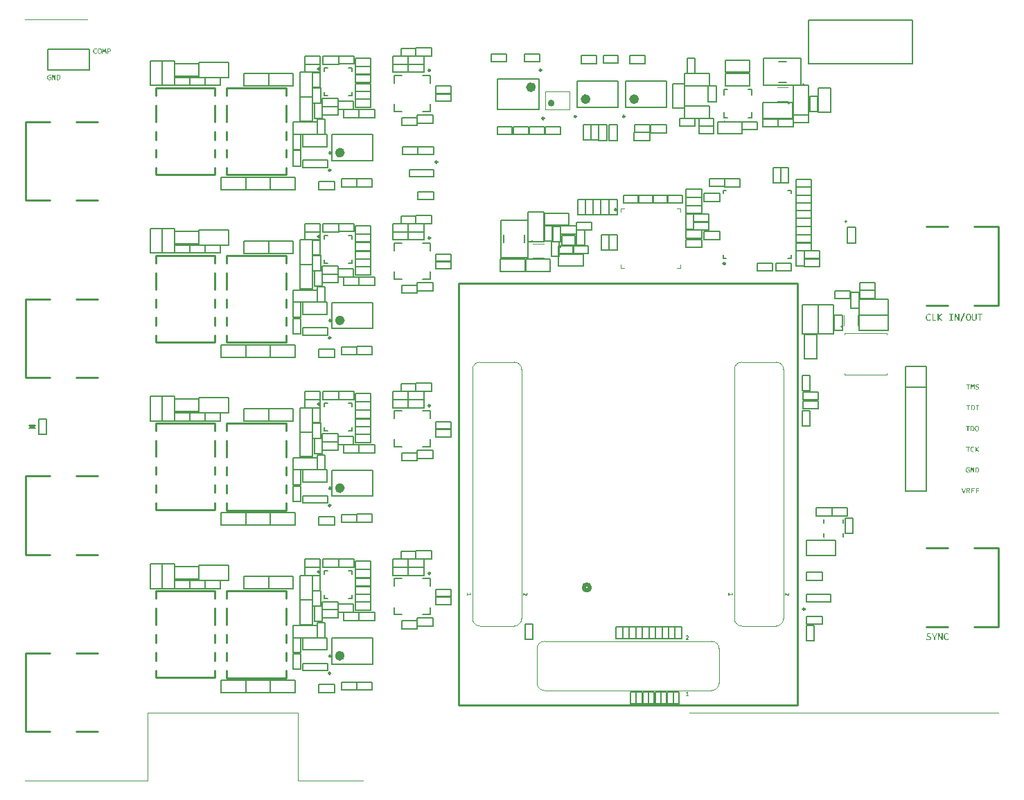
<source format=gto>
G04*
G04 #@! TF.GenerationSoftware,Altium Limited,Altium Designer,23.11.1 (41)*
G04*
G04 Layer_Color=65535*
%FSAX25Y25*%
%MOIN*%
G70*
G04*
G04 #@! TF.SameCoordinates,9C2D02B0-F215-45F0-B5E0-11D66DCE4299*
G04*
G04*
G04 #@! TF.FilePolarity,Positive*
G04*
G01*
G75*
%ADD10C,0.00787*%
%ADD11C,0.00610*%
%ADD12C,0.00984*%
%ADD13C,0.02362*%
%ADD14C,0.01575*%
%ADD15C,0.00394*%
%ADD16C,0.02000*%
%ADD17C,0.00500*%
%ADD18C,0.01000*%
%ADD19C,0.00591*%
G36*
X0435201Y0096528D02*
X0435267Y0096523D01*
X0435300D01*
X0435327Y0096517D01*
X0435387Y0096512D01*
X0435458Y0096501D01*
X0435474D01*
X0435496Y0096495D01*
X0435518D01*
X0435578Y0096484D01*
X0435649Y0096473D01*
X0435666D01*
X0435687Y0096468D01*
X0435709Y0096463D01*
X0435769Y0096452D01*
X0435829Y0096441D01*
Y0096048D01*
X0435818D01*
X0435797Y0096058D01*
X0435758Y0096064D01*
X0435709Y0096075D01*
X0435655Y0096086D01*
X0435589Y0096102D01*
X0435447Y0096124D01*
X0435442D01*
X0435414Y0096130D01*
X0435382Y0096135D01*
X0435332Y0096140D01*
X0435278Y0096146D01*
X0435212Y0096151D01*
X0435081Y0096157D01*
X0435021D01*
X0434956Y0096151D01*
X0434874Y0096140D01*
X0434781Y0096124D01*
X0434688Y0096102D01*
X0434606Y0096069D01*
X0434530Y0096026D01*
X0434524Y0096020D01*
X0434503Y0096004D01*
X0434475Y0095977D01*
X0434443Y0095938D01*
X0434410Y0095889D01*
X0434382Y0095829D01*
X0434361Y0095764D01*
X0434355Y0095687D01*
Y0095682D01*
Y0095665D01*
X0434361Y0095644D01*
X0434366Y0095611D01*
X0434388Y0095540D01*
X0434404Y0095502D01*
X0434426Y0095463D01*
X0434432Y0095458D01*
X0434437Y0095447D01*
X0434453Y0095431D01*
X0434475Y0095409D01*
X0434535Y0095354D01*
X0434612Y0095294D01*
X0434617Y0095289D01*
X0434634Y0095283D01*
X0434655Y0095267D01*
X0434694Y0095250D01*
X0434732Y0095229D01*
X0434776Y0095207D01*
X0434885Y0095163D01*
X0434890D01*
X0434912Y0095152D01*
X0434939Y0095141D01*
X0434983Y0095125D01*
X0435027Y0095108D01*
X0435076Y0095087D01*
X0435190Y0095038D01*
X0435196D01*
X0435218Y0095027D01*
X0435251Y0095016D01*
X0435289Y0094999D01*
X0435338Y0094977D01*
X0435387Y0094956D01*
X0435502Y0094901D01*
X0435507Y0094895D01*
X0435529Y0094890D01*
X0435556Y0094874D01*
X0435595Y0094852D01*
X0435682Y0094792D01*
X0435769Y0094721D01*
X0435775Y0094715D01*
X0435791Y0094704D01*
X0435813Y0094683D01*
X0435840Y0094650D01*
X0435868Y0094617D01*
X0435900Y0094573D01*
X0435960Y0094475D01*
X0435966Y0094470D01*
X0435971Y0094448D01*
X0435982Y0094420D01*
X0435999Y0094382D01*
X0436015Y0094333D01*
X0436026Y0094273D01*
X0436031Y0094213D01*
X0436037Y0094142D01*
Y0094131D01*
Y0094104D01*
X0436031Y0094060D01*
X0436026Y0094006D01*
X0436015Y0093945D01*
X0435993Y0093875D01*
X0435971Y0093804D01*
X0435939Y0093738D01*
X0435933Y0093733D01*
X0435922Y0093711D01*
X0435900Y0093678D01*
X0435873Y0093640D01*
X0435835Y0093596D01*
X0435791Y0093547D01*
X0435737Y0093498D01*
X0435676Y0093454D01*
X0435671Y0093449D01*
X0435649Y0093438D01*
X0435611Y0093416D01*
X0435567Y0093389D01*
X0435507Y0093361D01*
X0435442Y0093334D01*
X0435365Y0093307D01*
X0435278Y0093285D01*
X0435267D01*
X0435240Y0093274D01*
X0435190Y0093269D01*
X0435125Y0093257D01*
X0435048Y0093247D01*
X0434961Y0093241D01*
X0434863Y0093230D01*
X0434683D01*
X0434639Y0093236D01*
X0434601D01*
X0434503Y0093241D01*
X0434481D01*
X0434459Y0093247D01*
X0434426D01*
X0434350Y0093257D01*
X0434262Y0093269D01*
X0434240D01*
X0434219Y0093274D01*
X0434191D01*
X0434120Y0093285D01*
X0434044Y0093296D01*
X0434038D01*
X0434027Y0093301D01*
X0434006Y0093307D01*
X0433984Y0093312D01*
X0433924Y0093328D01*
X0433858Y0093345D01*
Y0093765D01*
X0433869Y0093760D01*
X0433891Y0093754D01*
X0433929Y0093743D01*
X0433978Y0093727D01*
X0434038Y0093705D01*
X0434109Y0093689D01*
X0434186Y0093673D01*
X0434268Y0093656D01*
X0434279D01*
X0434306Y0093651D01*
X0434355Y0093645D01*
X0434421Y0093640D01*
X0434497Y0093629D01*
X0434585Y0093623D01*
X0434683Y0093618D01*
X0434868D01*
X0434917Y0093623D01*
X0434972D01*
X0435032Y0093634D01*
X0435092Y0093640D01*
X0435152Y0093651D01*
X0435158D01*
X0435180Y0093656D01*
X0435201Y0093667D01*
X0435240Y0093673D01*
X0435316Y0093705D01*
X0435393Y0093743D01*
X0435398Y0093749D01*
X0435409Y0093754D01*
X0435425Y0093771D01*
X0435447Y0093787D01*
X0435496Y0093836D01*
X0435534Y0093902D01*
Y0093907D01*
X0435540Y0093918D01*
X0435551Y0093940D01*
X0435556Y0093967D01*
X0435567Y0094000D01*
X0435573Y0094038D01*
X0435578Y0094120D01*
Y0094126D01*
Y0094142D01*
X0435573Y0094164D01*
X0435567Y0094197D01*
X0435545Y0094268D01*
X0435529Y0094300D01*
X0435502Y0094339D01*
X0435496Y0094344D01*
X0435491Y0094355D01*
X0435474Y0094371D01*
X0435453Y0094393D01*
X0435425Y0094420D01*
X0435393Y0094448D01*
X0435311Y0094502D01*
X0435305Y0094508D01*
X0435289Y0094513D01*
X0435267Y0094530D01*
X0435234Y0094546D01*
X0435196Y0094568D01*
X0435152Y0094590D01*
X0435043Y0094639D01*
X0435038Y0094644D01*
X0435016Y0094650D01*
X0434988Y0094661D01*
X0434945Y0094677D01*
X0434901Y0094693D01*
X0434846Y0094715D01*
X0434732Y0094759D01*
X0434726Y0094765D01*
X0434705Y0094770D01*
X0434677Y0094786D01*
X0434639Y0094803D01*
X0434590Y0094825D01*
X0434541Y0094846D01*
X0434426Y0094901D01*
X0434421Y0094907D01*
X0434399Y0094917D01*
X0434372Y0094928D01*
X0434333Y0094950D01*
X0434295Y0094977D01*
X0434246Y0095005D01*
X0434153Y0095076D01*
X0434148Y0095081D01*
X0434137Y0095092D01*
X0434115Y0095114D01*
X0434088Y0095147D01*
X0434060Y0095179D01*
X0434027Y0095223D01*
X0433967Y0095316D01*
X0433962Y0095321D01*
X0433956Y0095343D01*
X0433946Y0095371D01*
X0433935Y0095409D01*
X0433918Y0095458D01*
X0433907Y0095512D01*
X0433902Y0095578D01*
X0433896Y0095644D01*
Y0095649D01*
Y0095671D01*
X0433902Y0095704D01*
X0433907Y0095747D01*
X0433913Y0095796D01*
X0433924Y0095851D01*
X0433940Y0095911D01*
X0433962Y0095971D01*
X0433967Y0095977D01*
X0433973Y0095999D01*
X0433995Y0096026D01*
X0434017Y0096064D01*
X0434044Y0096108D01*
X0434082Y0096157D01*
X0434126Y0096206D01*
X0434175Y0096255D01*
X0434180Y0096260D01*
X0434202Y0096277D01*
X0434235Y0096299D01*
X0434279Y0096326D01*
X0434328Y0096359D01*
X0434393Y0096392D01*
X0434464Y0096424D01*
X0434546Y0096457D01*
X0434557Y0096463D01*
X0434590Y0096468D01*
X0434634Y0096479D01*
X0434699Y0096495D01*
X0434781Y0096512D01*
X0434874Y0096523D01*
X0434978Y0096528D01*
X0435092Y0096534D01*
X0435147D01*
X0435201Y0096528D01*
D02*
G37*
G36*
X0443686Y0096523D02*
X0443752Y0096517D01*
X0443817Y0096512D01*
X0443965Y0096490D01*
X0443976D01*
X0443997Y0096484D01*
X0444036Y0096473D01*
X0444085Y0096463D01*
X0444139Y0096446D01*
X0444200Y0096424D01*
X0444336Y0096375D01*
Y0095944D01*
X0444331Y0095949D01*
X0444303Y0095960D01*
X0444271Y0095977D01*
X0444221Y0095999D01*
X0444167Y0096020D01*
X0444107Y0096042D01*
X0443970Y0096086D01*
X0443959D01*
X0443937Y0096097D01*
X0443899Y0096102D01*
X0443850Y0096113D01*
X0443790Y0096124D01*
X0443719Y0096130D01*
X0443643Y0096140D01*
X0443523D01*
X0443479Y0096135D01*
X0443424Y0096130D01*
X0443364Y0096119D01*
X0443293Y0096102D01*
X0443222Y0096080D01*
X0443151Y0096053D01*
X0443146Y0096048D01*
X0443124Y0096037D01*
X0443086Y0096015D01*
X0443048Y0095987D01*
X0442998Y0095955D01*
X0442944Y0095911D01*
X0442889Y0095862D01*
X0442840Y0095802D01*
X0442835Y0095796D01*
X0442818Y0095775D01*
X0442796Y0095742D01*
X0442769Y0095693D01*
X0442736Y0095638D01*
X0442703Y0095567D01*
X0442671Y0095491D01*
X0442643Y0095409D01*
Y0095398D01*
X0442632Y0095371D01*
X0442622Y0095321D01*
X0442611Y0095256D01*
X0442600Y0095179D01*
X0442589Y0095092D01*
X0442583Y0094994D01*
X0442578Y0094885D01*
Y0094879D01*
Y0094857D01*
Y0094825D01*
X0442583Y0094781D01*
Y0094732D01*
X0442589Y0094672D01*
X0442600Y0094606D01*
X0442611Y0094535D01*
X0442638Y0094382D01*
X0442682Y0094224D01*
X0442747Y0094077D01*
X0442785Y0094011D01*
X0442829Y0093945D01*
X0442835Y0093940D01*
X0442840Y0093935D01*
X0442856Y0093918D01*
X0442878Y0093896D01*
X0442900Y0093875D01*
X0442933Y0093847D01*
X0442971Y0093814D01*
X0443015Y0093787D01*
X0443064Y0093760D01*
X0443118Y0093727D01*
X0443184Y0093700D01*
X0443250Y0093678D01*
X0443320Y0093656D01*
X0443397Y0093645D01*
X0443484Y0093634D01*
X0443572Y0093629D01*
X0443648D01*
X0443697Y0093634D01*
X0443757Y0093640D01*
X0443823Y0093645D01*
X0443965Y0093673D01*
X0443976D01*
X0443997Y0093683D01*
X0444036Y0093694D01*
X0444085Y0093711D01*
X0444139Y0093727D01*
X0444200Y0093749D01*
X0444336Y0093809D01*
Y0093394D01*
X0444331D01*
X0444320Y0093389D01*
X0444298Y0093378D01*
X0444271Y0093372D01*
X0444232Y0093356D01*
X0444189Y0093345D01*
X0444145Y0093328D01*
X0444090Y0093318D01*
X0443965Y0093285D01*
X0443828Y0093263D01*
X0443681Y0093241D01*
X0443523Y0093236D01*
X0443495D01*
X0443457Y0093241D01*
X0443408D01*
X0443353Y0093247D01*
X0443288Y0093257D01*
X0443217Y0093269D01*
X0443135Y0093285D01*
X0443053Y0093307D01*
X0442966Y0093334D01*
X0442878Y0093367D01*
X0442791Y0093405D01*
X0442709Y0093454D01*
X0442627Y0093509D01*
X0442545Y0093569D01*
X0442474Y0093640D01*
X0442469Y0093645D01*
X0442458Y0093662D01*
X0442441Y0093683D01*
X0442419Y0093716D01*
X0442392Y0093760D01*
X0442359Y0093809D01*
X0442327Y0093875D01*
X0442294Y0093945D01*
X0442261Y0094022D01*
X0442228Y0094115D01*
X0442196Y0094213D01*
X0442168Y0094317D01*
X0442147Y0094437D01*
X0442130Y0094563D01*
X0442119Y0094699D01*
X0442114Y0094841D01*
Y0094846D01*
Y0094857D01*
Y0094879D01*
Y0094907D01*
X0442119Y0094939D01*
Y0094983D01*
X0442125Y0095076D01*
X0442136Y0095179D01*
X0442158Y0095300D01*
X0442179Y0095420D01*
X0442212Y0095540D01*
Y0095545D01*
X0442217Y0095556D01*
X0442223Y0095573D01*
X0442228Y0095594D01*
X0442256Y0095649D01*
X0442283Y0095726D01*
X0442327Y0095807D01*
X0442376Y0095895D01*
X0442430Y0095987D01*
X0442496Y0096069D01*
X0442507Y0096080D01*
X0442529Y0096108D01*
X0442572Y0096146D01*
X0442627Y0096195D01*
X0442693Y0096250D01*
X0442769Y0096304D01*
X0442856Y0096359D01*
X0442949Y0096408D01*
X0442955D01*
X0442960Y0096413D01*
X0442977Y0096419D01*
X0442998Y0096424D01*
X0443053Y0096446D01*
X0443124Y0096468D01*
X0443211Y0096490D01*
X0443315Y0096512D01*
X0443430Y0096523D01*
X0443550Y0096528D01*
X0443632D01*
X0443686Y0096523D01*
D02*
G37*
G36*
X0437959Y0094420D02*
Y0093274D01*
X0437516D01*
Y0094431D01*
X0436353Y0096484D01*
X0436883D01*
X0437516Y0095310D01*
X0437757Y0094836D01*
X0437970Y0095261D01*
X0438619Y0096484D01*
X0439122D01*
X0437959Y0094420D01*
D02*
G37*
G36*
X0441601Y0093274D02*
X0441005D01*
X0440110Y0095278D01*
X0439853Y0095922D01*
Y0094300D01*
Y0093274D01*
X0439417D01*
Y0096484D01*
X0440001D01*
X0440852Y0094584D01*
X0441164Y0093853D01*
Y0095573D01*
Y0096484D01*
X0441601D01*
Y0093274D01*
D02*
G37*
G36*
X0451981Y0163735D02*
X0451509D01*
X0450657Y0166304D01*
X0451055D01*
X0451606Y0164570D01*
X0451763Y0164063D01*
X0451925Y0164570D01*
X0452480Y0166304D01*
X0452855D01*
X0451981Y0163735D01*
D02*
G37*
G36*
X0459148Y0166007D02*
X0458056D01*
Y0165173D01*
X0459087D01*
Y0164880D01*
X0458056D01*
Y0163735D01*
X0457697D01*
Y0166304D01*
X0459148D01*
Y0166007D01*
D02*
G37*
G36*
X0456937D02*
X0455823D01*
Y0165216D01*
X0456893D01*
Y0164919D01*
X0455823D01*
Y0164032D01*
X0456937D01*
Y0163735D01*
X0455473D01*
Y0166304D01*
X0456937D01*
Y0166007D01*
D02*
G37*
G36*
X0453965Y0166300D02*
X0454018D01*
X0454079Y0166291D01*
X0454144Y0166283D01*
X0454210Y0166270D01*
X0454271Y0166252D01*
X0454280D01*
X0454297Y0166243D01*
X0454328Y0166230D01*
X0454363Y0166217D01*
X0454407Y0166200D01*
X0454450Y0166173D01*
X0454494Y0166147D01*
X0454533Y0166116D01*
X0454538Y0166112D01*
X0454551Y0166099D01*
X0454568Y0166082D01*
X0454590Y0166055D01*
X0454616Y0166025D01*
X0454643Y0165990D01*
X0454665Y0165946D01*
X0454686Y0165902D01*
X0454691Y0165898D01*
X0454695Y0165881D01*
X0454704Y0165854D01*
X0454713Y0165819D01*
X0454721Y0165780D01*
X0454730Y0165732D01*
X0454739Y0165684D01*
Y0165627D01*
Y0165623D01*
Y0165605D01*
Y0165583D01*
X0454734Y0165553D01*
X0454730Y0165518D01*
X0454721Y0165479D01*
X0454700Y0165395D01*
Y0165391D01*
X0454695Y0165378D01*
X0454686Y0165356D01*
X0454673Y0165334D01*
X0454643Y0165269D01*
X0454595Y0165203D01*
X0454590Y0165199D01*
X0454581Y0165190D01*
X0454568Y0165173D01*
X0454546Y0165151D01*
X0454520Y0165129D01*
X0454490Y0165103D01*
X0454420Y0165050D01*
X0454415Y0165046D01*
X0454402Y0165041D01*
X0454381Y0165028D01*
X0454354Y0165015D01*
X0454319Y0165002D01*
X0454280Y0164985D01*
X0454232Y0164972D01*
X0454184Y0164959D01*
X0454188D01*
X0454201Y0164950D01*
X0454223Y0164941D01*
X0454249Y0164928D01*
X0454276Y0164910D01*
X0454306Y0164884D01*
X0454337Y0164858D01*
X0454367Y0164823D01*
X0454372Y0164819D01*
X0454381Y0164805D01*
X0454398Y0164788D01*
X0454415Y0164758D01*
X0454442Y0164723D01*
X0454468Y0164683D01*
X0454494Y0164631D01*
X0454525Y0164578D01*
X0454936Y0163735D01*
X0454538D01*
X0454153Y0164556D01*
Y0164561D01*
X0454144Y0164574D01*
X0454136Y0164587D01*
X0454127Y0164609D01*
X0454096Y0164661D01*
X0454061Y0164709D01*
Y0164714D01*
X0454053Y0164723D01*
X0454035Y0164749D01*
X0454005Y0164779D01*
X0453965Y0164810D01*
X0453961D01*
X0453957Y0164814D01*
X0453930Y0164832D01*
X0453895Y0164845D01*
X0453852Y0164862D01*
X0453847D01*
X0453843Y0164867D01*
X0453830D01*
X0453812Y0164871D01*
X0453769Y0164875D01*
X0453712Y0164880D01*
X0453550D01*
Y0163735D01*
X0453201D01*
Y0166304D01*
X0453926D01*
X0453965Y0166300D01*
D02*
G37*
G36*
X0456315Y0186333D02*
X0456367Y0186328D01*
X0456420Y0186324D01*
X0456538Y0186307D01*
X0456547D01*
X0456564Y0186302D01*
X0456595Y0186293D01*
X0456634Y0186285D01*
X0456678Y0186272D01*
X0456726Y0186254D01*
X0456835Y0186215D01*
Y0185870D01*
X0456831Y0185874D01*
X0456809Y0185883D01*
X0456783Y0185896D01*
X0456743Y0185913D01*
X0456700Y0185931D01*
X0456651Y0185948D01*
X0456542Y0185983D01*
X0456533D01*
X0456516Y0185992D01*
X0456485Y0185996D01*
X0456446Y0186005D01*
X0456398Y0186014D01*
X0456341Y0186018D01*
X0456280Y0186027D01*
X0456184D01*
X0456149Y0186023D01*
X0456105Y0186018D01*
X0456057Y0186010D01*
X0456000Y0185996D01*
X0455944Y0185979D01*
X0455887Y0185957D01*
X0455882Y0185953D01*
X0455865Y0185944D01*
X0455834Y0185926D01*
X0455804Y0185905D01*
X0455764Y0185878D01*
X0455721Y0185843D01*
X0455677Y0185804D01*
X0455638Y0185756D01*
X0455633Y0185752D01*
X0455620Y0185734D01*
X0455603Y0185708D01*
X0455581Y0185669D01*
X0455555Y0185625D01*
X0455528Y0185568D01*
X0455502Y0185507D01*
X0455480Y0185441D01*
Y0185433D01*
X0455472Y0185411D01*
X0455463Y0185371D01*
X0455454Y0185319D01*
X0455445Y0185258D01*
X0455437Y0185188D01*
X0455432Y0185109D01*
X0455428Y0185022D01*
Y0185018D01*
Y0185000D01*
Y0184974D01*
X0455432Y0184939D01*
Y0184899D01*
X0455437Y0184851D01*
X0455445Y0184799D01*
X0455454Y0184742D01*
X0455476Y0184620D01*
X0455511Y0184493D01*
X0455563Y0184375D01*
X0455594Y0184323D01*
X0455629Y0184270D01*
X0455633Y0184266D01*
X0455638Y0184262D01*
X0455651Y0184248D01*
X0455668Y0184231D01*
X0455686Y0184213D01*
X0455712Y0184192D01*
X0455743Y0184165D01*
X0455778Y0184143D01*
X0455817Y0184122D01*
X0455861Y0184095D01*
X0455913Y0184074D01*
X0455965Y0184056D01*
X0456022Y0184039D01*
X0456083Y0184030D01*
X0456153Y0184021D01*
X0456223Y0184017D01*
X0456284D01*
X0456324Y0184021D01*
X0456372Y0184026D01*
X0456424Y0184030D01*
X0456538Y0184052D01*
X0456547D01*
X0456564Y0184061D01*
X0456595Y0184069D01*
X0456634Y0184082D01*
X0456678Y0184095D01*
X0456726Y0184113D01*
X0456835Y0184161D01*
Y0183829D01*
X0456831D01*
X0456822Y0183825D01*
X0456804Y0183816D01*
X0456783Y0183811D01*
X0456752Y0183798D01*
X0456717Y0183790D01*
X0456682Y0183776D01*
X0456638Y0183768D01*
X0456538Y0183741D01*
X0456429Y0183724D01*
X0456311Y0183706D01*
X0456184Y0183702D01*
X0456162D01*
X0456132Y0183706D01*
X0456092D01*
X0456048Y0183711D01*
X0455996Y0183720D01*
X0455939Y0183728D01*
X0455874Y0183741D01*
X0455808Y0183759D01*
X0455738Y0183781D01*
X0455668Y0183807D01*
X0455598Y0183838D01*
X0455533Y0183877D01*
X0455467Y0183921D01*
X0455402Y0183969D01*
X0455345Y0184026D01*
X0455340Y0184030D01*
X0455332Y0184043D01*
X0455319Y0184061D01*
X0455301Y0184087D01*
X0455279Y0184122D01*
X0455253Y0184161D01*
X0455227Y0184213D01*
X0455201Y0184270D01*
X0455174Y0184331D01*
X0455148Y0184406D01*
X0455122Y0184484D01*
X0455100Y0184567D01*
X0455083Y0184663D01*
X0455070Y0184764D01*
X0455061Y0184873D01*
X0455056Y0184987D01*
Y0184991D01*
Y0185000D01*
Y0185018D01*
Y0185039D01*
X0455061Y0185066D01*
Y0185100D01*
X0455065Y0185175D01*
X0455074Y0185258D01*
X0455091Y0185354D01*
X0455109Y0185450D01*
X0455135Y0185546D01*
Y0185551D01*
X0455139Y0185559D01*
X0455144Y0185573D01*
X0455148Y0185590D01*
X0455170Y0185634D01*
X0455192Y0185695D01*
X0455227Y0185760D01*
X0455266Y0185830D01*
X0455310Y0185905D01*
X0455362Y0185970D01*
X0455371Y0185979D01*
X0455389Y0186001D01*
X0455423Y0186031D01*
X0455467Y0186071D01*
X0455520Y0186114D01*
X0455581Y0186158D01*
X0455651Y0186202D01*
X0455725Y0186241D01*
X0455729D01*
X0455734Y0186246D01*
X0455747Y0186250D01*
X0455764Y0186254D01*
X0455808Y0186272D01*
X0455865Y0186289D01*
X0455935Y0186307D01*
X0456018Y0186324D01*
X0456110Y0186333D01*
X0456206Y0186337D01*
X0456271D01*
X0456315Y0186333D01*
D02*
G37*
G36*
X0458089Y0185079D02*
X0459151Y0183733D01*
X0458714D01*
X0457748Y0184991D01*
Y0183733D01*
X0457399D01*
Y0186302D01*
X0457748D01*
Y0185105D01*
X0458692Y0186302D01*
X0459103D01*
X0458089Y0185079D01*
D02*
G37*
G36*
X0454707Y0186005D02*
X0453946D01*
Y0183733D01*
X0453592D01*
Y0186005D01*
X0452832D01*
Y0186302D01*
X0454707D01*
Y0186005D01*
D02*
G37*
G36*
X0454104Y0176337D02*
X0454152Y0176333D01*
X0454209Y0176329D01*
X0454327Y0176311D01*
X0454335D01*
X0454353Y0176307D01*
X0454383Y0176298D01*
X0454423Y0176289D01*
X0454471Y0176276D01*
X0454519Y0176259D01*
X0454628Y0176215D01*
Y0175865D01*
X0454624Y0175870D01*
X0454602Y0175878D01*
X0454576Y0175891D01*
X0454536Y0175909D01*
X0454493Y0175926D01*
X0454440Y0175948D01*
X0454331Y0175983D01*
X0454322D01*
X0454305Y0175992D01*
X0454274Y0175996D01*
X0454235Y0176005D01*
X0454182Y0176014D01*
X0454130Y0176018D01*
X0454069Y0176027D01*
X0453968D01*
X0453929Y0176023D01*
X0453881Y0176018D01*
X0453824Y0176010D01*
X0453763Y0175996D01*
X0453697Y0175979D01*
X0453636Y0175953D01*
X0453627Y0175948D01*
X0453610Y0175940D01*
X0453579Y0175922D01*
X0453544Y0175900D01*
X0453501Y0175870D01*
X0453457Y0175835D01*
X0453413Y0175791D01*
X0453370Y0175743D01*
X0453365Y0175739D01*
X0453352Y0175721D01*
X0453330Y0175690D01*
X0453308Y0175655D01*
X0453282Y0175607D01*
X0453252Y0175555D01*
X0453225Y0175494D01*
X0453203Y0175424D01*
X0453199Y0175415D01*
X0453195Y0175393D01*
X0453186Y0175354D01*
X0453177Y0175306D01*
X0453164Y0175245D01*
X0453156Y0175175D01*
X0453151Y0175096D01*
X0453147Y0175013D01*
Y0175009D01*
Y0175004D01*
Y0174991D01*
Y0174974D01*
X0453151Y0174930D01*
Y0174873D01*
X0453156Y0174808D01*
X0453164Y0174733D01*
X0453177Y0174663D01*
X0453190Y0174589D01*
X0453195Y0174581D01*
X0453199Y0174559D01*
X0453212Y0174524D01*
X0453225Y0174480D01*
X0453247Y0174427D01*
X0453273Y0174375D01*
X0453304Y0174323D01*
X0453339Y0174270D01*
X0453343Y0174266D01*
X0453357Y0174248D01*
X0453378Y0174226D01*
X0453409Y0174200D01*
X0453448Y0174165D01*
X0453492Y0174135D01*
X0453540Y0174104D01*
X0453597Y0174074D01*
X0453606Y0174069D01*
X0453623Y0174065D01*
X0453658Y0174052D01*
X0453702Y0174043D01*
X0453758Y0174030D01*
X0453824Y0174017D01*
X0453894Y0174012D01*
X0453973Y0174008D01*
X0454060D01*
X0454077Y0174012D01*
X0454108D01*
X0454139Y0174017D01*
X0454147D01*
X0454165Y0174021D01*
X0454191Y0174030D01*
X0454222Y0174034D01*
X0454230Y0174039D01*
X0454248Y0174043D01*
X0454270Y0174052D01*
X0454296Y0174060D01*
Y0174878D01*
X0453767D01*
Y0175166D01*
X0454641D01*
Y0173851D01*
X0454637D01*
X0454628Y0173846D01*
X0454611Y0173838D01*
X0454589Y0173829D01*
X0454532Y0173803D01*
X0454466Y0173781D01*
X0454462D01*
X0454453Y0173776D01*
X0454436Y0173772D01*
X0454410Y0173768D01*
X0454383Y0173759D01*
X0454353Y0173750D01*
X0454283Y0173737D01*
X0454279D01*
X0454265Y0173733D01*
X0454248D01*
X0454226Y0173728D01*
X0454165Y0173720D01*
X0454099Y0173711D01*
X0454082D01*
X0454064Y0173706D01*
X0454043D01*
X0453986Y0173702D01*
X0453920Y0173698D01*
X0453876D01*
X0453824Y0173702D01*
X0453763Y0173706D01*
X0453689Y0173715D01*
X0453610Y0173733D01*
X0453527Y0173750D01*
X0453444Y0173776D01*
X0453440D01*
X0453435Y0173781D01*
X0453409Y0173794D01*
X0453370Y0173811D01*
X0453322Y0173838D01*
X0453265Y0173873D01*
X0453203Y0173916D01*
X0453142Y0173964D01*
X0453086Y0174021D01*
X0453081Y0174030D01*
X0453059Y0174052D01*
X0453033Y0174087D01*
X0453003Y0174135D01*
X0452963Y0174192D01*
X0452928Y0174261D01*
X0452889Y0174340D01*
X0452858Y0174427D01*
Y0174432D01*
X0452854Y0174441D01*
X0452850Y0174454D01*
X0452845Y0174471D01*
X0452841Y0174493D01*
X0452832Y0174519D01*
X0452819Y0174589D01*
X0452806Y0174668D01*
X0452793Y0174764D01*
X0452784Y0174873D01*
X0452780Y0174987D01*
Y0174991D01*
Y0175000D01*
Y0175017D01*
Y0175039D01*
X0452784Y0175070D01*
Y0175101D01*
X0452793Y0175179D01*
X0452802Y0175267D01*
X0452815Y0175363D01*
X0452837Y0175459D01*
X0452867Y0175555D01*
Y0175559D01*
X0452871Y0175568D01*
X0452876Y0175581D01*
X0452884Y0175599D01*
X0452902Y0175642D01*
X0452933Y0175704D01*
X0452963Y0175769D01*
X0453007Y0175843D01*
X0453055Y0175913D01*
X0453112Y0175983D01*
X0453121Y0175992D01*
X0453142Y0176014D01*
X0453173Y0176044D01*
X0453221Y0176084D01*
X0453278Y0176128D01*
X0453343Y0176171D01*
X0453418Y0176210D01*
X0453496Y0176250D01*
X0453501D01*
X0453505Y0176254D01*
X0453518Y0176259D01*
X0453536Y0176263D01*
X0453584Y0176280D01*
X0453645Y0176298D01*
X0453719Y0176311D01*
X0453802Y0176329D01*
X0453898Y0176337D01*
X0453999Y0176342D01*
X0454060D01*
X0454104Y0176337D01*
D02*
G37*
G36*
X0456848Y0173733D02*
X0456372D01*
X0455655Y0175337D01*
X0455450Y0175852D01*
Y0174554D01*
Y0173733D01*
X0455100D01*
Y0176302D01*
X0455568D01*
X0456249Y0174782D01*
X0456498Y0174196D01*
Y0175573D01*
Y0176302D01*
X0456848D01*
Y0173733D01*
D02*
G37*
G36*
X0458054Y0176298D02*
X0458102Y0176294D01*
X0458159Y0176285D01*
X0458225Y0176276D01*
X0458295Y0176263D01*
X0458364Y0176245D01*
X0458439Y0176228D01*
X0458513Y0176202D01*
X0458587Y0176171D01*
X0458662Y0176136D01*
X0458732Y0176093D01*
X0458797Y0176049D01*
X0458854Y0175992D01*
X0458858Y0175988D01*
X0458867Y0175979D01*
X0458880Y0175961D01*
X0458902Y0175935D01*
X0458924Y0175900D01*
X0458950Y0175861D01*
X0458976Y0175813D01*
X0459002Y0175756D01*
X0459029Y0175695D01*
X0459059Y0175625D01*
X0459081Y0175546D01*
X0459103Y0175463D01*
X0459125Y0175367D01*
X0459138Y0175267D01*
X0459147Y0175162D01*
X0459151Y0175044D01*
Y0175035D01*
Y0175013D01*
Y0174978D01*
X0459147Y0174930D01*
X0459142Y0174878D01*
X0459138Y0174817D01*
X0459121Y0174690D01*
Y0174681D01*
X0459116Y0174659D01*
X0459107Y0174629D01*
X0459099Y0174585D01*
X0459086Y0174537D01*
X0459068Y0174484D01*
X0459029Y0174375D01*
X0459024Y0174371D01*
X0459016Y0174349D01*
X0459002Y0174323D01*
X0458985Y0174288D01*
X0458963Y0174248D01*
X0458937Y0174200D01*
X0458867Y0174109D01*
X0458863Y0174104D01*
X0458850Y0174091D01*
X0458828Y0174065D01*
X0458797Y0174039D01*
X0458762Y0174008D01*
X0458718Y0173973D01*
X0458670Y0173938D01*
X0458618Y0173907D01*
X0458614Y0173903D01*
X0458592Y0173894D01*
X0458561Y0173877D01*
X0458522Y0173859D01*
X0458474Y0173838D01*
X0458417Y0173816D01*
X0458351Y0173794D01*
X0458282Y0173776D01*
X0458273D01*
X0458247Y0173768D01*
X0458207Y0173763D01*
X0458155Y0173755D01*
X0458089Y0173746D01*
X0458015Y0173741D01*
X0457932Y0173733D01*
X0457294D01*
Y0176302D01*
X0458010D01*
X0458054Y0176298D01*
D02*
G37*
G36*
X0455803Y0196298D02*
X0455851Y0196293D01*
X0455908Y0196285D01*
X0455974Y0196276D01*
X0456043Y0196263D01*
X0456113Y0196246D01*
X0456188Y0196228D01*
X0456262Y0196202D01*
X0456336Y0196171D01*
X0456411Y0196136D01*
X0456481Y0196092D01*
X0456546Y0196049D01*
X0456603Y0195992D01*
X0456607Y0195988D01*
X0456616Y0195979D01*
X0456629Y0195961D01*
X0456651Y0195935D01*
X0456673Y0195900D01*
X0456699Y0195861D01*
X0456725Y0195813D01*
X0456751Y0195756D01*
X0456778Y0195695D01*
X0456808Y0195625D01*
X0456830Y0195546D01*
X0456852Y0195463D01*
X0456874Y0195367D01*
X0456887Y0195267D01*
X0456896Y0195162D01*
X0456900Y0195044D01*
Y0195035D01*
Y0195013D01*
Y0194978D01*
X0456896Y0194930D01*
X0456891Y0194878D01*
X0456887Y0194817D01*
X0456869Y0194690D01*
Y0194681D01*
X0456865Y0194659D01*
X0456856Y0194629D01*
X0456848Y0194585D01*
X0456835Y0194537D01*
X0456817Y0194484D01*
X0456778Y0194375D01*
X0456773Y0194371D01*
X0456765Y0194349D01*
X0456751Y0194323D01*
X0456734Y0194288D01*
X0456712Y0194248D01*
X0456686Y0194200D01*
X0456616Y0194108D01*
X0456612Y0194104D01*
X0456599Y0194091D01*
X0456577Y0194065D01*
X0456546Y0194039D01*
X0456511Y0194008D01*
X0456467Y0193973D01*
X0456419Y0193938D01*
X0456367Y0193907D01*
X0456362Y0193903D01*
X0456341Y0193894D01*
X0456310Y0193877D01*
X0456271Y0193859D01*
X0456223Y0193838D01*
X0456166Y0193816D01*
X0456100Y0193794D01*
X0456030Y0193776D01*
X0456022D01*
X0455995Y0193768D01*
X0455956Y0193763D01*
X0455904Y0193754D01*
X0455838Y0193746D01*
X0455764Y0193741D01*
X0455681Y0193733D01*
X0455043D01*
Y0196302D01*
X0455759D01*
X0455803Y0196298D01*
D02*
G37*
G36*
X0454658Y0196005D02*
X0453898D01*
Y0193733D01*
X0453544D01*
Y0196005D01*
X0452783D01*
Y0196302D01*
X0454658D01*
Y0196005D01*
D02*
G37*
G36*
X0458259Y0196337D02*
X0458316Y0196328D01*
X0458386Y0196320D01*
X0458456Y0196302D01*
X0458530Y0196280D01*
X0458600Y0196250D01*
X0458609Y0196246D01*
X0458631Y0196232D01*
X0458666Y0196211D01*
X0458709Y0196184D01*
X0458757Y0196145D01*
X0458805Y0196101D01*
X0458858Y0196049D01*
X0458906Y0195988D01*
X0458910Y0195979D01*
X0458928Y0195957D01*
X0458950Y0195922D01*
X0458976Y0195874D01*
X0459006Y0195813D01*
X0459037Y0195743D01*
X0459063Y0195664D01*
X0459089Y0195577D01*
Y0195572D01*
X0459094Y0195568D01*
Y0195555D01*
X0459098Y0195533D01*
X0459102Y0195511D01*
X0459107Y0195485D01*
X0459120Y0195420D01*
X0459133Y0195341D01*
X0459142Y0195249D01*
X0459146Y0195144D01*
X0459151Y0195035D01*
Y0195031D01*
Y0195022D01*
Y0195000D01*
Y0194978D01*
X0459146Y0194948D01*
Y0194913D01*
X0459142Y0194830D01*
X0459129Y0194738D01*
X0459116Y0194637D01*
X0459094Y0194537D01*
X0459068Y0194436D01*
Y0194432D01*
X0459063Y0194423D01*
X0459059Y0194410D01*
X0459054Y0194393D01*
X0459033Y0194349D01*
X0459011Y0194288D01*
X0458976Y0194222D01*
X0458941Y0194152D01*
X0458893Y0194082D01*
X0458845Y0194017D01*
X0458840Y0194008D01*
X0458823Y0193991D01*
X0458792Y0193960D01*
X0458753Y0193925D01*
X0458705Y0193886D01*
X0458652Y0193846D01*
X0458591Y0193811D01*
X0458521Y0193776D01*
X0458513Y0193772D01*
X0458491Y0193763D01*
X0458451Y0193750D01*
X0458403Y0193737D01*
X0458347Y0193724D01*
X0458281Y0193711D01*
X0458207Y0193702D01*
X0458132Y0193698D01*
X0458089D01*
X0458045Y0193702D01*
X0457984Y0193711D01*
X0457918Y0193720D01*
X0457844Y0193733D01*
X0457770Y0193754D01*
X0457700Y0193785D01*
X0457691Y0193790D01*
X0457669Y0193803D01*
X0457634Y0193825D01*
X0457595Y0193851D01*
X0457542Y0193890D01*
X0457494Y0193934D01*
X0457442Y0193986D01*
X0457394Y0194043D01*
X0457389Y0194052D01*
X0457372Y0194074D01*
X0457350Y0194108D01*
X0457324Y0194157D01*
X0457298Y0194218D01*
X0457267Y0194288D01*
X0457241Y0194366D01*
X0457215Y0194454D01*
Y0194458D01*
X0457210Y0194467D01*
Y0194480D01*
X0457206Y0194498D01*
X0457202Y0194519D01*
X0457197Y0194545D01*
X0457189Y0194615D01*
X0457175Y0194694D01*
X0457167Y0194790D01*
X0457162Y0194895D01*
X0457158Y0195004D01*
Y0195009D01*
Y0195018D01*
Y0195039D01*
Y0195061D01*
X0457162Y0195092D01*
Y0195127D01*
X0457167Y0195205D01*
X0457175Y0195301D01*
X0457193Y0195398D01*
X0457210Y0195502D01*
X0457236Y0195599D01*
Y0195603D01*
X0457241Y0195612D01*
X0457245Y0195625D01*
X0457250Y0195642D01*
X0457267Y0195686D01*
X0457293Y0195747D01*
X0457324Y0195813D01*
X0457363Y0195883D01*
X0457407Y0195948D01*
X0457455Y0196014D01*
X0457459Y0196023D01*
X0457481Y0196040D01*
X0457508Y0196071D01*
X0457547Y0196106D01*
X0457595Y0196145D01*
X0457652Y0196189D01*
X0457713Y0196224D01*
X0457778Y0196259D01*
X0457787Y0196263D01*
X0457809Y0196272D01*
X0457848Y0196285D01*
X0457896Y0196302D01*
X0457953Y0196315D01*
X0458023Y0196328D01*
X0458093Y0196337D01*
X0458172Y0196342D01*
X0458211D01*
X0458259Y0196337D01*
D02*
G37*
G36*
X0459152Y0206007D02*
X0458557D01*
Y0204032D01*
X0459152D01*
Y0203735D01*
X0457609D01*
Y0204032D01*
X0458204D01*
Y0206007D01*
X0457609D01*
Y0206304D01*
X0459152D01*
Y0206007D01*
D02*
G37*
G36*
X0456032Y0206300D02*
X0456080Y0206296D01*
X0456137Y0206287D01*
X0456202Y0206278D01*
X0456272Y0206265D01*
X0456342Y0206248D01*
X0456416Y0206230D01*
X0456490Y0206204D01*
X0456565Y0206173D01*
X0456639Y0206138D01*
X0456709Y0206095D01*
X0456775Y0206051D01*
X0456831Y0205994D01*
X0456836Y0205990D01*
X0456844Y0205981D01*
X0456857Y0205964D01*
X0456879Y0205937D01*
X0456901Y0205902D01*
X0456927Y0205863D01*
X0456954Y0205815D01*
X0456980Y0205758D01*
X0457006Y0205697D01*
X0457037Y0205627D01*
X0457058Y0205548D01*
X0457080Y0205465D01*
X0457102Y0205369D01*
X0457115Y0205269D01*
X0457124Y0205164D01*
X0457128Y0205046D01*
Y0205037D01*
Y0205015D01*
Y0204980D01*
X0457124Y0204932D01*
X0457120Y0204880D01*
X0457115Y0204819D01*
X0457098Y0204692D01*
Y0204683D01*
X0457093Y0204661D01*
X0457085Y0204631D01*
X0457076Y0204587D01*
X0457063Y0204539D01*
X0457045Y0204486D01*
X0457006Y0204377D01*
X0457002Y0204373D01*
X0456993Y0204351D01*
X0456980Y0204325D01*
X0456962Y0204290D01*
X0456941Y0204251D01*
X0456914Y0204203D01*
X0456844Y0204111D01*
X0456840Y0204106D01*
X0456827Y0204093D01*
X0456805Y0204067D01*
X0456775Y0204041D01*
X0456740Y0204010D01*
X0456696Y0203975D01*
X0456648Y0203940D01*
X0456595Y0203910D01*
X0456591Y0203905D01*
X0456569Y0203897D01*
X0456538Y0203879D01*
X0456499Y0203862D01*
X0456451Y0203840D01*
X0456394Y0203818D01*
X0456329Y0203796D01*
X0456259Y0203779D01*
X0456250D01*
X0456224Y0203770D01*
X0456184Y0203766D01*
X0456132Y0203757D01*
X0456067Y0203748D01*
X0455992Y0203744D01*
X0455909Y0203735D01*
X0455271D01*
Y0206304D01*
X0455988D01*
X0456032Y0206300D01*
D02*
G37*
G36*
X0454887Y0206007D02*
X0454126D01*
Y0203735D01*
X0453772D01*
Y0206007D01*
X0453012D01*
Y0206304D01*
X0454887D01*
Y0206007D01*
D02*
G37*
G36*
X0458482Y0216337D02*
X0458534Y0216333D01*
X0458561D01*
X0458582Y0216329D01*
X0458631Y0216324D01*
X0458687Y0216315D01*
X0458701D01*
X0458718Y0216311D01*
X0458736D01*
X0458784Y0216302D01*
X0458840Y0216294D01*
X0458853D01*
X0458871Y0216289D01*
X0458888Y0216285D01*
X0458937Y0216276D01*
X0458985Y0216267D01*
Y0215953D01*
X0458976D01*
X0458958Y0215961D01*
X0458928Y0215966D01*
X0458888Y0215974D01*
X0458845Y0215983D01*
X0458792Y0215996D01*
X0458679Y0216014D01*
X0458674D01*
X0458652Y0216018D01*
X0458626Y0216023D01*
X0458587Y0216027D01*
X0458543Y0216031D01*
X0458491Y0216036D01*
X0458386Y0216040D01*
X0458338D01*
X0458285Y0216036D01*
X0458220Y0216027D01*
X0458146Y0216014D01*
X0458071Y0215996D01*
X0458006Y0215970D01*
X0457944Y0215935D01*
X0457940Y0215931D01*
X0457923Y0215918D01*
X0457901Y0215896D01*
X0457875Y0215865D01*
X0457848Y0215826D01*
X0457827Y0215778D01*
X0457809Y0215725D01*
X0457805Y0215664D01*
Y0215660D01*
Y0215647D01*
X0457809Y0215629D01*
X0457813Y0215603D01*
X0457831Y0215546D01*
X0457844Y0215516D01*
X0457862Y0215485D01*
X0457866Y0215481D01*
X0457870Y0215472D01*
X0457883Y0215459D01*
X0457901Y0215441D01*
X0457949Y0215398D01*
X0458010Y0215350D01*
X0458014Y0215345D01*
X0458028Y0215341D01*
X0458045Y0215328D01*
X0458076Y0215315D01*
X0458106Y0215297D01*
X0458141Y0215280D01*
X0458229Y0215245D01*
X0458233D01*
X0458250Y0215236D01*
X0458272Y0215227D01*
X0458307Y0215214D01*
X0458342Y0215201D01*
X0458382Y0215184D01*
X0458473Y0215144D01*
X0458478D01*
X0458495Y0215136D01*
X0458521Y0215127D01*
X0458552Y0215114D01*
X0458591Y0215096D01*
X0458631Y0215079D01*
X0458722Y0215035D01*
X0458727Y0215031D01*
X0458744Y0215026D01*
X0458766Y0215013D01*
X0458797Y0214996D01*
X0458867Y0214948D01*
X0458937Y0214891D01*
X0458941Y0214886D01*
X0458954Y0214878D01*
X0458972Y0214860D01*
X0458993Y0214834D01*
X0459015Y0214808D01*
X0459041Y0214773D01*
X0459090Y0214694D01*
X0459094Y0214690D01*
X0459098Y0214672D01*
X0459107Y0214650D01*
X0459120Y0214620D01*
X0459133Y0214580D01*
X0459142Y0214532D01*
X0459146Y0214484D01*
X0459151Y0214427D01*
Y0214419D01*
Y0214397D01*
X0459146Y0214362D01*
X0459142Y0214318D01*
X0459133Y0214270D01*
X0459116Y0214213D01*
X0459098Y0214157D01*
X0459072Y0214104D01*
X0459068Y0214100D01*
X0459059Y0214082D01*
X0459041Y0214056D01*
X0459020Y0214025D01*
X0458989Y0213990D01*
X0458954Y0213951D01*
X0458910Y0213912D01*
X0458862Y0213877D01*
X0458858Y0213873D01*
X0458840Y0213864D01*
X0458810Y0213846D01*
X0458775Y0213825D01*
X0458727Y0213803D01*
X0458674Y0213781D01*
X0458613Y0213759D01*
X0458543Y0213741D01*
X0458534D01*
X0458513Y0213733D01*
X0458473Y0213728D01*
X0458421Y0213720D01*
X0458360Y0213711D01*
X0458290Y0213706D01*
X0458211Y0213698D01*
X0458067D01*
X0458032Y0213702D01*
X0458001D01*
X0457923Y0213706D01*
X0457905D01*
X0457888Y0213711D01*
X0457862D01*
X0457800Y0213720D01*
X0457730Y0213728D01*
X0457713D01*
X0457695Y0213733D01*
X0457674D01*
X0457617Y0213741D01*
X0457556Y0213750D01*
X0457551D01*
X0457543Y0213755D01*
X0457525Y0213759D01*
X0457508Y0213763D01*
X0457459Y0213776D01*
X0457407Y0213790D01*
Y0214126D01*
X0457416Y0214122D01*
X0457433Y0214117D01*
X0457464Y0214108D01*
X0457503Y0214095D01*
X0457551Y0214078D01*
X0457608Y0214065D01*
X0457669Y0214052D01*
X0457735Y0214039D01*
X0457744D01*
X0457765Y0214034D01*
X0457805Y0214030D01*
X0457857Y0214025D01*
X0457918Y0214017D01*
X0457988Y0214012D01*
X0458067Y0214008D01*
X0458215D01*
X0458255Y0214012D01*
X0458298D01*
X0458347Y0214021D01*
X0458395Y0214025D01*
X0458443Y0214034D01*
X0458447D01*
X0458464Y0214039D01*
X0458482Y0214047D01*
X0458513Y0214052D01*
X0458574Y0214078D01*
X0458635Y0214108D01*
X0458639Y0214113D01*
X0458648Y0214117D01*
X0458661Y0214130D01*
X0458679Y0214143D01*
X0458718Y0214183D01*
X0458749Y0214235D01*
Y0214240D01*
X0458753Y0214248D01*
X0458762Y0214266D01*
X0458766Y0214288D01*
X0458775Y0214314D01*
X0458779Y0214345D01*
X0458784Y0214410D01*
Y0214414D01*
Y0214427D01*
X0458779Y0214445D01*
X0458775Y0214471D01*
X0458757Y0214528D01*
X0458744Y0214554D01*
X0458722Y0214585D01*
X0458718Y0214589D01*
X0458714Y0214598D01*
X0458701Y0214611D01*
X0458683Y0214629D01*
X0458661Y0214650D01*
X0458635Y0214672D01*
X0458569Y0214716D01*
X0458565Y0214720D01*
X0458552Y0214725D01*
X0458534Y0214738D01*
X0458508Y0214751D01*
X0458478Y0214768D01*
X0458443Y0214786D01*
X0458355Y0214825D01*
X0458351Y0214830D01*
X0458333Y0214834D01*
X0458312Y0214843D01*
X0458277Y0214856D01*
X0458242Y0214869D01*
X0458198Y0214886D01*
X0458106Y0214921D01*
X0458102Y0214926D01*
X0458084Y0214930D01*
X0458063Y0214943D01*
X0458032Y0214956D01*
X0457993Y0214974D01*
X0457953Y0214991D01*
X0457862Y0215035D01*
X0457857Y0215039D01*
X0457840Y0215048D01*
X0457818Y0215057D01*
X0457787Y0215074D01*
X0457757Y0215096D01*
X0457717Y0215118D01*
X0457643Y0215175D01*
X0457639Y0215179D01*
X0457630Y0215188D01*
X0457612Y0215205D01*
X0457590Y0215232D01*
X0457569Y0215258D01*
X0457543Y0215293D01*
X0457494Y0215367D01*
X0457490Y0215371D01*
X0457486Y0215389D01*
X0457477Y0215411D01*
X0457468Y0215441D01*
X0457455Y0215481D01*
X0457446Y0215524D01*
X0457442Y0215577D01*
X0457438Y0215629D01*
Y0215634D01*
Y0215651D01*
X0457442Y0215677D01*
X0457446Y0215712D01*
X0457451Y0215752D01*
X0457459Y0215795D01*
X0457473Y0215843D01*
X0457490Y0215892D01*
X0457494Y0215896D01*
X0457499Y0215913D01*
X0457516Y0215935D01*
X0457534Y0215966D01*
X0457556Y0216001D01*
X0457586Y0216040D01*
X0457621Y0216079D01*
X0457660Y0216119D01*
X0457665Y0216123D01*
X0457682Y0216136D01*
X0457709Y0216154D01*
X0457744Y0216176D01*
X0457783Y0216202D01*
X0457835Y0216228D01*
X0457892Y0216254D01*
X0457958Y0216280D01*
X0457966Y0216285D01*
X0457993Y0216289D01*
X0458028Y0216298D01*
X0458080Y0216311D01*
X0458146Y0216324D01*
X0458220Y0216333D01*
X0458303Y0216337D01*
X0458395Y0216342D01*
X0458438D01*
X0458482Y0216337D01*
D02*
G37*
G36*
X0457092Y0213733D02*
X0456751D01*
X0456699Y0215336D01*
X0456677Y0215948D01*
X0456555Y0215594D01*
X0456175Y0214572D01*
X0455934D01*
X0455572Y0215555D01*
X0455454Y0215948D01*
X0455445Y0215310D01*
X0455401Y0213733D01*
X0455069D01*
X0455196Y0216302D01*
X0455611D01*
X0455956Y0215332D01*
X0456070Y0215004D01*
X0456175Y0215332D01*
X0456542Y0216302D01*
X0456970D01*
X0457092Y0213733D01*
D02*
G37*
G36*
X0454803Y0216005D02*
X0454042D01*
Y0213733D01*
X0453688D01*
Y0216005D01*
X0452928D01*
Y0216302D01*
X0454803D01*
Y0216005D01*
D02*
G37*
G36*
X0318786Y0095467D02*
X0318826D01*
X0318870Y0095460D01*
X0318917Y0095452D01*
X0318968Y0095442D01*
X0319016Y0095427D01*
X0319023D01*
X0319037Y0095420D01*
X0319059Y0095409D01*
X0319092Y0095398D01*
X0319125Y0095380D01*
X0319161Y0095358D01*
X0319198Y0095336D01*
X0319234Y0095307D01*
X0319238Y0095303D01*
X0319249Y0095292D01*
X0319267Y0095278D01*
X0319285Y0095252D01*
X0319310Y0095227D01*
X0319332Y0095190D01*
X0319354Y0095154D01*
X0319376Y0095110D01*
X0319379Y0095107D01*
X0319383Y0095088D01*
X0319391Y0095067D01*
X0319401Y0095034D01*
X0319412Y0094994D01*
X0319420Y0094946D01*
X0319423Y0094895D01*
X0319427Y0094841D01*
Y0094834D01*
Y0094819D01*
Y0094794D01*
X0319423Y0094764D01*
X0319420Y0094728D01*
X0319412Y0094684D01*
X0319391Y0094601D01*
Y0094597D01*
X0319383Y0094582D01*
X0319376Y0094561D01*
X0319365Y0094532D01*
X0319350Y0094499D01*
X0319336Y0094462D01*
X0319292Y0094386D01*
X0319288Y0094382D01*
X0319281Y0094368D01*
X0319267Y0094349D01*
X0319249Y0094320D01*
X0319223Y0094291D01*
X0319194Y0094255D01*
X0319165Y0094218D01*
X0319128Y0094178D01*
X0319125Y0094175D01*
X0319110Y0094160D01*
X0319092Y0094138D01*
X0319067Y0094113D01*
X0319034Y0094077D01*
X0318997Y0094040D01*
X0318954Y0094000D01*
X0318910Y0093956D01*
X0318601Y0093661D01*
X0319503D01*
Y0093294D01*
X0318051D01*
Y0093585D01*
X0318553Y0094095D01*
X0318561Y0094102D01*
X0318579Y0094120D01*
X0318604Y0094146D01*
X0318637Y0094178D01*
X0318673Y0094218D01*
X0318710Y0094258D01*
X0318750Y0094298D01*
X0318783Y0094339D01*
X0318786Y0094342D01*
X0318797Y0094357D01*
X0318812Y0094375D01*
X0318833Y0094401D01*
X0318852Y0094430D01*
X0318874Y0094459D01*
X0318895Y0094491D01*
X0318914Y0094521D01*
X0318917Y0094524D01*
X0318921Y0094535D01*
X0318928Y0094550D01*
X0318939Y0094572D01*
X0318961Y0094619D01*
X0318975Y0094674D01*
Y0094677D01*
X0318979Y0094684D01*
X0318983Y0094699D01*
X0318986Y0094717D01*
X0318990Y0094764D01*
X0318994Y0094815D01*
Y0094819D01*
Y0094826D01*
Y0094837D01*
X0318990Y0094852D01*
X0318986Y0094892D01*
X0318972Y0094932D01*
Y0094936D01*
X0318968Y0094943D01*
X0318957Y0094965D01*
X0318939Y0094994D01*
X0318914Y0095026D01*
Y0095030D01*
X0318906Y0095034D01*
X0318888Y0095048D01*
X0318859Y0095070D01*
X0318819Y0095088D01*
X0318815D01*
X0318808Y0095092D01*
X0318797Y0095096D01*
X0318783Y0095103D01*
X0318739Y0095110D01*
X0318688Y0095114D01*
X0318666D01*
X0318644Y0095110D01*
X0318612Y0095107D01*
X0318575Y0095099D01*
X0318539Y0095092D01*
X0318495Y0095078D01*
X0318455Y0095059D01*
X0318451Y0095056D01*
X0318437Y0095048D01*
X0318415Y0095038D01*
X0318389Y0095019D01*
X0318357Y0095001D01*
X0318324Y0094976D01*
X0318287Y0094946D01*
X0318251Y0094914D01*
X0318040Y0095183D01*
X0318047Y0095190D01*
X0318066Y0095205D01*
X0318095Y0095230D01*
X0318131Y0095259D01*
X0318178Y0095292D01*
X0318229Y0095325D01*
X0318291Y0095361D01*
X0318353Y0095390D01*
X0318357D01*
X0318360Y0095394D01*
X0318371Y0095398D01*
X0318382Y0095401D01*
X0318419Y0095416D01*
X0318466Y0095431D01*
X0318524Y0095445D01*
X0318586Y0095460D01*
X0318655Y0095467D01*
X0318732Y0095471D01*
X0318757D01*
X0318786Y0095467D01*
D02*
G37*
G36*
X0319046Y0066485D02*
X0319516D01*
Y0066128D01*
X0318089D01*
Y0066485D01*
X0318635D01*
Y0067857D01*
X0318158Y0067599D01*
X0318027Y0067927D01*
X0318708Y0068283D01*
X0319046D01*
Y0066485D01*
D02*
G37*
G36*
X0214722Y0115302D02*
Y0114964D01*
X0212924D01*
Y0114494D01*
X0212567D01*
Y0115921D01*
X0212924D01*
Y0115375D01*
X0214296D01*
X0214037Y0115852D01*
X0214365Y0115983D01*
X0214722Y0115302D01*
D02*
G37*
G36*
X0241629Y0115963D02*
X0241643Y0115945D01*
X0241669Y0115916D01*
X0241698Y0115879D01*
X0241731Y0115832D01*
X0241763Y0115781D01*
X0241800Y0115719D01*
X0241829Y0115657D01*
Y0115654D01*
X0241832Y0115650D01*
X0241836Y0115639D01*
X0241840Y0115628D01*
X0241854Y0115592D01*
X0241869Y0115544D01*
X0241883Y0115486D01*
X0241898Y0115424D01*
X0241905Y0115355D01*
X0241909Y0115279D01*
Y0115253D01*
X0241905Y0115224D01*
Y0115184D01*
X0241898Y0115140D01*
X0241891Y0115093D01*
X0241880Y0115042D01*
X0241865Y0114995D01*
Y0114988D01*
X0241858Y0114973D01*
X0241847Y0114951D01*
X0241836Y0114918D01*
X0241818Y0114886D01*
X0241796Y0114849D01*
X0241774Y0114813D01*
X0241745Y0114777D01*
X0241742Y0114773D01*
X0241731Y0114762D01*
X0241716Y0114744D01*
X0241691Y0114725D01*
X0241665Y0114700D01*
X0241629Y0114678D01*
X0241592Y0114656D01*
X0241549Y0114635D01*
X0241545Y0114631D01*
X0241527Y0114627D01*
X0241505Y0114620D01*
X0241472Y0114609D01*
X0241432Y0114598D01*
X0241385Y0114591D01*
X0241334Y0114587D01*
X0241279Y0114584D01*
X0241272D01*
X0241257D01*
X0241232D01*
X0241203Y0114587D01*
X0241166Y0114591D01*
X0241123Y0114598D01*
X0241039Y0114620D01*
X0241035D01*
X0241021Y0114627D01*
X0240999Y0114635D01*
X0240970Y0114645D01*
X0240937Y0114660D01*
X0240901Y0114674D01*
X0240824Y0114718D01*
X0240821Y0114722D01*
X0240806Y0114729D01*
X0240788Y0114744D01*
X0240759Y0114762D01*
X0240730Y0114787D01*
X0240693Y0114816D01*
X0240657Y0114846D01*
X0240617Y0114882D01*
X0240613Y0114886D01*
X0240599Y0114900D01*
X0240577Y0114918D01*
X0240551Y0114944D01*
X0240515Y0114977D01*
X0240478Y0115013D01*
X0240438Y0115057D01*
X0240395Y0115100D01*
X0240100Y0115410D01*
Y0114507D01*
X0239732D01*
Y0115960D01*
X0240023D01*
X0240533Y0115457D01*
X0240540Y0115450D01*
X0240559Y0115432D01*
X0240584Y0115406D01*
X0240617Y0115373D01*
X0240657Y0115337D01*
X0240697Y0115301D01*
X0240737Y0115261D01*
X0240777Y0115228D01*
X0240781Y0115224D01*
X0240795Y0115213D01*
X0240813Y0115199D01*
X0240839Y0115177D01*
X0240868Y0115159D01*
X0240897Y0115137D01*
X0240930Y0115115D01*
X0240959Y0115097D01*
X0240963Y0115093D01*
X0240973Y0115089D01*
X0240988Y0115082D01*
X0241010Y0115071D01*
X0241057Y0115050D01*
X0241112Y0115035D01*
X0241115D01*
X0241123Y0115031D01*
X0241137Y0115028D01*
X0241156Y0115024D01*
X0241203Y0115020D01*
X0241254Y0115017D01*
X0241257D01*
X0241265D01*
X0241276D01*
X0241290Y0115020D01*
X0241330Y0115024D01*
X0241370Y0115039D01*
X0241374D01*
X0241381Y0115042D01*
X0241403Y0115053D01*
X0241432Y0115071D01*
X0241465Y0115097D01*
X0241469D01*
X0241472Y0115104D01*
X0241487Y0115122D01*
X0241509Y0115151D01*
X0241527Y0115191D01*
Y0115195D01*
X0241530Y0115202D01*
X0241534Y0115213D01*
X0241541Y0115228D01*
X0241549Y0115271D01*
X0241552Y0115322D01*
Y0115344D01*
X0241549Y0115366D01*
X0241545Y0115399D01*
X0241538Y0115435D01*
X0241530Y0115472D01*
X0241516Y0115515D01*
X0241498Y0115555D01*
X0241494Y0115559D01*
X0241487Y0115574D01*
X0241476Y0115595D01*
X0241458Y0115621D01*
X0241439Y0115654D01*
X0241414Y0115687D01*
X0241385Y0115723D01*
X0241352Y0115759D01*
X0241621Y0115970D01*
X0241629Y0115963D01*
D02*
G37*
G36*
X0340706Y0115302D02*
Y0114964D01*
X0338908D01*
Y0114494D01*
X0338551D01*
Y0115921D01*
X0338908D01*
Y0115375D01*
X0340280D01*
X0340022Y0115852D01*
X0340349Y0115983D01*
X0340706Y0115302D01*
D02*
G37*
G36*
X0367613Y0115963D02*
X0367628Y0115945D01*
X0367653Y0115916D01*
X0367682Y0115879D01*
X0367715Y0115832D01*
X0367748Y0115781D01*
X0367784Y0115719D01*
X0367813Y0115657D01*
Y0115654D01*
X0367817Y0115650D01*
X0367821Y0115639D01*
X0367824Y0115628D01*
X0367839Y0115592D01*
X0367853Y0115544D01*
X0367868Y0115486D01*
X0367882Y0115424D01*
X0367890Y0115355D01*
X0367893Y0115279D01*
Y0115253D01*
X0367890Y0115224D01*
Y0115184D01*
X0367882Y0115140D01*
X0367875Y0115093D01*
X0367864Y0115042D01*
X0367850Y0114995D01*
Y0114988D01*
X0367842Y0114973D01*
X0367831Y0114951D01*
X0367821Y0114918D01*
X0367802Y0114886D01*
X0367780Y0114849D01*
X0367759Y0114813D01*
X0367729Y0114777D01*
X0367726Y0114773D01*
X0367715Y0114762D01*
X0367700Y0114744D01*
X0367675Y0114725D01*
X0367649Y0114700D01*
X0367613Y0114678D01*
X0367577Y0114656D01*
X0367533Y0114635D01*
X0367529Y0114631D01*
X0367511Y0114627D01*
X0367489Y0114620D01*
X0367457Y0114609D01*
X0367416Y0114598D01*
X0367369Y0114591D01*
X0367318Y0114587D01*
X0367264Y0114584D01*
X0367256D01*
X0367242D01*
X0367216D01*
X0367187Y0114587D01*
X0367151Y0114591D01*
X0367107Y0114598D01*
X0367023Y0114620D01*
X0367020D01*
X0367005Y0114627D01*
X0366983Y0114635D01*
X0366954Y0114645D01*
X0366921Y0114660D01*
X0366885Y0114674D01*
X0366809Y0114718D01*
X0366805Y0114722D01*
X0366790Y0114729D01*
X0366772Y0114744D01*
X0366743Y0114762D01*
X0366714Y0114787D01*
X0366677Y0114816D01*
X0366641Y0114846D01*
X0366601Y0114882D01*
X0366597Y0114886D01*
X0366583Y0114900D01*
X0366561Y0114918D01*
X0366536Y0114944D01*
X0366499Y0114977D01*
X0366463Y0115013D01*
X0366423Y0115057D01*
X0366379Y0115100D01*
X0366084Y0115410D01*
Y0114507D01*
X0365717D01*
Y0115960D01*
X0366008D01*
X0366517Y0115457D01*
X0366525Y0115450D01*
X0366543Y0115432D01*
X0366568Y0115406D01*
X0366601Y0115373D01*
X0366641Y0115337D01*
X0366681Y0115301D01*
X0366721Y0115261D01*
X0366761Y0115228D01*
X0366765Y0115224D01*
X0366779Y0115213D01*
X0366798Y0115199D01*
X0366823Y0115177D01*
X0366852Y0115159D01*
X0366881Y0115137D01*
X0366914Y0115115D01*
X0366943Y0115097D01*
X0366947Y0115093D01*
X0366958Y0115089D01*
X0366972Y0115082D01*
X0366994Y0115071D01*
X0367041Y0115050D01*
X0367096Y0115035D01*
X0367100D01*
X0367107Y0115031D01*
X0367122Y0115028D01*
X0367140Y0115024D01*
X0367187Y0115020D01*
X0367238Y0115017D01*
X0367242D01*
X0367249D01*
X0367260D01*
X0367274Y0115020D01*
X0367315Y0115024D01*
X0367355Y0115039D01*
X0367358D01*
X0367366Y0115042D01*
X0367387Y0115053D01*
X0367416Y0115071D01*
X0367449Y0115097D01*
X0367453D01*
X0367457Y0115104D01*
X0367471Y0115122D01*
X0367493Y0115151D01*
X0367511Y0115191D01*
Y0115195D01*
X0367515Y0115202D01*
X0367518Y0115213D01*
X0367526Y0115228D01*
X0367533Y0115271D01*
X0367536Y0115322D01*
Y0115344D01*
X0367533Y0115366D01*
X0367529Y0115399D01*
X0367522Y0115435D01*
X0367515Y0115472D01*
X0367500Y0115515D01*
X0367482Y0115555D01*
X0367478Y0115559D01*
X0367471Y0115574D01*
X0367460Y0115595D01*
X0367442Y0115621D01*
X0367424Y0115654D01*
X0367398Y0115687D01*
X0367369Y0115723D01*
X0367336Y0115759D01*
X0367606Y0115970D01*
X0367613Y0115963D01*
D02*
G37*
G36*
X0435095Y0250202D02*
X0435161Y0250197D01*
X0435226Y0250191D01*
X0435374Y0250170D01*
X0435385D01*
X0435407Y0250164D01*
X0435445Y0250153D01*
X0435494Y0250142D01*
X0435549Y0250126D01*
X0435609Y0250104D01*
X0435745Y0250055D01*
Y0249624D01*
X0435740Y0249629D01*
X0435712Y0249640D01*
X0435680Y0249656D01*
X0435631Y0249678D01*
X0435576Y0249700D01*
X0435516Y0249722D01*
X0435379Y0249766D01*
X0435368D01*
X0435347Y0249777D01*
X0435308Y0249782D01*
X0435259Y0249793D01*
X0435199Y0249804D01*
X0435128Y0249809D01*
X0435052Y0249820D01*
X0434932D01*
X0434888Y0249815D01*
X0434833Y0249809D01*
X0434773Y0249798D01*
X0434702Y0249782D01*
X0434631Y0249760D01*
X0434560Y0249733D01*
X0434555Y0249727D01*
X0434533Y0249716D01*
X0434495Y0249695D01*
X0434457Y0249667D01*
X0434408Y0249635D01*
X0434353Y0249591D01*
X0434298Y0249542D01*
X0434249Y0249482D01*
X0434244Y0249476D01*
X0434227Y0249454D01*
X0434205Y0249422D01*
X0434178Y0249373D01*
X0434145Y0249318D01*
X0434113Y0249247D01*
X0434080Y0249170D01*
X0434053Y0249089D01*
Y0249078D01*
X0434042Y0249050D01*
X0434031Y0249001D01*
X0434020Y0248936D01*
X0434009Y0248859D01*
X0433998Y0248772D01*
X0433992Y0248674D01*
X0433987Y0248564D01*
Y0248559D01*
Y0248537D01*
Y0248504D01*
X0433992Y0248461D01*
Y0248411D01*
X0433998Y0248352D01*
X0434009Y0248286D01*
X0434020Y0248215D01*
X0434047Y0248062D01*
X0434091Y0247904D01*
X0434156Y0247756D01*
X0434195Y0247691D01*
X0434238Y0247625D01*
X0434244Y0247620D01*
X0434249Y0247614D01*
X0434266Y0247598D01*
X0434287Y0247576D01*
X0434309Y0247554D01*
X0434342Y0247527D01*
X0434380Y0247494D01*
X0434424Y0247467D01*
X0434473Y0247440D01*
X0434528Y0247407D01*
X0434593Y0247380D01*
X0434659Y0247358D01*
X0434730Y0247336D01*
X0434806Y0247325D01*
X0434893Y0247314D01*
X0434981Y0247309D01*
X0435057D01*
X0435106Y0247314D01*
X0435166Y0247320D01*
X0435232Y0247325D01*
X0435374Y0247352D01*
X0435385D01*
X0435407Y0247363D01*
X0435445Y0247374D01*
X0435494Y0247391D01*
X0435549Y0247407D01*
X0435609Y0247429D01*
X0435745Y0247489D01*
Y0247074D01*
X0435740D01*
X0435729Y0247068D01*
X0435707Y0247058D01*
X0435680Y0247052D01*
X0435641Y0247036D01*
X0435598Y0247025D01*
X0435554Y0247008D01*
X0435499Y0246997D01*
X0435374Y0246965D01*
X0435237Y0246943D01*
X0435090Y0246921D01*
X0434932Y0246916D01*
X0434904D01*
X0434866Y0246921D01*
X0434817D01*
X0434762Y0246926D01*
X0434697Y0246937D01*
X0434626Y0246948D01*
X0434544Y0246965D01*
X0434462Y0246987D01*
X0434375Y0247014D01*
X0434287Y0247046D01*
X0434200Y0247085D01*
X0434118Y0247134D01*
X0434036Y0247188D01*
X0433954Y0247249D01*
X0433883Y0247320D01*
X0433878Y0247325D01*
X0433867Y0247341D01*
X0433851Y0247363D01*
X0433829Y0247396D01*
X0433801Y0247440D01*
X0433769Y0247489D01*
X0433736Y0247554D01*
X0433703Y0247625D01*
X0433670Y0247702D01*
X0433638Y0247795D01*
X0433605Y0247893D01*
X0433578Y0247997D01*
X0433556Y0248117D01*
X0433539Y0248242D01*
X0433528Y0248379D01*
X0433523Y0248521D01*
Y0248526D01*
Y0248537D01*
Y0248559D01*
Y0248586D01*
X0433528Y0248619D01*
Y0248663D01*
X0433534Y0248756D01*
X0433545Y0248859D01*
X0433567Y0248979D01*
X0433589Y0249099D01*
X0433621Y0249220D01*
Y0249225D01*
X0433627Y0249236D01*
X0433632Y0249252D01*
X0433638Y0249274D01*
X0433665Y0249329D01*
X0433692Y0249405D01*
X0433736Y0249487D01*
X0433785Y0249574D01*
X0433840Y0249667D01*
X0433905Y0249749D01*
X0433916Y0249760D01*
X0433938Y0249787D01*
X0433982Y0249826D01*
X0434036Y0249875D01*
X0434102Y0249929D01*
X0434178Y0249984D01*
X0434266Y0250039D01*
X0434358Y0250088D01*
X0434364D01*
X0434369Y0250093D01*
X0434386Y0250099D01*
X0434408Y0250104D01*
X0434462Y0250126D01*
X0434533Y0250148D01*
X0434620Y0250170D01*
X0434724Y0250191D01*
X0434839Y0250202D01*
X0434959Y0250208D01*
X0435041D01*
X0435095Y0250202D01*
D02*
G37*
G36*
X0440080Y0248635D02*
X0441407Y0246954D01*
X0440861D01*
X0439655Y0248526D01*
Y0246954D01*
X0439218D01*
Y0250164D01*
X0439655D01*
Y0248668D01*
X0440834Y0250164D01*
X0441347D01*
X0440080Y0248635D01*
D02*
G37*
G36*
X0449619Y0246954D02*
X0449024D01*
X0448129Y0248957D01*
X0447872Y0249602D01*
Y0247980D01*
Y0246954D01*
X0447435D01*
Y0250164D01*
X0448019D01*
X0448871Y0248264D01*
X0449182Y0247533D01*
Y0249252D01*
Y0250164D01*
X0449619D01*
Y0246954D01*
D02*
G37*
G36*
X0457946Y0248068D02*
Y0248062D01*
Y0248057D01*
Y0248024D01*
X0457940Y0247975D01*
X0457935Y0247909D01*
X0457929Y0247833D01*
X0457913Y0247756D01*
X0457896Y0247669D01*
X0457869Y0247587D01*
X0457864Y0247576D01*
X0457853Y0247554D01*
X0457836Y0247511D01*
X0457815Y0247462D01*
X0457782Y0247407D01*
X0457744Y0247341D01*
X0457700Y0247281D01*
X0457645Y0247221D01*
X0457640Y0247216D01*
X0457618Y0247199D01*
X0457591Y0247172D01*
X0457547Y0247139D01*
X0457498Y0247101D01*
X0457438Y0247063D01*
X0457367Y0247025D01*
X0457290Y0246992D01*
X0457279Y0246987D01*
X0457252Y0246981D01*
X0457208Y0246965D01*
X0457154Y0246954D01*
X0457083Y0246937D01*
X0457001Y0246921D01*
X0456908Y0246916D01*
X0456810Y0246910D01*
X0456761D01*
X0456706Y0246916D01*
X0456635Y0246921D01*
X0456553Y0246926D01*
X0456471Y0246943D01*
X0456384Y0246959D01*
X0456302Y0246987D01*
X0456291Y0246992D01*
X0456269Y0247003D01*
X0456231Y0247019D01*
X0456182Y0247041D01*
X0456127Y0247074D01*
X0456073Y0247112D01*
X0456018Y0247156D01*
X0455964Y0247205D01*
X0455958Y0247210D01*
X0455942Y0247232D01*
X0455920Y0247265D01*
X0455893Y0247303D01*
X0455860Y0247358D01*
X0455827Y0247412D01*
X0455800Y0247483D01*
X0455772Y0247554D01*
Y0247565D01*
X0455761Y0247592D01*
X0455756Y0247631D01*
X0455745Y0247685D01*
X0455734Y0247751D01*
X0455723Y0247827D01*
X0455718Y0247915D01*
X0455712Y0248002D01*
Y0250164D01*
X0456149D01*
Y0248035D01*
Y0248029D01*
Y0248002D01*
Y0247969D01*
X0456155Y0247926D01*
Y0247871D01*
X0456166Y0247816D01*
X0456182Y0247707D01*
Y0247702D01*
X0456187Y0247685D01*
X0456198Y0247658D01*
X0456209Y0247625D01*
X0456248Y0247549D01*
X0456297Y0247467D01*
X0456302Y0247462D01*
X0456313Y0247451D01*
X0456329Y0247434D01*
X0456357Y0247412D01*
X0456384Y0247391D01*
X0456422Y0247369D01*
X0456510Y0247325D01*
X0456515D01*
X0456531Y0247320D01*
X0456559Y0247309D01*
X0456597Y0247303D01*
X0456646Y0247292D01*
X0456701Y0247281D01*
X0456761Y0247276D01*
X0456859D01*
X0456886Y0247281D01*
X0456946Y0247287D01*
X0457023Y0247303D01*
X0457105Y0247325D01*
X0457192Y0247358D01*
X0457268Y0247407D01*
X0457339Y0247472D01*
X0457345Y0247483D01*
X0457367Y0247511D01*
X0457394Y0247554D01*
X0457427Y0247620D01*
X0457454Y0247702D01*
X0457481Y0247800D01*
X0457503Y0247909D01*
X0457509Y0248040D01*
Y0250164D01*
X0457946D01*
Y0248068D01*
D02*
G37*
G36*
X0460768Y0249793D02*
X0459818D01*
Y0246954D01*
X0459376D01*
Y0249793D01*
X0458426D01*
Y0250164D01*
X0460768D01*
Y0249793D01*
D02*
G37*
G36*
X0446720D02*
X0445977D01*
Y0247325D01*
X0446720D01*
Y0246954D01*
X0444792D01*
Y0247325D01*
X0445535D01*
Y0249793D01*
X0444792D01*
Y0250164D01*
X0446720D01*
Y0249793D01*
D02*
G37*
G36*
X0437083Y0247325D02*
X0438492D01*
Y0246954D01*
X0436641D01*
Y0250164D01*
X0437083D01*
Y0247325D01*
D02*
G37*
G36*
X0454194Y0250208D02*
X0454265Y0250197D01*
X0454353Y0250186D01*
X0454440Y0250164D01*
X0454533Y0250137D01*
X0454620Y0250099D01*
X0454631Y0250093D01*
X0454659Y0250077D01*
X0454702Y0250049D01*
X0454757Y0250017D01*
X0454817Y0249968D01*
X0454877Y0249913D01*
X0454943Y0249848D01*
X0455003Y0249771D01*
X0455008Y0249760D01*
X0455030Y0249733D01*
X0455057Y0249689D01*
X0455090Y0249629D01*
X0455128Y0249553D01*
X0455166Y0249465D01*
X0455199Y0249367D01*
X0455232Y0249258D01*
Y0249252D01*
X0455237Y0249247D01*
Y0249231D01*
X0455243Y0249203D01*
X0455248Y0249176D01*
X0455254Y0249143D01*
X0455270Y0249061D01*
X0455287Y0248963D01*
X0455298Y0248848D01*
X0455303Y0248717D01*
X0455308Y0248581D01*
Y0248575D01*
Y0248564D01*
Y0248537D01*
Y0248510D01*
X0455303Y0248472D01*
Y0248428D01*
X0455298Y0248324D01*
X0455281Y0248210D01*
X0455265Y0248084D01*
X0455237Y0247958D01*
X0455205Y0247833D01*
Y0247827D01*
X0455199Y0247816D01*
X0455194Y0247800D01*
X0455188Y0247778D01*
X0455161Y0247724D01*
X0455134Y0247647D01*
X0455090Y0247565D01*
X0455046Y0247478D01*
X0454986Y0247391D01*
X0454926Y0247309D01*
X0454921Y0247298D01*
X0454899Y0247276D01*
X0454861Y0247238D01*
X0454811Y0247194D01*
X0454751Y0247145D01*
X0454686Y0247096D01*
X0454609Y0247052D01*
X0454522Y0247008D01*
X0454511Y0247003D01*
X0454484Y0246992D01*
X0454435Y0246976D01*
X0454375Y0246959D01*
X0454304Y0246943D01*
X0454222Y0246926D01*
X0454129Y0246916D01*
X0454036Y0246910D01*
X0453982D01*
X0453927Y0246916D01*
X0453851Y0246926D01*
X0453769Y0246937D01*
X0453676Y0246954D01*
X0453583Y0246981D01*
X0453496Y0247019D01*
X0453485Y0247025D01*
X0453457Y0247041D01*
X0453414Y0247068D01*
X0453365Y0247101D01*
X0453299Y0247150D01*
X0453239Y0247205D01*
X0453173Y0247270D01*
X0453114Y0247341D01*
X0453108Y0247352D01*
X0453086Y0247380D01*
X0453059Y0247423D01*
X0453026Y0247483D01*
X0452993Y0247560D01*
X0452955Y0247647D01*
X0452922Y0247745D01*
X0452890Y0247855D01*
Y0247860D01*
X0452884Y0247871D01*
Y0247887D01*
X0452879Y0247909D01*
X0452873Y0247937D01*
X0452868Y0247969D01*
X0452857Y0248057D01*
X0452840Y0248155D01*
X0452830Y0248275D01*
X0452824Y0248406D01*
X0452819Y0248543D01*
Y0248548D01*
Y0248559D01*
Y0248586D01*
Y0248614D01*
X0452824Y0248652D01*
Y0248695D01*
X0452830Y0248794D01*
X0452840Y0248914D01*
X0452862Y0249034D01*
X0452884Y0249165D01*
X0452917Y0249285D01*
Y0249291D01*
X0452922Y0249302D01*
X0452928Y0249318D01*
X0452933Y0249340D01*
X0452955Y0249394D01*
X0452988Y0249471D01*
X0453026Y0249553D01*
X0453075Y0249640D01*
X0453130Y0249722D01*
X0453190Y0249804D01*
X0453195Y0249815D01*
X0453223Y0249837D01*
X0453255Y0249875D01*
X0453305Y0249919D01*
X0453365Y0249968D01*
X0453436Y0250022D01*
X0453512Y0250066D01*
X0453594Y0250110D01*
X0453605Y0250115D01*
X0453632Y0250126D01*
X0453681Y0250142D01*
X0453741Y0250164D01*
X0453812Y0250181D01*
X0453900Y0250197D01*
X0453987Y0250208D01*
X0454085Y0250213D01*
X0454135D01*
X0454194Y0250208D01*
D02*
G37*
G36*
X0450596Y0246424D02*
X0450192D01*
X0451880Y0250426D01*
X0452283D01*
X0450596Y0246424D01*
D02*
G37*
G36*
X0034133Y0377986D02*
X0034185Y0377982D01*
X0034238Y0377978D01*
X0034356Y0377960D01*
X0034364D01*
X0034382Y0377956D01*
X0034412Y0377947D01*
X0034452Y0377938D01*
X0034495Y0377925D01*
X0034543Y0377908D01*
X0034653Y0377868D01*
Y0377523D01*
X0034648Y0377528D01*
X0034626Y0377536D01*
X0034600Y0377549D01*
X0034561Y0377567D01*
X0034517Y0377584D01*
X0034469Y0377602D01*
X0034360Y0377637D01*
X0034351D01*
X0034334Y0377646D01*
X0034303Y0377650D01*
X0034264Y0377659D01*
X0034216Y0377667D01*
X0034159Y0377672D01*
X0034098Y0377680D01*
X0034001D01*
X0033966Y0377676D01*
X0033923Y0377672D01*
X0033875Y0377663D01*
X0033818Y0377650D01*
X0033761Y0377632D01*
X0033704Y0377611D01*
X0033700Y0377606D01*
X0033683Y0377597D01*
X0033652Y0377580D01*
X0033621Y0377558D01*
X0033582Y0377532D01*
X0033538Y0377497D01*
X0033495Y0377458D01*
X0033455Y0377410D01*
X0033451Y0377405D01*
X0033438Y0377388D01*
X0033420Y0377361D01*
X0033398Y0377322D01*
X0033372Y0377278D01*
X0033346Y0377222D01*
X0033320Y0377161D01*
X0033298Y0377095D01*
Y0377086D01*
X0033289Y0377064D01*
X0033280Y0377025D01*
X0033272Y0376973D01*
X0033263Y0376911D01*
X0033254Y0376841D01*
X0033250Y0376763D01*
X0033246Y0376675D01*
Y0376671D01*
Y0376654D01*
Y0376627D01*
X0033250Y0376592D01*
Y0376553D01*
X0033254Y0376505D01*
X0033263Y0376453D01*
X0033272Y0376396D01*
X0033294Y0376273D01*
X0033329Y0376147D01*
X0033381Y0376029D01*
X0033411Y0375976D01*
X0033446Y0375924D01*
X0033451Y0375919D01*
X0033455Y0375915D01*
X0033468Y0375902D01*
X0033486Y0375885D01*
X0033503Y0375867D01*
X0033529Y0375845D01*
X0033560Y0375819D01*
X0033595Y0375797D01*
X0033634Y0375775D01*
X0033678Y0375749D01*
X0033731Y0375727D01*
X0033783Y0375710D01*
X0033840Y0375692D01*
X0033901Y0375683D01*
X0033971Y0375675D01*
X0034041Y0375670D01*
X0034102D01*
X0034141Y0375675D01*
X0034189Y0375679D01*
X0034242Y0375683D01*
X0034356Y0375705D01*
X0034364D01*
X0034382Y0375714D01*
X0034412Y0375723D01*
X0034452Y0375736D01*
X0034495Y0375749D01*
X0034543Y0375766D01*
X0034653Y0375815D01*
Y0375482D01*
X0034648D01*
X0034639Y0375478D01*
X0034622Y0375469D01*
X0034600Y0375465D01*
X0034570Y0375452D01*
X0034535Y0375443D01*
X0034500Y0375430D01*
X0034456Y0375421D01*
X0034356Y0375395D01*
X0034246Y0375377D01*
X0034128Y0375360D01*
X0034001Y0375356D01*
X0033980D01*
X0033949Y0375360D01*
X0033910D01*
X0033866Y0375364D01*
X0033814Y0375373D01*
X0033757Y0375382D01*
X0033691Y0375395D01*
X0033626Y0375413D01*
X0033556Y0375434D01*
X0033486Y0375461D01*
X0033416Y0375491D01*
X0033350Y0375531D01*
X0033285Y0375574D01*
X0033219Y0375622D01*
X0033162Y0375679D01*
X0033158Y0375683D01*
X0033149Y0375696D01*
X0033136Y0375714D01*
X0033119Y0375740D01*
X0033097Y0375775D01*
X0033071Y0375815D01*
X0033044Y0375867D01*
X0033018Y0375924D01*
X0032992Y0375985D01*
X0032966Y0376059D01*
X0032940Y0376138D01*
X0032918Y0376221D01*
X0032900Y0376317D01*
X0032887Y0376418D01*
X0032878Y0376527D01*
X0032874Y0376641D01*
Y0376645D01*
Y0376654D01*
Y0376671D01*
Y0376693D01*
X0032878Y0376719D01*
Y0376754D01*
X0032883Y0376828D01*
X0032891Y0376911D01*
X0032909Y0377008D01*
X0032926Y0377104D01*
X0032953Y0377200D01*
Y0377204D01*
X0032957Y0377213D01*
X0032961Y0377226D01*
X0032966Y0377243D01*
X0032988Y0377287D01*
X0033009Y0377348D01*
X0033044Y0377414D01*
X0033084Y0377484D01*
X0033127Y0377558D01*
X0033180Y0377624D01*
X0033189Y0377632D01*
X0033206Y0377654D01*
X0033241Y0377685D01*
X0033285Y0377724D01*
X0033337Y0377768D01*
X0033398Y0377812D01*
X0033468Y0377855D01*
X0033543Y0377895D01*
X0033547D01*
X0033551Y0377899D01*
X0033564Y0377903D01*
X0033582Y0377908D01*
X0033626Y0377925D01*
X0033683Y0377943D01*
X0033752Y0377960D01*
X0033835Y0377978D01*
X0033927Y0377986D01*
X0034023Y0377991D01*
X0034089D01*
X0034133Y0377986D01*
D02*
G37*
G36*
X0039246Y0375386D02*
X0038905D01*
X0038852Y0376990D01*
X0038830Y0377602D01*
X0038708Y0377248D01*
X0038328Y0376225D01*
X0038087D01*
X0037725Y0377209D01*
X0037607Y0377602D01*
X0037598Y0376964D01*
X0037554Y0375386D01*
X0037222D01*
X0037349Y0377956D01*
X0037764D01*
X0038109Y0376986D01*
X0038223Y0376658D01*
X0038328Y0376986D01*
X0038695Y0377956D01*
X0039123D01*
X0039246Y0375386D01*
D02*
G37*
G36*
X0040491Y0377952D02*
X0040548Y0377947D01*
X0040609Y0377938D01*
X0040740Y0377912D01*
X0040749D01*
X0040771Y0377903D01*
X0040801Y0377895D01*
X0040845Y0377877D01*
X0040893Y0377860D01*
X0040941Y0377834D01*
X0040993Y0377807D01*
X0041046Y0377772D01*
X0041050Y0377768D01*
X0041068Y0377755D01*
X0041094Y0377737D01*
X0041125Y0377707D01*
X0041159Y0377672D01*
X0041194Y0377632D01*
X0041230Y0377584D01*
X0041260Y0377532D01*
X0041264Y0377523D01*
X0041273Y0377506D01*
X0041286Y0377475D01*
X0041299Y0377431D01*
X0041313Y0377379D01*
X0041326Y0377318D01*
X0041334Y0377248D01*
X0041339Y0377169D01*
Y0377161D01*
Y0377143D01*
X0041334Y0377112D01*
X0041330Y0377073D01*
X0041326Y0377025D01*
X0041313Y0376968D01*
X0041299Y0376911D01*
X0041278Y0376855D01*
X0041273Y0376846D01*
X0041269Y0376828D01*
X0041251Y0376798D01*
X0041234Y0376763D01*
X0041208Y0376719D01*
X0041177Y0376675D01*
X0041138Y0376627D01*
X0041094Y0376579D01*
X0041090Y0376575D01*
X0041072Y0376557D01*
X0041046Y0376536D01*
X0041011Y0376509D01*
X0040963Y0376479D01*
X0040910Y0376444D01*
X0040849Y0376413D01*
X0040779Y0376383D01*
X0040771Y0376378D01*
X0040744Y0376370D01*
X0040705Y0376361D01*
X0040648Y0376348D01*
X0040583Y0376330D01*
X0040504Y0376322D01*
X0040412Y0376313D01*
X0040316Y0376308D01*
X0040001D01*
Y0375386D01*
X0039652D01*
Y0377956D01*
X0040443D01*
X0040491Y0377952D01*
D02*
G37*
G36*
X0036125Y0377991D02*
X0036182Y0377982D01*
X0036252Y0377973D01*
X0036322Y0377956D01*
X0036396Y0377934D01*
X0036466Y0377903D01*
X0036475Y0377899D01*
X0036497Y0377886D01*
X0036532Y0377864D01*
X0036575Y0377838D01*
X0036623Y0377799D01*
X0036672Y0377755D01*
X0036724Y0377702D01*
X0036772Y0377641D01*
X0036776Y0377632D01*
X0036794Y0377611D01*
X0036816Y0377576D01*
X0036842Y0377528D01*
X0036873Y0377466D01*
X0036903Y0377396D01*
X0036929Y0377318D01*
X0036956Y0377230D01*
Y0377226D01*
X0036960Y0377222D01*
Y0377209D01*
X0036964Y0377187D01*
X0036969Y0377165D01*
X0036973Y0377139D01*
X0036986Y0377073D01*
X0036999Y0376994D01*
X0037008Y0376903D01*
X0037012Y0376798D01*
X0037017Y0376689D01*
Y0376684D01*
Y0376675D01*
Y0376654D01*
Y0376632D01*
X0037012Y0376601D01*
Y0376566D01*
X0037008Y0376483D01*
X0036995Y0376391D01*
X0036982Y0376291D01*
X0036960Y0376190D01*
X0036934Y0376090D01*
Y0376085D01*
X0036929Y0376077D01*
X0036925Y0376064D01*
X0036921Y0376046D01*
X0036899Y0376002D01*
X0036877Y0375941D01*
X0036842Y0375876D01*
X0036807Y0375806D01*
X0036759Y0375736D01*
X0036711Y0375670D01*
X0036707Y0375662D01*
X0036689Y0375644D01*
X0036658Y0375613D01*
X0036619Y0375578D01*
X0036571Y0375539D01*
X0036519Y0375500D01*
X0036457Y0375465D01*
X0036388Y0375430D01*
X0036379Y0375426D01*
X0036357Y0375417D01*
X0036318Y0375404D01*
X0036270Y0375391D01*
X0036213Y0375377D01*
X0036147Y0375364D01*
X0036073Y0375356D01*
X0035999Y0375351D01*
X0035955D01*
X0035911Y0375356D01*
X0035850Y0375364D01*
X0035784Y0375373D01*
X0035710Y0375386D01*
X0035636Y0375408D01*
X0035566Y0375439D01*
X0035557Y0375443D01*
X0035535Y0375456D01*
X0035500Y0375478D01*
X0035461Y0375504D01*
X0035409Y0375544D01*
X0035361Y0375587D01*
X0035308Y0375640D01*
X0035260Y0375696D01*
X0035256Y0375705D01*
X0035238Y0375727D01*
X0035216Y0375762D01*
X0035190Y0375810D01*
X0035164Y0375871D01*
X0035133Y0375941D01*
X0035107Y0376020D01*
X0035081Y0376107D01*
Y0376112D01*
X0035076Y0376120D01*
Y0376133D01*
X0035072Y0376151D01*
X0035068Y0376173D01*
X0035063Y0376199D01*
X0035055Y0376269D01*
X0035041Y0376348D01*
X0035033Y0376444D01*
X0035028Y0376549D01*
X0035024Y0376658D01*
Y0376662D01*
Y0376671D01*
Y0376693D01*
Y0376715D01*
X0035028Y0376745D01*
Y0376780D01*
X0035033Y0376859D01*
X0035041Y0376955D01*
X0035059Y0377051D01*
X0035076Y0377156D01*
X0035103Y0377252D01*
Y0377257D01*
X0035107Y0377265D01*
X0035111Y0377278D01*
X0035116Y0377296D01*
X0035133Y0377340D01*
X0035160Y0377401D01*
X0035190Y0377466D01*
X0035230Y0377536D01*
X0035273Y0377602D01*
X0035321Y0377667D01*
X0035326Y0377676D01*
X0035347Y0377694D01*
X0035374Y0377724D01*
X0035413Y0377759D01*
X0035461Y0377799D01*
X0035518Y0377842D01*
X0035579Y0377877D01*
X0035645Y0377912D01*
X0035653Y0377917D01*
X0035675Y0377925D01*
X0035715Y0377938D01*
X0035763Y0377956D01*
X0035819Y0377969D01*
X0035889Y0377982D01*
X0035959Y0377991D01*
X0036038Y0377995D01*
X0036077D01*
X0036125Y0377991D01*
D02*
G37*
G36*
X0012115Y0365294D02*
X0012163Y0365290D01*
X0012220Y0365285D01*
X0012338Y0365268D01*
X0012346D01*
X0012364Y0365263D01*
X0012394Y0365255D01*
X0012434Y0365246D01*
X0012482Y0365233D01*
X0012530Y0365215D01*
X0012639Y0365172D01*
Y0364822D01*
X0012635Y0364826D01*
X0012613Y0364835D01*
X0012587Y0364848D01*
X0012547Y0364866D01*
X0012504Y0364883D01*
X0012451Y0364905D01*
X0012342Y0364940D01*
X0012333D01*
X0012316Y0364949D01*
X0012285Y0364953D01*
X0012246Y0364962D01*
X0012193Y0364971D01*
X0012141Y0364975D01*
X0012080Y0364984D01*
X0011979D01*
X0011940Y0364979D01*
X0011892Y0364975D01*
X0011835Y0364966D01*
X0011774Y0364953D01*
X0011708Y0364936D01*
X0011647Y0364909D01*
X0011638Y0364905D01*
X0011621Y0364896D01*
X0011590Y0364879D01*
X0011555Y0364857D01*
X0011512Y0364826D01*
X0011468Y0364791D01*
X0011424Y0364748D01*
X0011381Y0364700D01*
X0011376Y0364695D01*
X0011363Y0364678D01*
X0011341Y0364647D01*
X0011319Y0364612D01*
X0011293Y0364564D01*
X0011263Y0364512D01*
X0011236Y0364451D01*
X0011214Y0364381D01*
X0011210Y0364372D01*
X0011206Y0364350D01*
X0011197Y0364311D01*
X0011188Y0364263D01*
X0011175Y0364201D01*
X0011167Y0364131D01*
X0011162Y0364053D01*
X0011158Y0363970D01*
Y0363966D01*
Y0363961D01*
Y0363948D01*
Y0363931D01*
X0011162Y0363887D01*
Y0363830D01*
X0011167Y0363764D01*
X0011175Y0363690D01*
X0011188Y0363620D01*
X0011201Y0363546D01*
X0011206Y0363537D01*
X0011210Y0363515D01*
X0011223Y0363480D01*
X0011236Y0363437D01*
X0011258Y0363384D01*
X0011285Y0363332D01*
X0011315Y0363279D01*
X0011350Y0363227D01*
X0011354Y0363223D01*
X0011367Y0363205D01*
X0011389Y0363183D01*
X0011420Y0363157D01*
X0011459Y0363122D01*
X0011503Y0363091D01*
X0011551Y0363061D01*
X0011608Y0363030D01*
X0011617Y0363026D01*
X0011634Y0363021D01*
X0011669Y0363008D01*
X0011713Y0363000D01*
X0011769Y0362987D01*
X0011835Y0362973D01*
X0011905Y0362969D01*
X0011984Y0362965D01*
X0012071D01*
X0012088Y0362969D01*
X0012119D01*
X0012150Y0362973D01*
X0012158D01*
X0012176Y0362978D01*
X0012202Y0362987D01*
X0012233Y0362991D01*
X0012241Y0362995D01*
X0012259Y0363000D01*
X0012281Y0363008D01*
X0012307Y0363017D01*
Y0363834D01*
X0011778D01*
Y0364123D01*
X0012652D01*
Y0362807D01*
X0012648D01*
X0012639Y0362803D01*
X0012622Y0362794D01*
X0012600Y0362786D01*
X0012543Y0362759D01*
X0012477Y0362737D01*
X0012473D01*
X0012464Y0362733D01*
X0012447Y0362729D01*
X0012421Y0362724D01*
X0012394Y0362716D01*
X0012364Y0362707D01*
X0012294Y0362694D01*
X0012290D01*
X0012276Y0362689D01*
X0012259D01*
X0012237Y0362685D01*
X0012176Y0362676D01*
X0012110Y0362668D01*
X0012093D01*
X0012075Y0362663D01*
X0012054D01*
X0011997Y0362659D01*
X0011931Y0362654D01*
X0011887D01*
X0011835Y0362659D01*
X0011774Y0362663D01*
X0011700Y0362672D01*
X0011621Y0362689D01*
X0011538Y0362707D01*
X0011455Y0362733D01*
X0011451D01*
X0011446Y0362737D01*
X0011420Y0362751D01*
X0011381Y0362768D01*
X0011332Y0362794D01*
X0011276Y0362829D01*
X0011214Y0362873D01*
X0011153Y0362921D01*
X0011097Y0362978D01*
X0011092Y0362987D01*
X0011070Y0363008D01*
X0011044Y0363043D01*
X0011013Y0363091D01*
X0010974Y0363148D01*
X0010939Y0363218D01*
X0010900Y0363297D01*
X0010869Y0363384D01*
Y0363389D01*
X0010865Y0363397D01*
X0010861Y0363410D01*
X0010856Y0363428D01*
X0010852Y0363450D01*
X0010843Y0363476D01*
X0010830Y0363546D01*
X0010817Y0363625D01*
X0010804Y0363721D01*
X0010795Y0363830D01*
X0010791Y0363944D01*
Y0363948D01*
Y0363957D01*
Y0363974D01*
Y0363996D01*
X0010795Y0364027D01*
Y0364057D01*
X0010804Y0364136D01*
X0010813Y0364223D01*
X0010826Y0364319D01*
X0010847Y0364416D01*
X0010878Y0364512D01*
Y0364516D01*
X0010882Y0364525D01*
X0010887Y0364538D01*
X0010896Y0364555D01*
X0010913Y0364599D01*
X0010944Y0364660D01*
X0010974Y0364726D01*
X0011018Y0364800D01*
X0011066Y0364870D01*
X0011123Y0364940D01*
X0011131Y0364949D01*
X0011153Y0364971D01*
X0011184Y0365001D01*
X0011232Y0365040D01*
X0011289Y0365084D01*
X0011354Y0365128D01*
X0011429Y0365167D01*
X0011507Y0365207D01*
X0011512D01*
X0011516Y0365211D01*
X0011529Y0365215D01*
X0011547Y0365220D01*
X0011595Y0365237D01*
X0011656Y0365255D01*
X0011730Y0365268D01*
X0011813Y0365285D01*
X0011909Y0365294D01*
X0012010Y0365298D01*
X0012071D01*
X0012115Y0365294D01*
D02*
G37*
G36*
X0014859Y0362689D02*
X0014383D01*
X0013666Y0364293D01*
X0013461Y0364809D01*
Y0363511D01*
Y0362689D01*
X0013111D01*
Y0365259D01*
X0013579D01*
X0014260Y0363738D01*
X0014510Y0363153D01*
Y0364529D01*
Y0365259D01*
X0014859D01*
Y0362689D01*
D02*
G37*
G36*
X0016065Y0365255D02*
X0016113Y0365250D01*
X0016170Y0365242D01*
X0016236Y0365233D01*
X0016306Y0365220D01*
X0016375Y0365202D01*
X0016450Y0365185D01*
X0016524Y0365159D01*
X0016598Y0365128D01*
X0016673Y0365093D01*
X0016743Y0365049D01*
X0016808Y0365005D01*
X0016865Y0364949D01*
X0016869Y0364944D01*
X0016878Y0364936D01*
X0016891Y0364918D01*
X0016913Y0364892D01*
X0016935Y0364857D01*
X0016961Y0364818D01*
X0016987Y0364770D01*
X0017014Y0364713D01*
X0017040Y0364651D01*
X0017070Y0364582D01*
X0017092Y0364503D01*
X0017114Y0364420D01*
X0017136Y0364324D01*
X0017149Y0364223D01*
X0017158Y0364118D01*
X0017162Y0364000D01*
Y0363992D01*
Y0363970D01*
Y0363935D01*
X0017158Y0363887D01*
X0017153Y0363834D01*
X0017149Y0363773D01*
X0017131Y0363647D01*
Y0363638D01*
X0017127Y0363616D01*
X0017118Y0363585D01*
X0017110Y0363542D01*
X0017097Y0363493D01*
X0017079Y0363441D01*
X0017040Y0363332D01*
X0017035Y0363327D01*
X0017027Y0363306D01*
X0017014Y0363279D01*
X0016996Y0363244D01*
X0016974Y0363205D01*
X0016948Y0363157D01*
X0016878Y0363065D01*
X0016874Y0363061D01*
X0016861Y0363048D01*
X0016839Y0363021D01*
X0016808Y0362995D01*
X0016773Y0362965D01*
X0016729Y0362930D01*
X0016681Y0362895D01*
X0016629Y0362864D01*
X0016625Y0362860D01*
X0016603Y0362851D01*
X0016572Y0362834D01*
X0016533Y0362816D01*
X0016485Y0362794D01*
X0016428Y0362772D01*
X0016362Y0362751D01*
X0016293Y0362733D01*
X0016284D01*
X0016258Y0362724D01*
X0016218Y0362720D01*
X0016166Y0362711D01*
X0016100Y0362702D01*
X0016026Y0362698D01*
X0015943Y0362689D01*
X0015305D01*
Y0365259D01*
X0016022D01*
X0016065Y0365255D01*
D02*
G37*
%LPC*%
G36*
X0453878Y0166007D02*
X0453550D01*
Y0165159D01*
X0453873D01*
X0453904Y0165164D01*
X0453939D01*
X0453978Y0165173D01*
X0454053Y0165186D01*
X0454057D01*
X0454070Y0165190D01*
X0454088Y0165199D01*
X0454114Y0165208D01*
X0454166Y0165234D01*
X0454223Y0165269D01*
X0454227Y0165273D01*
X0454236Y0165278D01*
X0454249Y0165291D01*
X0454262Y0165308D01*
X0454297Y0165352D01*
X0454332Y0165404D01*
Y0165409D01*
X0454337Y0165417D01*
X0454346Y0165435D01*
X0454354Y0165461D01*
X0454359Y0165487D01*
X0454367Y0165522D01*
X0454372Y0165596D01*
Y0165601D01*
Y0165605D01*
Y0165631D01*
X0454363Y0165666D01*
X0454354Y0165710D01*
X0454341Y0165763D01*
X0454315Y0165811D01*
X0454284Y0165859D01*
X0454241Y0165902D01*
X0454236Y0165907D01*
X0454219Y0165920D01*
X0454188Y0165937D01*
X0454149Y0165955D01*
X0454096Y0165972D01*
X0454035Y0165990D01*
X0453961Y0166003D01*
X0453878Y0166007D01*
D02*
G37*
G36*
X0458019Y0176005D02*
X0457644D01*
Y0174034D01*
X0457941D01*
X0457984Y0174043D01*
X0458041Y0174052D01*
X0458107Y0174065D01*
X0458181Y0174087D01*
X0458260Y0174117D01*
X0458343Y0174157D01*
X0458426Y0174209D01*
X0458504Y0174275D01*
X0458579Y0174353D01*
X0458644Y0174449D01*
X0458675Y0174502D01*
X0458701Y0174563D01*
X0458727Y0174624D01*
X0458745Y0174694D01*
X0458762Y0174764D01*
X0458775Y0174843D01*
X0458780Y0174930D01*
X0458784Y0175017D01*
Y0175022D01*
Y0175031D01*
Y0175044D01*
Y0175061D01*
X0458780Y0175114D01*
Y0175175D01*
X0458771Y0175249D01*
X0458762Y0175323D01*
X0458749Y0175402D01*
X0458732Y0175476D01*
Y0175481D01*
X0458727Y0175485D01*
X0458723Y0175507D01*
X0458710Y0175542D01*
X0458692Y0175586D01*
X0458670Y0175634D01*
X0458644Y0175686D01*
X0458609Y0175739D01*
X0458574Y0175782D01*
X0458570Y0175787D01*
X0458557Y0175800D01*
X0458535Y0175822D01*
X0458504Y0175848D01*
X0458465Y0175874D01*
X0458421Y0175905D01*
X0458369Y0175931D01*
X0458312Y0175953D01*
X0458303Y0175957D01*
X0458286Y0175961D01*
X0458251Y0175970D01*
X0458207Y0175979D01*
X0458150Y0175988D01*
X0458089Y0175996D01*
X0458019Y0176005D01*
D02*
G37*
G36*
X0455768Y0196005D02*
X0455392D01*
Y0194034D01*
X0455689D01*
X0455733Y0194043D01*
X0455790Y0194052D01*
X0455856Y0194065D01*
X0455930Y0194087D01*
X0456009Y0194117D01*
X0456092Y0194157D01*
X0456175Y0194209D01*
X0456253Y0194275D01*
X0456328Y0194353D01*
X0456393Y0194449D01*
X0456424Y0194502D01*
X0456450Y0194563D01*
X0456476Y0194624D01*
X0456494Y0194694D01*
X0456511Y0194764D01*
X0456524Y0194843D01*
X0456529Y0194930D01*
X0456533Y0195018D01*
Y0195022D01*
Y0195031D01*
Y0195044D01*
Y0195061D01*
X0456529Y0195114D01*
Y0195175D01*
X0456520Y0195249D01*
X0456511Y0195323D01*
X0456498Y0195402D01*
X0456481Y0195476D01*
Y0195481D01*
X0456476Y0195485D01*
X0456472Y0195507D01*
X0456459Y0195542D01*
X0456441Y0195586D01*
X0456419Y0195634D01*
X0456393Y0195686D01*
X0456358Y0195738D01*
X0456323Y0195782D01*
X0456319Y0195787D01*
X0456306Y0195800D01*
X0456284Y0195822D01*
X0456253Y0195848D01*
X0456214Y0195874D01*
X0456170Y0195905D01*
X0456118Y0195931D01*
X0456061Y0195953D01*
X0456052Y0195957D01*
X0456035Y0195961D01*
X0456000Y0195970D01*
X0455956Y0195979D01*
X0455899Y0195988D01*
X0455838Y0195996D01*
X0455768Y0196005D01*
D02*
G37*
G36*
X0458150Y0196036D02*
X0458124D01*
X0458089Y0196031D01*
X0458049Y0196027D01*
X0458006Y0196014D01*
X0457953Y0196001D01*
X0457905Y0195979D01*
X0457857Y0195953D01*
X0457853Y0195948D01*
X0457840Y0195940D01*
X0457818Y0195922D01*
X0457787Y0195896D01*
X0457757Y0195865D01*
X0457726Y0195826D01*
X0457691Y0195782D01*
X0457660Y0195734D01*
X0457656Y0195730D01*
X0457647Y0195712D01*
X0457634Y0195682D01*
X0457617Y0195642D01*
X0457599Y0195599D01*
X0457577Y0195542D01*
X0457560Y0195481D01*
X0457542Y0195415D01*
Y0195406D01*
X0457538Y0195385D01*
X0457534Y0195345D01*
X0457525Y0195297D01*
X0457521Y0195240D01*
X0457512Y0195175D01*
X0457508Y0195100D01*
Y0195026D01*
Y0195022D01*
Y0195018D01*
Y0195004D01*
Y0194987D01*
Y0194943D01*
X0457512Y0194891D01*
X0457516Y0194825D01*
X0457521Y0194755D01*
X0457542Y0194607D01*
Y0194598D01*
X0457551Y0194576D01*
X0457555Y0194541D01*
X0457569Y0194498D01*
X0457586Y0194445D01*
X0457604Y0194393D01*
X0457625Y0194336D01*
X0457652Y0194283D01*
X0457656Y0194279D01*
X0457665Y0194262D01*
X0457682Y0194240D01*
X0457709Y0194209D01*
X0457735Y0194174D01*
X0457770Y0194143D01*
X0457809Y0194108D01*
X0457853Y0194078D01*
X0457857Y0194074D01*
X0457874Y0194065D01*
X0457901Y0194056D01*
X0457936Y0194043D01*
X0457979Y0194026D01*
X0458032Y0194017D01*
X0458089Y0194008D01*
X0458150Y0194004D01*
X0458180D01*
X0458211Y0194008D01*
X0458250Y0194012D01*
X0458298Y0194021D01*
X0458347Y0194039D01*
X0458395Y0194056D01*
X0458443Y0194082D01*
X0458447Y0194087D01*
X0458464Y0194095D01*
X0458486Y0194113D01*
X0458513Y0194139D01*
X0458547Y0194170D01*
X0458578Y0194205D01*
X0458613Y0194248D01*
X0458644Y0194296D01*
X0458648Y0194301D01*
X0458657Y0194323D01*
X0458670Y0194349D01*
X0458687Y0194388D01*
X0458709Y0194436D01*
X0458727Y0194489D01*
X0458744Y0194550D01*
X0458762Y0194615D01*
Y0194624D01*
X0458766Y0194646D01*
X0458775Y0194685D01*
X0458783Y0194733D01*
X0458788Y0194790D01*
X0458797Y0194860D01*
X0458801Y0194930D01*
Y0195009D01*
Y0195013D01*
Y0195018D01*
Y0195031D01*
Y0195048D01*
Y0195092D01*
X0458797Y0195144D01*
X0458792Y0195210D01*
X0458783Y0195280D01*
X0458762Y0195424D01*
Y0195428D01*
Y0195433D01*
X0458757Y0195455D01*
X0458748Y0195489D01*
X0458735Y0195533D01*
X0458718Y0195586D01*
X0458701Y0195638D01*
X0458674Y0195695D01*
X0458648Y0195747D01*
X0458644Y0195752D01*
X0458635Y0195769D01*
X0458617Y0195795D01*
X0458596Y0195826D01*
X0458565Y0195856D01*
X0458530Y0195891D01*
X0458491Y0195926D01*
X0458447Y0195957D01*
X0458443Y0195961D01*
X0458425Y0195970D01*
X0458399Y0195983D01*
X0458364Y0195996D01*
X0458320Y0196010D01*
X0458272Y0196023D01*
X0458211Y0196031D01*
X0458150Y0196036D01*
D02*
G37*
G36*
X0455997Y0206007D02*
X0455621D01*
Y0204036D01*
X0455918D01*
X0455962Y0204045D01*
X0456018Y0204054D01*
X0456084Y0204067D01*
X0456158Y0204089D01*
X0456237Y0204119D01*
X0456320Y0204159D01*
X0456403Y0204211D01*
X0456482Y0204277D01*
X0456556Y0204355D01*
X0456622Y0204452D01*
X0456652Y0204504D01*
X0456678Y0204565D01*
X0456705Y0204626D01*
X0456722Y0204696D01*
X0456740Y0204766D01*
X0456753Y0204845D01*
X0456757Y0204932D01*
X0456761Y0205020D01*
Y0205024D01*
Y0205033D01*
Y0205046D01*
Y0205063D01*
X0456757Y0205116D01*
Y0205177D01*
X0456748Y0205251D01*
X0456740Y0205326D01*
X0456726Y0205404D01*
X0456709Y0205479D01*
Y0205483D01*
X0456705Y0205487D01*
X0456700Y0205509D01*
X0456687Y0205544D01*
X0456670Y0205588D01*
X0456648Y0205636D01*
X0456622Y0205688D01*
X0456587Y0205741D01*
X0456552Y0205784D01*
X0456547Y0205789D01*
X0456534Y0205802D01*
X0456512Y0205824D01*
X0456482Y0205850D01*
X0456442Y0205876D01*
X0456399Y0205907D01*
X0456346Y0205933D01*
X0456289Y0205955D01*
X0456281Y0205959D01*
X0456263Y0205964D01*
X0456228Y0205972D01*
X0456184Y0205981D01*
X0456128Y0205990D01*
X0456067Y0205998D01*
X0455997Y0206007D01*
D02*
G37*
G36*
X0454058Y0249831D02*
X0454025D01*
X0453982Y0249826D01*
X0453932Y0249820D01*
X0453878Y0249804D01*
X0453812Y0249787D01*
X0453752Y0249760D01*
X0453692Y0249727D01*
X0453687Y0249722D01*
X0453670Y0249711D01*
X0453643Y0249689D01*
X0453605Y0249656D01*
X0453567Y0249618D01*
X0453528Y0249569D01*
X0453485Y0249515D01*
X0453446Y0249454D01*
X0453441Y0249449D01*
X0453430Y0249427D01*
X0453414Y0249389D01*
X0453392Y0249340D01*
X0453370Y0249285D01*
X0453343Y0249214D01*
X0453321Y0249138D01*
X0453299Y0249056D01*
Y0249045D01*
X0453294Y0249018D01*
X0453288Y0248969D01*
X0453277Y0248908D01*
X0453272Y0248837D01*
X0453261Y0248756D01*
X0453255Y0248663D01*
Y0248570D01*
Y0248564D01*
Y0248559D01*
Y0248543D01*
Y0248521D01*
Y0248466D01*
X0453261Y0248401D01*
X0453266Y0248319D01*
X0453272Y0248231D01*
X0453299Y0248046D01*
Y0248035D01*
X0453310Y0248007D01*
X0453315Y0247964D01*
X0453332Y0247909D01*
X0453354Y0247844D01*
X0453375Y0247778D01*
X0453403Y0247707D01*
X0453436Y0247642D01*
X0453441Y0247636D01*
X0453452Y0247614D01*
X0453474Y0247587D01*
X0453507Y0247549D01*
X0453539Y0247505D01*
X0453583Y0247467D01*
X0453632Y0247423D01*
X0453687Y0247385D01*
X0453692Y0247380D01*
X0453714Y0247369D01*
X0453747Y0247358D01*
X0453791Y0247341D01*
X0453845Y0247320D01*
X0453911Y0247309D01*
X0453982Y0247298D01*
X0454058Y0247292D01*
X0454096D01*
X0454135Y0247298D01*
X0454184Y0247303D01*
X0454244Y0247314D01*
X0454304Y0247336D01*
X0454364Y0247358D01*
X0454424Y0247391D01*
X0454429Y0247396D01*
X0454451Y0247407D01*
X0454478Y0247429D01*
X0454511Y0247462D01*
X0454555Y0247500D01*
X0454593Y0247543D01*
X0454637Y0247598D01*
X0454675Y0247658D01*
X0454680Y0247663D01*
X0454691Y0247691D01*
X0454708Y0247724D01*
X0454730Y0247773D01*
X0454757Y0247833D01*
X0454779Y0247898D01*
X0454801Y0247975D01*
X0454822Y0248057D01*
Y0248068D01*
X0454828Y0248095D01*
X0454839Y0248144D01*
X0454850Y0248204D01*
X0454855Y0248275D01*
X0454866Y0248362D01*
X0454872Y0248450D01*
Y0248548D01*
Y0248553D01*
Y0248559D01*
Y0248575D01*
Y0248597D01*
Y0248652D01*
X0454866Y0248717D01*
X0454861Y0248799D01*
X0454850Y0248887D01*
X0454822Y0249067D01*
Y0249072D01*
Y0249078D01*
X0454817Y0249105D01*
X0454806Y0249149D01*
X0454790Y0249203D01*
X0454768Y0249269D01*
X0454746Y0249334D01*
X0454713Y0249405D01*
X0454680Y0249471D01*
X0454675Y0249476D01*
X0454664Y0249498D01*
X0454642Y0249531D01*
X0454615Y0249569D01*
X0454577Y0249607D01*
X0454533Y0249651D01*
X0454484Y0249695D01*
X0454429Y0249733D01*
X0454424Y0249738D01*
X0454402Y0249749D01*
X0454369Y0249766D01*
X0454326Y0249782D01*
X0454271Y0249798D01*
X0454211Y0249815D01*
X0454135Y0249826D01*
X0454058Y0249831D01*
D02*
G37*
G36*
X0040356Y0377663D02*
X0040001D01*
Y0376606D01*
X0040356D01*
X0040377Y0376610D01*
X0040404D01*
X0040434Y0376614D01*
X0040500Y0376623D01*
X0040578Y0376641D01*
X0040657Y0376662D01*
X0040736Y0376697D01*
X0040806Y0376741D01*
X0040814Y0376745D01*
X0040832Y0376767D01*
X0040858Y0376798D01*
X0040893Y0376841D01*
X0040924Y0376903D01*
X0040950Y0376973D01*
X0040967Y0377056D01*
X0040976Y0377152D01*
Y0377156D01*
Y0377161D01*
Y0377174D01*
X0040972Y0377191D01*
X0040967Y0377235D01*
X0040954Y0377292D01*
X0040937Y0377353D01*
X0040906Y0377414D01*
X0040867Y0377475D01*
X0040810Y0377528D01*
X0040801Y0377532D01*
X0040779Y0377549D01*
X0040744Y0377571D01*
X0040692Y0377597D01*
X0040626Y0377619D01*
X0040552Y0377641D01*
X0040460Y0377659D01*
X0040356Y0377663D01*
D02*
G37*
G36*
X0036016Y0377689D02*
X0035990D01*
X0035955Y0377685D01*
X0035915Y0377680D01*
X0035872Y0377667D01*
X0035819Y0377654D01*
X0035771Y0377632D01*
X0035723Y0377606D01*
X0035719Y0377602D01*
X0035706Y0377593D01*
X0035684Y0377576D01*
X0035653Y0377549D01*
X0035623Y0377519D01*
X0035592Y0377480D01*
X0035557Y0377436D01*
X0035527Y0377388D01*
X0035522Y0377383D01*
X0035513Y0377366D01*
X0035500Y0377335D01*
X0035483Y0377296D01*
X0035465Y0377252D01*
X0035444Y0377195D01*
X0035426Y0377134D01*
X0035409Y0377069D01*
Y0377060D01*
X0035404Y0377038D01*
X0035400Y0376999D01*
X0035391Y0376951D01*
X0035387Y0376894D01*
X0035378Y0376828D01*
X0035374Y0376754D01*
Y0376680D01*
Y0376675D01*
Y0376671D01*
Y0376658D01*
Y0376641D01*
Y0376597D01*
X0035378Y0376544D01*
X0035382Y0376479D01*
X0035387Y0376409D01*
X0035409Y0376260D01*
Y0376252D01*
X0035417Y0376230D01*
X0035422Y0376195D01*
X0035435Y0376151D01*
X0035452Y0376099D01*
X0035470Y0376046D01*
X0035492Y0375989D01*
X0035518Y0375937D01*
X0035522Y0375933D01*
X0035531Y0375915D01*
X0035548Y0375893D01*
X0035575Y0375863D01*
X0035601Y0375828D01*
X0035636Y0375797D01*
X0035675Y0375762D01*
X0035719Y0375731D01*
X0035723Y0375727D01*
X0035741Y0375718D01*
X0035767Y0375710D01*
X0035802Y0375696D01*
X0035846Y0375679D01*
X0035898Y0375670D01*
X0035955Y0375662D01*
X0036016Y0375657D01*
X0036047D01*
X0036077Y0375662D01*
X0036117Y0375666D01*
X0036165Y0375675D01*
X0036213Y0375692D01*
X0036261Y0375710D01*
X0036309Y0375736D01*
X0036313Y0375740D01*
X0036331Y0375749D01*
X0036353Y0375766D01*
X0036379Y0375793D01*
X0036414Y0375823D01*
X0036444Y0375858D01*
X0036479Y0375902D01*
X0036510Y0375950D01*
X0036514Y0375954D01*
X0036523Y0375976D01*
X0036536Y0376002D01*
X0036554Y0376042D01*
X0036575Y0376090D01*
X0036593Y0376142D01*
X0036610Y0376203D01*
X0036628Y0376269D01*
Y0376278D01*
X0036632Y0376300D01*
X0036641Y0376339D01*
X0036650Y0376387D01*
X0036654Y0376444D01*
X0036663Y0376514D01*
X0036667Y0376584D01*
Y0376662D01*
Y0376667D01*
Y0376671D01*
Y0376684D01*
Y0376702D01*
Y0376745D01*
X0036663Y0376798D01*
X0036658Y0376863D01*
X0036650Y0376933D01*
X0036628Y0377078D01*
Y0377082D01*
Y0377086D01*
X0036623Y0377108D01*
X0036615Y0377143D01*
X0036602Y0377187D01*
X0036584Y0377239D01*
X0036567Y0377292D01*
X0036540Y0377348D01*
X0036514Y0377401D01*
X0036510Y0377405D01*
X0036501Y0377423D01*
X0036484Y0377449D01*
X0036462Y0377480D01*
X0036431Y0377510D01*
X0036396Y0377545D01*
X0036357Y0377580D01*
X0036313Y0377611D01*
X0036309Y0377615D01*
X0036291Y0377624D01*
X0036265Y0377637D01*
X0036230Y0377650D01*
X0036187Y0377663D01*
X0036138Y0377676D01*
X0036077Y0377685D01*
X0036016Y0377689D01*
D02*
G37*
G36*
X0016030Y0364962D02*
X0015654D01*
Y0362991D01*
X0015952D01*
X0015995Y0363000D01*
X0016052Y0363008D01*
X0016118Y0363021D01*
X0016192Y0363043D01*
X0016271Y0363074D01*
X0016354Y0363113D01*
X0016437Y0363166D01*
X0016515Y0363231D01*
X0016590Y0363310D01*
X0016655Y0363406D01*
X0016686Y0363458D01*
X0016712Y0363520D01*
X0016738Y0363581D01*
X0016756Y0363651D01*
X0016773Y0363721D01*
X0016786Y0363799D01*
X0016791Y0363887D01*
X0016795Y0363974D01*
Y0363979D01*
Y0363987D01*
Y0364000D01*
Y0364018D01*
X0016791Y0364070D01*
Y0364131D01*
X0016782Y0364206D01*
X0016773Y0364280D01*
X0016760Y0364359D01*
X0016743Y0364433D01*
Y0364437D01*
X0016738Y0364442D01*
X0016734Y0364464D01*
X0016721Y0364499D01*
X0016703Y0364542D01*
X0016681Y0364590D01*
X0016655Y0364643D01*
X0016620Y0364695D01*
X0016585Y0364739D01*
X0016581Y0364743D01*
X0016568Y0364756D01*
X0016546Y0364778D01*
X0016515Y0364805D01*
X0016476Y0364831D01*
X0016432Y0364861D01*
X0016380Y0364887D01*
X0016323Y0364909D01*
X0016314Y0364914D01*
X0016297Y0364918D01*
X0016262Y0364927D01*
X0016218Y0364936D01*
X0016161Y0364944D01*
X0016100Y0364953D01*
X0016030Y0364962D01*
D02*
G37*
%LPD*%
D10*
X0374823Y0360492D02*
G03*
X0374823Y0360492I-0000394J0000000D01*
G01*
X0395374Y0294685D02*
G03*
X0395374Y0294685I-0000394J0000000D01*
G01*
X0376988Y0370492D02*
X0426988D01*
X0376988Y0391476D02*
X0426988D01*
Y0370492D02*
Y0391476D01*
X0376988Y0370492D02*
Y0391476D01*
X0362697Y0361673D02*
X0366240D01*
X0362697Y0371595D02*
X0366240D01*
X0335925Y0276969D02*
X0337500D01*
X0335925D02*
Y0278543D01*
Y0308071D02*
Y0309646D01*
X0337500D01*
X0367028D02*
X0368602D01*
Y0308071D02*
Y0309646D01*
X0367028Y0276969D02*
X0368602D01*
Y0278543D01*
X0285531Y0349606D02*
Y0362205D01*
X0265846Y0349606D02*
Y0362205D01*
X0285531D01*
X0265846Y0349606D02*
X0285531D01*
X0349705Y0355492D02*
Y0358071D01*
Y0344685D02*
Y0347264D01*
X0336319Y0355492D02*
Y0358071D01*
Y0344685D02*
Y0347264D01*
X0348031Y0358071D02*
X0349705D01*
X0336319D02*
X0337992D01*
X0348031Y0344685D02*
X0349705D01*
X0336319D02*
X0337992D01*
X0143996Y0286319D02*
Y0287992D01*
X0145669D01*
X0155709D02*
X0157382D01*
Y0286319D02*
Y0287992D01*
Y0274606D02*
Y0276280D01*
X0155709Y0274606D02*
X0157382D01*
X0143996D02*
Y0276280D01*
Y0274606D02*
X0145669D01*
X0167323Y0243110D02*
Y0255709D01*
X0147638Y0243110D02*
Y0255709D01*
X0167323D01*
X0147638Y0243110D02*
X0167323D01*
X0133858Y0239862D02*
X0145669D01*
X0133858Y0243406D02*
X0145669D01*
X0133858Y0239862D02*
Y0243406D01*
X0145669Y0239862D02*
Y0243406D01*
X0143996Y0205610D02*
Y0207283D01*
X0145669D01*
X0155709D02*
X0157382D01*
Y0205610D02*
Y0207283D01*
Y0193898D02*
Y0195571D01*
X0155709Y0193898D02*
X0157382D01*
X0143996D02*
Y0195571D01*
Y0193898D02*
X0145669D01*
X0167323Y0162402D02*
Y0175000D01*
X0147638Y0162402D02*
Y0175000D01*
X0167323D01*
X0147638Y0162402D02*
X0167323D01*
X0133858Y0159153D02*
X0145669D01*
X0133858Y0162697D02*
X0145669D01*
X0133858Y0159153D02*
Y0162697D01*
X0145669Y0159153D02*
Y0162697D01*
X0143996Y0124902D02*
Y0126575D01*
X0145669D01*
X0155709D02*
X0157382D01*
Y0124902D02*
Y0126575D01*
Y0113189D02*
Y0114862D01*
X0155709Y0113189D02*
X0157382D01*
X0143996D02*
Y0114862D01*
Y0113189D02*
X0145669D01*
X0167323Y0081693D02*
Y0094291D01*
X0147638Y0081693D02*
Y0094291D01*
X0167323D01*
X0147638Y0081693D02*
X0167323D01*
X0133858Y0078445D02*
X0145669D01*
X0133858Y0081988D02*
X0145669D01*
X0133858Y0078445D02*
Y0081988D01*
X0145669Y0078445D02*
Y0081988D01*
X0167323Y0323819D02*
Y0336417D01*
X0147638Y0323819D02*
Y0336417D01*
X0167323D01*
X0147638Y0323819D02*
X0167323D01*
X0143996Y0355315D02*
X0145669D01*
X0143996D02*
Y0356988D01*
X0155709Y0355315D02*
X0157382D01*
Y0356988D01*
Y0367028D02*
Y0368701D01*
X0155709D02*
X0157382D01*
X0143996D02*
X0145669D01*
X0143996Y0367028D02*
Y0368701D01*
X0145669Y0320571D02*
Y0324114D01*
X0133858Y0320571D02*
Y0324114D01*
X0145669D01*
X0133858Y0320571D02*
X0145669D01*
X0196850Y0316142D02*
Y0319685D01*
X0185039Y0316142D02*
Y0319685D01*
X0196850D01*
X0185039Y0316142D02*
X0196850D01*
X0227362Y0348622D02*
Y0363189D01*
X0247441Y0348622D02*
Y0363189D01*
X0227362Y0348622D02*
X0247441D01*
X0227362Y0363189D02*
X0247441D01*
X0289193Y0349606D02*
X0308878D01*
X0289193Y0362205D02*
X0308878D01*
X0289193Y0349606D02*
Y0362205D01*
X0308878Y0349606D02*
Y0362205D01*
X0384252Y0143012D02*
Y0144606D01*
Y0149685D02*
Y0151279D01*
X0393701Y0143012D02*
Y0144606D01*
Y0149685D02*
Y0151279D01*
X0325534Y0350297D02*
X0327128D01*
X0318860D02*
X0320455D01*
X0325534Y0359746D02*
X0327128D01*
X0318860D02*
X0320455D01*
X0177854Y0280512D02*
Y0284154D01*
X0181496D01*
X0177854Y0266831D02*
Y0270472D01*
Y0266831D02*
X0181496D01*
X0191535D02*
X0195177D01*
Y0270472D01*
Y0280512D02*
Y0284154D01*
X0191535D02*
X0195177D01*
X0177854Y0199803D02*
Y0203445D01*
X0181496D01*
X0177854Y0186122D02*
Y0189764D01*
Y0186122D02*
X0181496D01*
X0191535D02*
X0195177D01*
Y0189764D01*
Y0199803D02*
Y0203445D01*
X0191535D02*
X0195177D01*
X0177854Y0119095D02*
Y0122736D01*
X0181496D01*
X0177854Y0105413D02*
Y0109055D01*
Y0105413D02*
X0181496D01*
X0191535D02*
X0195177D01*
Y0109055D01*
Y0119095D02*
Y0122736D01*
X0191535D02*
X0195177D01*
X0177854Y0361221D02*
Y0364862D01*
X0181496D01*
X0177854Y0347539D02*
Y0351181D01*
Y0347539D02*
X0181496D01*
X0191535D02*
X0195177D01*
Y0351181D01*
Y0361221D02*
Y0364862D01*
X0191535D02*
X0195177D01*
X0375984Y0111614D02*
Y0115157D01*
X0387795Y0111614D02*
Y0115157D01*
X0375984Y0111614D02*
X0387795D01*
X0375984Y0115157D02*
X0387795D01*
X0230472Y0284547D02*
Y0288090D01*
X0240394Y0284547D02*
Y0288090D01*
D11*
X0367913Y0351575D02*
G03*
X0367913Y0351575I-0000295J0000000D01*
G01*
X0393307Y0244094D02*
G03*
X0393307Y0244094I-0000295J0000000D01*
G01*
X0244390Y0285138D02*
G03*
X0244390Y0285138I-0000295J0000000D01*
G01*
D12*
X0337008Y0274410D02*
G03*
X0337008Y0274410I-0000492J0000000D01*
G01*
X0265335Y0345177D02*
G03*
X0265335Y0345177I-0000492J0000000D01*
G01*
X0249902Y0344291D02*
G03*
X0249902Y0344291I-0000492J0000000D01*
G01*
X0141929Y0287402D02*
G03*
X0141929Y0287402I-0000492J0000000D01*
G01*
X0147126Y0238681D02*
G03*
X0147126Y0238681I-0000492J0000000D01*
G01*
X0147343Y0246949D02*
G03*
X0147343Y0246949I-0000492J0000000D01*
G01*
X0141929Y0206693D02*
G03*
X0141929Y0206693I-0000492J0000000D01*
G01*
X0147126Y0157973D02*
G03*
X0147126Y0157973I-0000492J0000000D01*
G01*
X0147343Y0166240D02*
G03*
X0147343Y0166240I-0000492J0000000D01*
G01*
X0141929Y0125984D02*
G03*
X0141929Y0125984I-0000492J0000000D01*
G01*
X0147126Y0077264D02*
G03*
X0147126Y0077264I-0000492J0000000D01*
G01*
X0147343Y0085532D02*
G03*
X0147343Y0085532I-0000492J0000000D01*
G01*
X0147126Y0319390D02*
G03*
X0147126Y0319390I-0000492J0000000D01*
G01*
X0141929Y0368110D02*
G03*
X0141929Y0368110I-0000492J0000000D01*
G01*
X0147343Y0327658D02*
G03*
X0147343Y0327658I-0000492J0000000D01*
G01*
X0198524Y0323228D02*
G03*
X0198524Y0323228I-0000492J0000000D01*
G01*
X0248622Y0367520D02*
G03*
X0248622Y0367520I-0000492J0000000D01*
G01*
X0288681Y0345177D02*
G03*
X0288681Y0345177I-0000492J0000000D01*
G01*
X0195079Y0286713D02*
G03*
X0195079Y0286713I-0000492J0000000D01*
G01*
Y0206004D02*
G03*
X0195079Y0206004I-0000492J0000000D01*
G01*
Y0125295D02*
G03*
X0195079Y0125295I-0000492J0000000D01*
G01*
Y0367421D02*
G03*
X0195079Y0367421I-0000492J0000000D01*
G01*
X0375295Y0108071D02*
G03*
X0375295Y0108071I-0000492J0000000D01*
G01*
X0257776Y0282480D02*
G03*
X0257776Y0282480I-0000197J0000000D01*
G01*
X0284717Y0300394D02*
G03*
X0284717Y0300394I-0000492J0000000D01*
G01*
X0208661Y0061790D02*
X0371850D01*
X0208661Y0264743D02*
X0371850D01*
X0208661D02*
X0208661Y0061790D01*
X0371850Y0264743D02*
X0371850Y0061790D01*
D13*
X0270965Y0353543D02*
G03*
X0270965Y0353543I-0001181J0000000D01*
G01*
X0152756Y0247047D02*
G03*
X0152756Y0247047I-0001181J0000000D01*
G01*
Y0166339D02*
G03*
X0152756Y0166339I-0001181J0000000D01*
G01*
Y0085630D02*
G03*
X0152756Y0085630I-0001181J0000000D01*
G01*
Y0327756D02*
G03*
X0152756Y0327756I-0001181J0000000D01*
G01*
X0244685Y0359252D02*
G03*
X0244685Y0359252I-0001181J0000000D01*
G01*
X0294311Y0353543D02*
G03*
X0294311Y0353543I-0001181J0000000D01*
G01*
D14*
X0254035Y0351575D02*
G03*
X0254035Y0351575I-0000787J0000000D01*
G01*
D15*
X0336516Y0343110D02*
G03*
X0336516Y0343110I-0000197J0000000D01*
G01*
X0384449Y0142028D02*
G03*
X0384449Y0142028I-0000197J0000000D01*
G01*
X0318073Y0359746D02*
G03*
X0318073Y0359746I-0000197J0000000D01*
G01*
X0330484Y0068983D02*
G03*
X0334028Y0072526I0000000J0003543D01*
G01*
Y0089062D02*
G03*
X0330484Y0092605I-0003543J0000000D01*
G01*
X0249972D02*
G03*
X0246429Y0089062I0000000J-0003543D01*
G01*
Y0072526D02*
G03*
X0249972Y0068983I0003543J0000000D01*
G01*
X0235500Y0099983D02*
G03*
X0239043Y0103526I0000000J0003543D01*
G01*
X0215421D02*
G03*
X0218965Y0099983I0003543J0000000D01*
G01*
Y0226951D02*
G03*
X0215421Y0223408I0000000J-0003543D01*
G01*
X0239043D02*
G03*
X0235500Y0226951I-0003543J0000000D01*
G01*
X0361484Y0099983D02*
G03*
X0365028Y0103526I0000000J0003543D01*
G01*
X0341406D02*
G03*
X0344949Y0099983I0003543J0000000D01*
G01*
Y0226951D02*
G03*
X0341406Y0223408I0000000J-0003543D01*
G01*
X0365028D02*
G03*
X0361484Y0226951I-0003543J0000000D01*
G01*
X0362106Y0359350D02*
X0367224D01*
X0362106Y0352658D02*
X0367224D01*
X0262106Y0348622D02*
Y0357283D01*
X0250295Y0348622D02*
Y0357283D01*
X0262106D01*
X0250295Y0348622D02*
X0262106D01*
X0394094Y0244488D02*
Y0249606D01*
X0400787Y0244488D02*
Y0249606D01*
X0414567Y0220866D02*
Y0221654D01*
X0394488Y0220866D02*
Y0221654D01*
X0414567Y0240158D02*
Y0240945D01*
X0394488Y0240158D02*
Y0240945D01*
Y0220866D02*
X0414567D01*
X0394488Y0240945D02*
X0414567D01*
X0286784Y0272244D02*
X0288457D01*
X0286784D02*
Y0273917D01*
X0313851Y0272244D02*
X0315524D01*
Y0273917D01*
Y0299311D02*
Y0300984D01*
X0313851D02*
X0315524D01*
X0286784D02*
X0288457D01*
X0286784Y0299311D02*
Y0300984D01*
X0244488Y0277362D02*
X0249606D01*
X0244488Y0284055D02*
X0249606D01*
X0249972Y0068983D02*
X0330484D01*
X0334028Y0072526D02*
Y0089062D01*
X0249972Y0092605D02*
X0330484D01*
X0246429Y0072526D02*
Y0089062D01*
X0218965Y0099983D02*
X0235500D01*
X0215421Y0103526D02*
Y0223408D01*
X0218965Y0226951D02*
X0235500D01*
X0239043Y0103526D02*
Y0223408D01*
X0344949Y0099983D02*
X0361484D01*
X0341406Y0103526D02*
Y0223408D01*
X0344949Y0226951D02*
X0361484D01*
X0365028Y0103526D02*
Y0223408D01*
X0000000Y0391732D02*
X0030118Y0391831D01*
X0319587Y0058071D02*
X0468504Y0058071D01*
X0059055D02*
X0131299D01*
X0059055Y0025591D02*
Y0058071D01*
X0131299Y0025591D02*
Y0058071D01*
Y0025591D02*
X0162795D01*
X0000000D02*
X0059055D01*
D16*
X0271894Y0118504D02*
G03*
X0271894Y0118504I-0001500J0000000D01*
G01*
D17*
X0098032Y0283169D02*
Y0290650D01*
X0083858D02*
X0098032D01*
X0083858Y0283169D02*
Y0290650D01*
Y0283169D02*
X0098032D01*
X0093898Y0279429D02*
Y0283169D01*
X0086614D02*
X0093898D01*
X0086614Y0279429D02*
Y0283169D01*
Y0279429D02*
X0093898D01*
X0079331Y0279429D02*
Y0283169D01*
Y0279429D02*
X0086614D01*
Y0283169D01*
X0079331D02*
X0086614D01*
X0072047Y0279429D02*
Y0283169D01*
Y0279429D02*
X0079331D01*
Y0283169D01*
X0072047D02*
X0079331D01*
X0072047Y0283957D02*
X0083858D01*
X0072047D02*
Y0289862D01*
X0083858D01*
Y0283957D02*
Y0289862D01*
X0060236Y0279429D02*
Y0291240D01*
X0066142D01*
Y0279429D02*
Y0291240D01*
X0060236Y0279429D02*
X0066142D01*
X0072047D02*
Y0291240D01*
X0066142Y0279429D02*
X0072047D01*
X0066142D02*
Y0291240D01*
X0072047D01*
X0098032Y0202461D02*
Y0209941D01*
X0083858D02*
X0098032D01*
X0083858Y0202461D02*
Y0209941D01*
Y0202461D02*
X0098032D01*
X0093898Y0198720D02*
Y0202461D01*
X0086614D02*
X0093898D01*
X0086614Y0198720D02*
Y0202461D01*
Y0198720D02*
X0093898D01*
X0079331Y0198721D02*
Y0202461D01*
Y0198721D02*
X0086614D01*
Y0202461D01*
X0079331D02*
X0086614D01*
X0072047Y0198721D02*
Y0202461D01*
Y0198721D02*
X0079331D01*
Y0202461D01*
X0072047D02*
X0079331D01*
X0072047Y0203248D02*
X0083858D01*
X0072047D02*
Y0209154D01*
X0083858D01*
Y0203248D02*
Y0209154D01*
X0060236Y0198721D02*
Y0210531D01*
X0066142D01*
Y0198721D02*
Y0210531D01*
X0060236Y0198721D02*
X0066142D01*
X0072047D02*
Y0210531D01*
X0066142Y0198721D02*
X0072047D01*
X0066142D02*
Y0210531D01*
X0072047D01*
X0098032Y0121752D02*
Y0129232D01*
X0083858D02*
X0098032D01*
X0083858Y0121752D02*
Y0129232D01*
Y0121752D02*
X0098032D01*
X0093898Y0118012D02*
Y0121752D01*
X0086614D02*
X0093898D01*
X0086614Y0118012D02*
Y0121752D01*
Y0118012D02*
X0093898D01*
X0079331Y0118012D02*
Y0121752D01*
Y0118012D02*
X0086614D01*
Y0121752D01*
X0079331D02*
X0086614D01*
X0072047Y0118012D02*
Y0121752D01*
Y0118012D02*
X0079331D01*
Y0121752D01*
X0072047D02*
X0079331D01*
X0072047Y0122539D02*
X0083858D01*
X0072047D02*
Y0128445D01*
X0083858D01*
Y0122539D02*
Y0128445D01*
X0060236Y0118012D02*
Y0129823D01*
X0066142D01*
Y0118012D02*
Y0129823D01*
X0060236Y0118012D02*
X0066142D01*
X0072047D02*
Y0129823D01*
X0066142Y0118012D02*
X0072047D01*
X0066142D02*
Y0129823D01*
X0072047D01*
Y0360138D02*
Y0371949D01*
X0066142Y0360138D02*
X0072047D01*
X0066142D02*
Y0371949D01*
X0072047D01*
X0098032Y0363878D02*
Y0371358D01*
X0083858D02*
X0098032D01*
X0083858Y0363878D02*
Y0371358D01*
Y0363878D02*
X0098032D01*
X0377165Y0342224D02*
Y0345965D01*
X0369882D02*
X0377165D01*
X0369882Y0342224D02*
Y0345965D01*
Y0342224D02*
X0377165D01*
X0362500Y0340059D02*
X0369783D01*
X0362500D02*
Y0343799D01*
X0369783D01*
Y0340059D02*
Y0343799D01*
X0369685Y0345965D02*
Y0360138D01*
X0377165D01*
Y0345965D02*
Y0360138D01*
X0369685Y0345965D02*
X0377165D01*
X0381398Y0347638D02*
Y0354921D01*
X0377658Y0347638D02*
X0381398D01*
X0377658D02*
Y0354921D01*
X0381398D01*
X0387795Y0347146D02*
Y0358957D01*
X0381890Y0347146D02*
X0387795D01*
X0381890D02*
Y0358957D01*
X0387795D01*
X0355217Y0340059D02*
X0362500D01*
X0355217D02*
Y0343799D01*
X0362500D01*
Y0340059D02*
Y0343799D01*
X0355217Y0344390D02*
X0369390D01*
X0355217D02*
Y0351870D01*
X0369390D01*
Y0344390D02*
Y0351870D01*
X0355413Y0360138D02*
X0373524D01*
X0355413D02*
Y0373130D01*
X0373524D01*
Y0360138D02*
Y0373130D01*
X0188189Y0374311D02*
X0195669D01*
X0188189D02*
Y0378248D01*
X0195669D01*
Y0374311D02*
Y0378248D01*
X0188189Y0293602D02*
X0195669D01*
X0188189D02*
Y0297539D01*
X0195669D01*
Y0293602D02*
Y0297539D01*
X0188189Y0212894D02*
X0195669D01*
X0188189D02*
Y0216831D01*
X0195669D01*
Y0212894D02*
Y0216831D01*
X0188189Y0132185D02*
X0195669D01*
X0188189D02*
Y0136122D01*
X0195669D01*
Y0132185D02*
Y0136122D01*
X0180905Y0132185D02*
Y0135925D01*
Y0132185D02*
X0188189D01*
Y0135925D01*
X0180905D02*
X0188189D01*
X0180905Y0374311D02*
Y0378051D01*
Y0374311D02*
X0188189D01*
Y0378051D01*
X0180905D02*
X0188189D01*
X0180905Y0293602D02*
Y0297342D01*
Y0293602D02*
X0188189D01*
Y0297342D01*
X0180905D02*
X0188189D01*
X0180905Y0212894D02*
Y0216634D01*
Y0212894D02*
X0188189D01*
Y0216634D01*
X0180905D02*
X0188189D01*
X0301102Y0341240D02*
X0308583D01*
Y0337303D02*
Y0341240D01*
X0301102Y0337303D02*
X0308583D01*
X0301102D02*
Y0341240D01*
X0363681Y0313386D02*
X0367421D01*
Y0320669D01*
X0363681D02*
X0367421D01*
X0363681Y0313386D02*
Y0320669D01*
X0378426Y0307327D02*
Y0311067D01*
X0371142D02*
X0378426D01*
X0371142Y0307327D02*
Y0311067D01*
Y0307327D02*
X0378426D01*
X0378445Y0303543D02*
Y0307283D01*
X0371161D02*
X0378445D01*
X0371161Y0303543D02*
Y0307283D01*
Y0303543D02*
X0378445D01*
X0371161Y0280610D02*
Y0284350D01*
Y0280610D02*
X0378445D01*
Y0284350D01*
X0371161D02*
X0378445D01*
X0371161Y0280413D02*
X0374902D01*
X0371161Y0273130D02*
Y0280413D01*
Y0273130D02*
X0374902D01*
Y0280413D01*
X0093898Y0360138D02*
Y0363878D01*
X0086614D02*
X0093898D01*
X0086614Y0360138D02*
Y0363878D01*
Y0360138D02*
X0093898D01*
X0079331Y0360138D02*
Y0363878D01*
Y0360138D02*
X0086614D01*
Y0363878D01*
X0079331D02*
X0086614D01*
X0083858Y0364665D02*
Y0370571D01*
X0072047D02*
X0083858D01*
X0072047Y0364665D02*
Y0370571D01*
Y0364665D02*
X0083858D01*
X0072047Y0360138D02*
Y0363878D01*
Y0360138D02*
X0079331D01*
Y0363878D01*
X0072047D02*
X0079331D01*
X0060236Y0360138D02*
X0066142D01*
Y0371949D01*
X0060236D02*
X0066142D01*
X0060236Y0360138D02*
Y0371949D01*
X0105512Y0360039D02*
Y0365945D01*
Y0360039D02*
X0117323D01*
Y0365945D01*
X0105512D02*
X0117323D01*
X0117323Y0365945D02*
X0129134D01*
Y0360039D02*
Y0365945D01*
X0117323Y0360039D02*
X0129134D01*
X0117323D02*
Y0365945D01*
X0268701Y0341142D02*
X0272441D01*
X0268701Y0333858D02*
Y0341142D01*
Y0333858D02*
X0272441D01*
Y0341142D01*
X0267618Y0370669D02*
X0275098D01*
X0267618D02*
Y0374606D01*
X0275098D01*
Y0370669D02*
Y0374606D01*
X0276181Y0333661D02*
Y0341142D01*
X0280118D01*
Y0333661D02*
Y0341142D01*
X0276181Y0333661D02*
X0280118D01*
X0272441Y0333858D02*
X0276181D01*
Y0341142D01*
X0272441D02*
X0276181D01*
X0272441Y0333858D02*
Y0341142D01*
X0281201Y0333661D02*
Y0341142D01*
X0285138D01*
Y0333661D02*
Y0341142D01*
X0281201Y0333661D02*
X0285138D01*
X0250394Y0336417D02*
X0257874D01*
X0250394D02*
Y0340354D01*
X0257874D01*
Y0336417D02*
Y0340354D01*
X0345079Y0338779D02*
X0352559D01*
X0345079D02*
Y0342717D01*
X0352559D01*
Y0338779D02*
Y0342717D01*
X0336988Y0360039D02*
X0348799D01*
X0336988D02*
Y0365945D01*
X0348799D01*
Y0360039D02*
Y0365945D01*
X0337028Y0366437D02*
X0348839D01*
X0337028D02*
Y0372343D01*
X0348839D01*
Y0366437D02*
Y0372343D01*
X0333267Y0342717D02*
X0345078D01*
Y0336811D02*
Y0342717D01*
X0333267Y0336811D02*
X0345078D01*
X0333267D02*
Y0342717D01*
X0329429Y0315158D02*
X0336713D01*
Y0311417D02*
Y0315158D01*
X0329429Y0311417D02*
X0336713D01*
X0329429D02*
Y0315158D01*
X0336713Y0311319D02*
Y0315256D01*
Y0311319D02*
X0344193D01*
Y0315256D01*
X0336713D02*
X0344193D01*
X0334252Y0285827D02*
Y0289764D01*
X0326772D02*
X0334252D01*
X0326772Y0285827D02*
Y0289764D01*
Y0285827D02*
X0334252D01*
X0326772Y0304232D02*
X0334252D01*
X0326772D02*
Y0308169D01*
X0334252D01*
Y0304232D02*
Y0308169D01*
X0159153Y0361417D02*
Y0365158D01*
Y0361417D02*
X0166437D01*
Y0365158D01*
X0159153D02*
X0166437D01*
X0177067Y0374311D02*
X0184547D01*
Y0370374D02*
Y0374311D01*
X0177067Y0370374D02*
X0184547D01*
X0177067D02*
Y0374311D01*
X0158957Y0365453D02*
X0166437D01*
X0158957D02*
Y0369390D01*
X0166437D01*
Y0365453D02*
Y0369390D01*
X0106299Y0235236D02*
X0118110D01*
Y0229331D02*
Y0235236D01*
X0106299Y0229331D02*
X0118110D01*
X0106299D02*
Y0235236D01*
X0094488D02*
X0106299D01*
Y0229331D02*
Y0235236D01*
X0094488Y0229331D02*
X0106299D01*
X0094488D02*
Y0235236D01*
X0105512Y0285236D02*
X0117323D01*
Y0279331D02*
Y0285236D01*
X0105512Y0279331D02*
X0117323D01*
X0105512D02*
Y0285236D01*
X0118110Y0229331D02*
X0129921D01*
X0118110D02*
Y0235236D01*
X0129921D01*
Y0229331D02*
Y0235236D01*
X0117323Y0285236D02*
X0129134D01*
Y0279331D02*
Y0285236D01*
X0117323Y0279331D02*
X0129134D01*
X0117323D02*
Y0285236D01*
X0138287Y0273917D02*
Y0285728D01*
X0132382Y0273917D02*
X0138287D01*
X0132382D02*
Y0285728D01*
X0138287D01*
X0159153Y0280709D02*
Y0284449D01*
Y0280709D02*
X0166437D01*
Y0284449D01*
X0159153D02*
X0166437D01*
X0132382Y0262106D02*
Y0273917D01*
X0138287D01*
Y0262106D02*
Y0273917D01*
X0132382Y0262106D02*
X0138287D01*
X0128937Y0261713D02*
X0140748D01*
Y0255807D02*
Y0261713D01*
X0128937Y0255807D02*
X0140748D01*
X0128937D02*
Y0261713D01*
X0138484Y0278346D02*
X0142224D01*
Y0285630D01*
X0138484D02*
X0142224D01*
X0138484Y0278346D02*
Y0285630D01*
X0128937Y0248524D02*
X0132677D01*
Y0255807D01*
X0128937D02*
X0132677D01*
X0128937Y0248524D02*
Y0255807D01*
X0166437Y0276476D02*
Y0280217D01*
X0159153D02*
X0166437D01*
X0159153Y0276476D02*
Y0280217D01*
Y0276476D02*
X0166437D01*
X0159055Y0272835D02*
Y0276575D01*
Y0272835D02*
X0166339D01*
Y0276575D01*
X0159055D02*
X0166339D01*
X0133661Y0255807D02*
X0145472D01*
Y0249902D02*
Y0255807D01*
X0133661Y0249902D02*
X0145472D01*
X0133661D02*
Y0255807D01*
X0139370Y0270965D02*
X0143110D01*
X0139370Y0263681D02*
Y0270965D01*
Y0263681D02*
X0143110D01*
Y0270965D01*
X0158957Y0272933D02*
X0166437D01*
Y0268996D02*
Y0272933D01*
X0158957Y0268996D02*
X0166437D01*
X0158957D02*
Y0272933D01*
X0138386Y0270965D02*
Y0278445D01*
X0142323D01*
Y0270965D02*
Y0278445D01*
X0138386Y0270965D02*
X0142323D01*
X0152362Y0230610D02*
Y0234350D01*
Y0230610D02*
X0159646D01*
Y0234350D01*
X0152362D02*
X0159646D01*
X0158268Y0289764D02*
Y0293504D01*
X0150984D02*
X0158268D01*
X0150984Y0289764D02*
Y0293504D01*
Y0289764D02*
X0158268D01*
X0140748Y0263090D02*
X0144488D01*
X0140748Y0255807D02*
Y0263090D01*
Y0255807D02*
X0144488D01*
Y0263090D01*
X0160827Y0267913D02*
X0168307D01*
Y0263976D02*
Y0267913D01*
X0160827Y0263976D02*
X0168307D01*
X0160827D02*
Y0267913D01*
X0177067Y0293602D02*
X0184547D01*
Y0289665D02*
Y0293602D01*
X0177067Y0289665D02*
X0184547D01*
X0177067D02*
Y0293602D01*
X0141535Y0229331D02*
X0149016D01*
X0141535D02*
Y0233268D01*
X0149016D01*
Y0229331D02*
Y0233268D01*
X0158957Y0284744D02*
X0166437D01*
X0158957D02*
Y0288681D01*
X0166437D01*
Y0284744D02*
Y0288681D01*
X0143504Y0293602D02*
X0150984D01*
Y0289665D02*
Y0293602D01*
X0143504Y0289665D02*
X0150984D01*
X0143504D02*
Y0293602D01*
X0134744Y0285728D02*
X0142224D01*
X0134744D02*
Y0289665D01*
X0142224D01*
Y0285728D02*
Y0289665D01*
X0158957Y0292618D02*
X0166437D01*
Y0288681D02*
Y0292618D01*
X0158957Y0288681D02*
X0166437D01*
X0158957D02*
Y0292618D01*
X0134744Y0289665D02*
X0142224D01*
X0134744D02*
Y0293602D01*
X0142224D01*
Y0289665D02*
Y0293602D01*
X0153347Y0263976D02*
X0160827D01*
X0153347D02*
Y0267913D01*
X0160827D01*
Y0263976D02*
Y0267913D01*
X0128937Y0240551D02*
Y0248031D01*
X0132874D01*
Y0240551D02*
Y0248031D01*
X0128937Y0240551D02*
X0132874D01*
X0150689Y0267913D02*
X0158169D01*
X0150689D02*
Y0271850D01*
X0158169D01*
Y0267913D02*
Y0271850D01*
X0159646Y0230512D02*
X0167126D01*
X0159646D02*
Y0234449D01*
X0167126D01*
Y0230512D02*
Y0234449D01*
X0143110Y0265256D02*
X0150591D01*
X0143110D02*
Y0269193D01*
X0150591D01*
Y0265256D02*
Y0269193D01*
X0143110Y0273130D02*
X0150591D01*
Y0269193D02*
Y0273130D01*
X0143110Y0269193D02*
X0150591D01*
X0143110D02*
Y0273130D01*
X0106299Y0154528D02*
X0118110D01*
Y0148622D02*
Y0154528D01*
X0106299Y0148622D02*
X0118110D01*
X0106299D02*
Y0154528D01*
X0094488D02*
X0106299D01*
Y0148622D02*
Y0154528D01*
X0094488Y0148622D02*
X0106299D01*
X0094488D02*
Y0154528D01*
X0105512Y0204527D02*
X0117323D01*
Y0198622D02*
Y0204527D01*
X0105512Y0198622D02*
X0117323D01*
X0105512D02*
Y0204527D01*
X0118110Y0148622D02*
X0129921D01*
X0118110D02*
Y0154528D01*
X0129921D01*
Y0148622D02*
Y0154528D01*
X0117323Y0204528D02*
X0129134D01*
Y0198622D02*
Y0204528D01*
X0117323Y0198622D02*
X0129134D01*
X0117323D02*
Y0204528D01*
X0138287Y0193209D02*
Y0205020D01*
X0132382Y0193209D02*
X0138287D01*
X0132382D02*
Y0205020D01*
X0138287D01*
X0159153Y0200000D02*
Y0203740D01*
Y0200000D02*
X0166437D01*
Y0203740D01*
X0159153D02*
X0166437D01*
X0132382Y0181398D02*
Y0193209D01*
X0138287D01*
Y0181398D02*
Y0193209D01*
X0132382Y0181398D02*
X0138287D01*
X0128937Y0181004D02*
X0140748D01*
Y0175098D02*
Y0181004D01*
X0128937Y0175098D02*
X0140748D01*
X0128937D02*
Y0181004D01*
X0138484Y0197638D02*
X0142224D01*
Y0204921D01*
X0138484D02*
X0142224D01*
X0138484Y0197638D02*
Y0204921D01*
X0128937Y0167815D02*
X0132677D01*
Y0175098D01*
X0128937D02*
X0132677D01*
X0128937Y0167815D02*
Y0175098D01*
X0166437Y0195768D02*
Y0199508D01*
X0159153D02*
X0166437D01*
X0159153Y0195768D02*
Y0199508D01*
Y0195768D02*
X0166437D01*
X0159055Y0192126D02*
Y0195866D01*
Y0192126D02*
X0166339D01*
Y0195866D01*
X0159055D02*
X0166339D01*
X0133661Y0175098D02*
X0145472D01*
Y0169193D02*
Y0175098D01*
X0133661Y0169193D02*
X0145472D01*
X0133661D02*
Y0175098D01*
X0139370Y0190256D02*
X0143110D01*
X0139370Y0182973D02*
Y0190256D01*
Y0182973D02*
X0143110D01*
Y0190256D01*
X0158957Y0192224D02*
X0166437D01*
Y0188287D02*
Y0192224D01*
X0158957Y0188287D02*
X0166437D01*
X0158957D02*
Y0192224D01*
X0138386Y0190256D02*
Y0197736D01*
X0142323D01*
Y0190256D02*
Y0197736D01*
X0138386Y0190256D02*
X0142323D01*
X0152362Y0149902D02*
Y0153642D01*
Y0149902D02*
X0159646D01*
Y0153642D01*
X0152362D02*
X0159646D01*
X0158268Y0209055D02*
Y0212795D01*
X0150984D02*
X0158268D01*
X0150984Y0209055D02*
Y0212795D01*
Y0209055D02*
X0158268D01*
X0140748Y0182382D02*
X0144488D01*
X0140748Y0175098D02*
Y0182382D01*
Y0175098D02*
X0144488D01*
Y0182382D01*
X0160827Y0187205D02*
X0168307D01*
Y0183268D02*
Y0187205D01*
X0160827Y0183268D02*
X0168307D01*
X0160827D02*
Y0187205D01*
X0177067Y0212894D02*
X0184547D01*
Y0208957D02*
Y0212894D01*
X0177067Y0208957D02*
X0184547D01*
X0177067D02*
Y0212894D01*
X0141535Y0148622D02*
X0149016D01*
X0141535D02*
Y0152559D01*
X0149016D01*
Y0148622D02*
Y0152559D01*
X0158957Y0204035D02*
X0166437D01*
X0158957D02*
Y0207972D01*
X0166437D01*
Y0204035D02*
Y0207972D01*
X0143504Y0212894D02*
X0150984D01*
Y0208957D02*
Y0212894D01*
X0143504Y0208957D02*
X0150984D01*
X0143504D02*
Y0212894D01*
X0134744Y0205020D02*
X0142224D01*
X0134744D02*
Y0208957D01*
X0142224D01*
Y0205020D02*
Y0208957D01*
X0158957Y0211910D02*
X0166437D01*
Y0207973D02*
Y0211910D01*
X0158957Y0207973D02*
X0166437D01*
X0158957D02*
Y0211910D01*
X0134744Y0208957D02*
X0142224D01*
X0134744D02*
Y0212894D01*
X0142224D01*
Y0208957D02*
Y0212894D01*
X0153347Y0183268D02*
X0160827D01*
X0153347D02*
Y0187205D01*
X0160827D01*
Y0183268D02*
Y0187205D01*
X0128937Y0159843D02*
Y0167323D01*
X0132874D01*
Y0159843D02*
Y0167323D01*
X0128937Y0159843D02*
X0132874D01*
X0150689Y0187205D02*
X0158169D01*
X0150689D02*
Y0191142D01*
X0158169D01*
Y0187205D02*
Y0191142D01*
X0159646Y0149803D02*
X0167126D01*
X0159646D02*
Y0153740D01*
X0167126D01*
Y0149803D02*
Y0153740D01*
X0143110Y0184547D02*
X0150591D01*
X0143110D02*
Y0188484D01*
X0150591D01*
Y0184547D02*
Y0188484D01*
X0143110Y0192421D02*
X0150591D01*
Y0188484D02*
Y0192421D01*
X0143110Y0188484D02*
X0150591D01*
X0143110D02*
Y0192421D01*
X0106299Y0073819D02*
X0118110D01*
Y0067913D02*
Y0073819D01*
X0106299Y0067913D02*
X0118110D01*
X0106299D02*
Y0073819D01*
X0094488D02*
X0106299D01*
Y0067913D02*
Y0073819D01*
X0094488Y0067913D02*
X0106299D01*
X0094488D02*
Y0073819D01*
X0105512Y0123819D02*
X0117323D01*
Y0117913D02*
Y0123819D01*
X0105512Y0117913D02*
X0117323D01*
X0105512D02*
Y0123819D01*
X0118110Y0067913D02*
X0129921D01*
X0118110D02*
Y0073819D01*
X0129921D01*
Y0067913D02*
Y0073819D01*
X0117323Y0123819D02*
X0129134D01*
Y0117913D02*
Y0123819D01*
X0117323Y0117913D02*
X0129134D01*
X0117323D02*
Y0123819D01*
X0138287Y0112500D02*
Y0124311D01*
X0132382Y0112500D02*
X0138287D01*
X0132382D02*
Y0124311D01*
X0138287D01*
X0159153Y0119291D02*
Y0123031D01*
Y0119291D02*
X0166437D01*
Y0123031D01*
X0159153D02*
X0166437D01*
X0132382Y0100689D02*
Y0112500D01*
X0138287D01*
Y0100689D02*
Y0112500D01*
X0132382Y0100689D02*
X0138287D01*
X0128937Y0100295D02*
X0140748D01*
Y0094390D02*
Y0100295D01*
X0128937Y0094390D02*
X0140748D01*
X0128937D02*
Y0100295D01*
X0138484Y0116929D02*
X0142224D01*
Y0124213D01*
X0138484D02*
X0142224D01*
X0138484Y0116929D02*
Y0124213D01*
X0128937Y0087106D02*
X0132677D01*
Y0094390D01*
X0128937D02*
X0132677D01*
X0128937Y0087106D02*
Y0094390D01*
X0166437Y0115059D02*
Y0118799D01*
X0159153D02*
X0166437D01*
X0159153Y0115059D02*
Y0118799D01*
Y0115059D02*
X0166437D01*
X0159055Y0111417D02*
Y0115157D01*
Y0111417D02*
X0166339D01*
Y0115157D01*
X0159055D02*
X0166339D01*
X0133661Y0094390D02*
X0145472D01*
Y0088484D02*
Y0094390D01*
X0133661Y0088484D02*
X0145472D01*
X0133661D02*
Y0094390D01*
X0139370Y0109547D02*
X0143110D01*
X0139370Y0102264D02*
Y0109547D01*
Y0102264D02*
X0143110D01*
Y0109547D01*
X0158957Y0111516D02*
X0166437D01*
Y0107579D02*
Y0111516D01*
X0158957Y0107579D02*
X0166437D01*
X0158957D02*
Y0111516D01*
X0138386Y0109547D02*
Y0117028D01*
X0142323D01*
Y0109547D02*
Y0117028D01*
X0138386Y0109547D02*
X0142323D01*
X0152362Y0069193D02*
Y0072933D01*
Y0069193D02*
X0159646D01*
Y0072933D01*
X0152362D02*
X0159646D01*
X0158268Y0128347D02*
Y0132087D01*
X0150984D02*
X0158268D01*
X0150984Y0128347D02*
Y0132087D01*
Y0128347D02*
X0158268D01*
X0140748Y0101673D02*
X0144488D01*
X0140748Y0094390D02*
Y0101673D01*
Y0094390D02*
X0144488D01*
Y0101673D01*
X0160827Y0106496D02*
X0168307D01*
Y0102559D02*
Y0106496D01*
X0160827Y0102559D02*
X0168307D01*
X0160827D02*
Y0106496D01*
X0177067Y0132185D02*
X0184547D01*
Y0128248D02*
Y0132185D01*
X0177067Y0128248D02*
X0184547D01*
X0177067D02*
Y0132185D01*
X0141535Y0067913D02*
X0149016D01*
X0141535D02*
Y0071850D01*
X0149016D01*
Y0067913D02*
Y0071850D01*
X0158957Y0123327D02*
X0166437D01*
X0158957D02*
Y0127264D01*
X0166437D01*
Y0123327D02*
Y0127264D01*
X0143504Y0132185D02*
X0150984D01*
Y0128248D02*
Y0132185D01*
X0143504Y0128248D02*
X0150984D01*
X0143504D02*
Y0132185D01*
X0134744Y0124311D02*
X0142224D01*
X0134744D02*
Y0128248D01*
X0142224D01*
Y0124311D02*
Y0128248D01*
X0158957Y0131201D02*
X0166437D01*
Y0127264D02*
Y0131201D01*
X0158957Y0127264D02*
X0166437D01*
X0158957D02*
Y0131201D01*
X0134744Y0128248D02*
X0142224D01*
X0134744D02*
Y0132185D01*
X0142224D01*
Y0128248D02*
Y0132185D01*
X0153347Y0102559D02*
X0160827D01*
X0153347D02*
Y0106496D01*
X0160827D01*
Y0102559D02*
Y0106496D01*
X0128937Y0079134D02*
Y0086614D01*
X0132874D01*
Y0079134D02*
Y0086614D01*
X0128937Y0079134D02*
X0132874D01*
X0150689Y0106496D02*
X0158169D01*
X0150689D02*
Y0110433D01*
X0158169D01*
Y0106496D02*
Y0110433D01*
X0159646Y0069095D02*
X0167126D01*
X0159646D02*
Y0073032D01*
X0167126D01*
Y0069095D02*
Y0073032D01*
X0143110Y0103839D02*
X0150591D01*
X0143110D02*
Y0107776D01*
X0150591D01*
Y0103839D02*
Y0107776D01*
X0143110Y0111713D02*
X0150591D01*
Y0107776D02*
Y0111713D01*
X0143110Y0107776D02*
X0150591D01*
X0143110D02*
Y0111713D01*
X0094488Y0315945D02*
X0106299D01*
Y0310039D02*
Y0315945D01*
X0094488Y0310039D02*
X0106299D01*
X0094488D02*
Y0315945D01*
X0118110Y0310039D02*
X0129921D01*
X0118110D02*
Y0315945D01*
X0129921D01*
Y0310039D02*
Y0315945D01*
X0152362Y0311319D02*
Y0315059D01*
Y0311319D02*
X0159646D01*
Y0315059D01*
X0152362D02*
X0159646D01*
X0158268Y0370472D02*
Y0374213D01*
X0150984D02*
X0158268D01*
X0150984Y0370472D02*
Y0374213D01*
Y0370472D02*
X0158268D01*
X0144488Y0336516D02*
Y0343799D01*
X0140748Y0336516D02*
X0144488D01*
X0140748D02*
Y0343799D01*
X0144488D01*
X0139370Y0351673D02*
X0143110D01*
X0139370Y0344390D02*
Y0351673D01*
Y0344390D02*
X0143110D01*
Y0351673D01*
X0159055Y0353543D02*
Y0357283D01*
Y0353543D02*
X0166339D01*
Y0357283D01*
X0159055D02*
X0166339D01*
X0106299Y0315945D02*
X0118110D01*
Y0310039D02*
Y0315945D01*
X0106299Y0310039D02*
X0118110D01*
X0106299D02*
Y0315945D01*
X0166437Y0357185D02*
Y0360925D01*
X0159153D02*
X0166437D01*
X0159153Y0357185D02*
Y0360925D01*
Y0357185D02*
X0166437D01*
X0128937Y0329232D02*
X0132677D01*
Y0336516D01*
X0128937D02*
X0132677D01*
X0128937Y0329232D02*
Y0336516D01*
X0138484Y0359055D02*
X0142224D01*
Y0366339D01*
X0138484D02*
X0142224D01*
X0138484Y0359055D02*
Y0366339D01*
X0132382Y0342815D02*
Y0354626D01*
X0138287D01*
Y0342815D02*
Y0354626D01*
X0132382Y0342815D02*
X0138287D01*
X0128937Y0321260D02*
X0132874D01*
Y0328740D01*
X0128937D02*
X0132874D01*
X0128937Y0321260D02*
Y0328740D01*
X0167126Y0311221D02*
Y0315158D01*
X0159646D02*
X0167126D01*
X0159646Y0311221D02*
Y0315158D01*
Y0311221D02*
X0167126D01*
X0150591Y0345965D02*
Y0349902D01*
X0143110D02*
X0150591D01*
X0143110Y0345965D02*
Y0349902D01*
Y0345965D02*
X0150591D01*
X0143110Y0349902D02*
Y0353839D01*
Y0349902D02*
X0150591D01*
Y0353839D01*
X0143110D02*
X0150591D01*
X0158169Y0348622D02*
Y0352559D01*
X0150689D02*
X0158169D01*
X0150689Y0348622D02*
Y0352559D01*
Y0348622D02*
X0158169D01*
X0143504Y0370374D02*
Y0374311D01*
Y0370374D02*
X0150984D01*
Y0374311D01*
X0143504D02*
X0150984D01*
X0134744Y0366437D02*
X0142224D01*
X0134744D02*
Y0370374D01*
X0142224D01*
Y0366437D02*
Y0370374D01*
X0158957Y0369390D02*
Y0373327D01*
Y0369390D02*
X0166437D01*
Y0373327D01*
X0158957D02*
X0166437D01*
X0134744Y0370374D02*
X0142224D01*
X0134744D02*
Y0374311D01*
X0142224D01*
Y0370374D02*
Y0374311D01*
X0160827Y0344685D02*
Y0348622D01*
X0153347D02*
X0160827D01*
X0153347Y0344685D02*
Y0348622D01*
Y0344685D02*
X0160827D01*
X0160827Y0344685D02*
Y0348622D01*
Y0344685D02*
X0168307D01*
Y0348622D01*
X0160827D02*
X0168307D01*
X0138386Y0351673D02*
X0142323D01*
Y0359154D01*
X0138386D02*
X0142323D01*
X0138386Y0351673D02*
Y0359154D01*
X0158957Y0349705D02*
Y0353642D01*
Y0349705D02*
X0166437D01*
Y0353642D01*
X0158957D02*
X0166437D01*
X0138287Y0354626D02*
Y0366437D01*
X0132382Y0354626D02*
X0138287D01*
X0132382D02*
Y0366437D01*
X0138287D01*
X0149016Y0310039D02*
Y0313976D01*
X0141535D02*
X0149016D01*
X0141535Y0310039D02*
Y0313976D01*
Y0310039D02*
X0149016D01*
X0133661Y0330610D02*
Y0336516D01*
Y0330610D02*
X0145472D01*
Y0336516D01*
X0133661D02*
X0145472D01*
X0128937Y0336516D02*
Y0342421D01*
Y0336516D02*
X0140748D01*
Y0342421D01*
X0128937D02*
X0140748D01*
X0321850Y0290650D02*
Y0294390D01*
Y0290650D02*
X0329134D01*
Y0294390D01*
X0321850D02*
X0329134D01*
X0321850Y0294587D02*
Y0298327D01*
Y0294587D02*
X0329134D01*
Y0298327D01*
X0321850D02*
X0329134D01*
X0181496Y0340846D02*
Y0344587D01*
Y0340846D02*
X0188779D01*
Y0344587D01*
X0181496D02*
X0188779D01*
X0181890Y0330610D02*
X0189173D01*
Y0326870D02*
Y0330610D01*
X0181890Y0326870D02*
X0189173D01*
X0181890D02*
Y0330610D01*
X0189173Y0309055D02*
X0196653D01*
Y0305118D02*
Y0309055D01*
X0189173Y0305118D02*
X0196653D01*
X0189173D02*
Y0309055D01*
Y0330709D02*
X0196653D01*
Y0326772D02*
Y0330709D01*
X0189173Y0326772D02*
X0196653D01*
X0189173D02*
Y0330709D01*
X0375000Y0228543D02*
Y0240354D01*
X0380906D01*
Y0228543D02*
Y0240354D01*
X0375000Y0228543D02*
X0380906D01*
X0389665Y0261319D02*
X0396949D01*
Y0257579D02*
Y0261319D01*
X0389665Y0257579D02*
X0396949D01*
X0389665D02*
Y0261319D01*
X0401673Y0265256D02*
X0408957D01*
Y0261516D02*
Y0265256D01*
X0401673Y0261516D02*
X0408957D01*
X0401673D02*
Y0265256D01*
X0401378Y0249606D02*
Y0257087D01*
Y0249606D02*
X0415551D01*
Y0257087D01*
X0401378D02*
X0415551D01*
X0401378Y0242126D02*
Y0249606D01*
Y0242126D02*
X0415551D01*
Y0249606D01*
X0401378D02*
X0415551D01*
X0389370Y0242126D02*
Y0249606D01*
X0393307D01*
Y0242126D02*
Y0249606D01*
X0389370Y0242126D02*
X0393307D01*
X0381693Y0254724D02*
X0389173D01*
X0381693Y0240551D02*
Y0254724D01*
Y0240551D02*
X0389173D01*
Y0254724D01*
X0374213D02*
X0381693D01*
X0374213Y0240551D02*
Y0254724D01*
Y0240551D02*
X0381693D01*
Y0254724D01*
X0401575Y0261417D02*
X0409055D01*
Y0257480D02*
Y0261417D01*
X0401575Y0257480D02*
X0409055D01*
X0401575D02*
Y0261417D01*
X0401378Y0252953D02*
Y0260433D01*
X0397441Y0252953D02*
X0401378D01*
X0397441D02*
Y0260433D01*
X0401378D01*
X0359941Y0320669D02*
X0363681D01*
X0359941Y0313386D02*
Y0320669D01*
Y0313386D02*
X0363681D01*
Y0320669D01*
X0378445Y0292323D02*
Y0296063D01*
X0371161D02*
X0378445D01*
X0371161Y0292323D02*
Y0296063D01*
Y0292323D02*
X0378445D01*
X0361319Y0270768D02*
Y0274705D01*
Y0270768D02*
X0368799D01*
Y0274705D01*
X0361319D02*
X0368799D01*
X0375000Y0276772D02*
X0382283D01*
X0375000D02*
Y0280512D01*
X0382283D01*
Y0276772D02*
Y0280512D01*
X0375000Y0272835D02*
X0382283D01*
X0375000D02*
Y0276575D01*
X0382283D01*
Y0272835D02*
Y0276575D01*
X0395669Y0284350D02*
X0399606D01*
Y0291831D01*
X0395669D02*
X0399606D01*
X0395669Y0284350D02*
Y0291831D01*
X0371063Y0288386D02*
X0378543D01*
Y0284449D02*
Y0288386D01*
X0371063Y0284449D02*
X0378543D01*
X0371063D02*
Y0288386D01*
Y0292323D02*
X0378543D01*
Y0288386D02*
Y0292323D01*
X0371063Y0288386D02*
X0378543D01*
X0371063D02*
Y0292323D01*
X0371161Y0299803D02*
X0378445D01*
Y0296063D02*
Y0299803D01*
X0371161Y0296063D02*
X0378445D01*
X0371161D02*
Y0299803D01*
Y0303543D02*
X0378445D01*
Y0299803D02*
Y0303543D01*
X0371161Y0299803D02*
X0378445D01*
X0371161D02*
Y0303543D01*
Y0311122D02*
X0378445D01*
X0371161D02*
Y0314862D01*
X0378445D01*
Y0311122D02*
Y0314862D01*
X0352559Y0274705D02*
X0359842D01*
Y0270965D02*
Y0274705D01*
X0352559Y0270965D02*
X0359842D01*
X0352559D02*
Y0274705D01*
X0374114Y0220571D02*
X0377854D01*
X0374114Y0213287D02*
Y0220571D01*
Y0213287D02*
X0377854D01*
Y0220571D01*
X0227264Y0336614D02*
Y0340354D01*
Y0336614D02*
X0234547D01*
Y0340354D01*
X0227264D02*
X0234547D01*
X0250098Y0336614D02*
Y0340354D01*
X0242815D02*
X0250098D01*
X0242815Y0336614D02*
Y0340354D01*
Y0336614D02*
X0250098D01*
X0234941Y0340354D02*
X0242421D01*
Y0336417D02*
Y0340354D01*
X0234941Y0336417D02*
X0242421D01*
X0234941D02*
Y0340354D01*
X0247736Y0371457D02*
Y0375197D01*
X0240453D02*
X0247736D01*
X0240453Y0371457D02*
Y0375197D01*
Y0371457D02*
X0247736D01*
X0224311Y0371457D02*
Y0375197D01*
Y0371457D02*
X0231594D01*
Y0375197D01*
X0224311D02*
X0231594D01*
X0298445Y0370669D02*
Y0374606D01*
X0290965D02*
X0298445D01*
X0290965Y0370669D02*
Y0374606D01*
Y0370669D02*
X0298445D01*
X0293406Y0337598D02*
Y0341339D01*
Y0337598D02*
X0300689D01*
Y0341339D01*
X0293406D02*
X0300689D01*
X0300689Y0333661D02*
Y0337598D01*
X0293209D02*
X0300689D01*
X0293209Y0333661D02*
Y0337598D01*
Y0333661D02*
X0300689D01*
X0278248Y0370768D02*
Y0374508D01*
Y0370768D02*
X0285531D01*
Y0374508D01*
X0278248D02*
X0285531D01*
X0381594Y0204429D02*
Y0208169D01*
X0374311D02*
X0381594D01*
X0374311Y0204429D02*
Y0208169D01*
Y0204429D02*
X0381594D01*
Y0208760D02*
Y0212500D01*
X0374311D02*
X0381594D01*
X0374311Y0208760D02*
Y0212500D01*
Y0208760D02*
X0381594D01*
X0375984Y0141339D02*
X0390158D01*
Y0133858D02*
Y0141339D01*
X0375984Y0133858D02*
X0390158D01*
X0375984D02*
Y0141339D01*
X0328642Y0352362D02*
Y0359842D01*
X0332579D01*
Y0352362D02*
Y0359842D01*
X0328642Y0352362D02*
X0332579D01*
X0324274Y0336813D02*
X0331557D01*
X0324274D02*
Y0340553D01*
X0331557D01*
Y0336813D02*
Y0340553D01*
X0324274Y0344293D02*
X0331557D01*
Y0340553D02*
Y0344293D01*
X0324274Y0340553D02*
X0331557D01*
X0324274D02*
Y0344293D01*
X0315158Y0340453D02*
X0322441D01*
X0315158D02*
Y0344193D01*
X0322441D01*
Y0340453D02*
Y0344193D01*
X0317482Y0344195D02*
X0329293D01*
X0317482D02*
Y0350100D01*
X0329293D01*
Y0344195D02*
Y0350100D01*
X0317482Y0349116D02*
Y0360927D01*
X0311577Y0349116D02*
X0317482D01*
X0311577D02*
Y0360927D01*
X0317482D01*
Y0359943D02*
X0329293D01*
X0317482D02*
Y0365848D01*
X0329293D01*
Y0359943D02*
Y0365848D01*
X0322441Y0366043D02*
Y0373327D01*
X0318701Y0366043D02*
X0322441D01*
X0318701D02*
Y0373327D01*
X0322441D01*
X0388347Y0152953D02*
X0395827D01*
X0388347D02*
Y0156890D01*
X0395827D01*
Y0152953D02*
Y0156890D01*
X0177067Y0289665D02*
X0184547D01*
Y0285728D02*
Y0289665D01*
X0177067Y0285728D02*
X0184547D01*
X0177067D02*
Y0289665D01*
X0184547Y0285728D02*
X0192027D01*
X0184547D02*
Y0289665D01*
X0192027D01*
Y0285728D02*
Y0289665D01*
X0184547D02*
X0192027D01*
X0184547D02*
Y0293602D01*
X0192027D01*
Y0289665D02*
Y0293602D01*
X0188779Y0261319D02*
X0196260D01*
X0188779D02*
Y0265256D01*
X0196260D01*
Y0261319D02*
Y0265256D01*
X0181496Y0263878D02*
X0188779D01*
Y0260138D02*
Y0263878D01*
X0181496Y0260138D02*
X0188779D01*
X0181496D02*
Y0263878D01*
X0197736Y0279035D02*
X0205020D01*
Y0275295D02*
Y0279035D01*
X0197736Y0275295D02*
X0205020D01*
X0197736D02*
Y0279035D01*
Y0275492D02*
X0205020D01*
Y0271752D02*
Y0275492D01*
X0197736Y0271752D02*
X0205020D01*
X0197736D02*
Y0275492D01*
X0177067Y0208957D02*
X0184547D01*
Y0205020D02*
Y0208957D01*
X0177067Y0205020D02*
X0184547D01*
X0177067D02*
Y0208957D01*
X0184547Y0205020D02*
X0192027D01*
X0184547D02*
Y0208957D01*
X0192027D01*
Y0205020D02*
Y0208957D01*
X0184547D02*
X0192027D01*
X0184547D02*
Y0212894D01*
X0192027D01*
Y0208957D02*
Y0212894D01*
X0188779Y0180610D02*
X0196260D01*
X0188779D02*
Y0184547D01*
X0196260D01*
Y0180610D02*
Y0184547D01*
X0181496Y0183169D02*
X0188779D01*
Y0179429D02*
Y0183169D01*
X0181496Y0179429D02*
X0188779D01*
X0181496D02*
Y0183169D01*
X0197736Y0198327D02*
X0205020D01*
Y0194587D02*
Y0198327D01*
X0197736Y0194587D02*
X0205020D01*
X0197736D02*
Y0198327D01*
Y0194783D02*
X0205020D01*
Y0191043D02*
Y0194783D01*
X0197736Y0191043D02*
X0205020D01*
X0197736D02*
Y0194783D01*
X0177067Y0128248D02*
X0184547D01*
Y0124311D02*
Y0128248D01*
X0177067Y0124311D02*
X0184547D01*
X0177067D02*
Y0128248D01*
X0184547Y0124311D02*
X0192027D01*
X0184547D02*
Y0128248D01*
X0192027D01*
Y0124311D02*
Y0128248D01*
X0184547D02*
X0192027D01*
X0184547D02*
Y0132185D01*
X0192027D01*
Y0128248D02*
Y0132185D01*
X0188779Y0099902D02*
X0196260D01*
X0188779D02*
Y0103839D01*
X0196260D01*
Y0099902D02*
Y0103839D01*
X0181496Y0102461D02*
X0188779D01*
Y0098721D02*
Y0102461D01*
X0181496Y0098721D02*
X0188779D01*
X0181496D02*
Y0102461D01*
X0197736Y0117618D02*
X0205020D01*
Y0113878D02*
Y0117618D01*
X0197736Y0113878D02*
X0205020D01*
X0197736D02*
Y0117618D01*
Y0114075D02*
X0205020D01*
Y0110335D02*
Y0114075D01*
X0197736Y0110335D02*
X0205020D01*
X0197736D02*
Y0114075D01*
X0188779Y0342028D02*
X0196260D01*
X0188779D02*
Y0345965D01*
X0196260D01*
Y0342028D02*
Y0345965D01*
X0177067Y0370374D02*
X0184547D01*
Y0366437D02*
Y0370374D01*
X0177067Y0366437D02*
X0184547D01*
X0177067D02*
Y0370374D01*
X0184547Y0366437D02*
X0192027D01*
X0184547D02*
Y0370374D01*
X0192027D01*
Y0366437D02*
Y0370374D01*
X0184547D02*
X0192027D01*
X0184547D02*
Y0374311D01*
X0192027D01*
Y0370374D02*
Y0374311D01*
X0376083Y0092815D02*
X0379823D01*
Y0100098D01*
X0376083D02*
X0379823D01*
X0376083Y0092815D02*
Y0100098D01*
X0258366Y0283268D02*
Y0287992D01*
X0264665D01*
Y0283268D02*
Y0287992D01*
X0258366Y0283268D02*
X0264665D01*
X0374114Y0196358D02*
X0377854D01*
Y0203642D01*
X0374114D02*
X0377854D01*
X0374114Y0196358D02*
Y0203642D01*
X0240748Y0093701D02*
X0244488D01*
Y0100984D01*
X0240748D02*
X0244488D01*
X0240748Y0093701D02*
Y0100984D01*
X0291437Y0068209D02*
X0294193D01*
Y0062697D02*
Y0068209D01*
X0291437Y0062697D02*
X0294193D01*
X0291437D02*
Y0068209D01*
X0294193D02*
X0296949D01*
Y0062697D02*
Y0068209D01*
X0294193Y0062697D02*
X0296949D01*
X0294193D02*
Y0068209D01*
X0297342D02*
X0300098D01*
Y0062697D02*
Y0068209D01*
X0297342Y0062697D02*
X0300098D01*
X0297342D02*
Y0068209D01*
X0300098D02*
X0302854D01*
Y0062697D02*
Y0068209D01*
X0300098Y0062697D02*
X0302854D01*
X0300098D02*
Y0068209D01*
X0303248D02*
X0306004D01*
Y0062697D02*
Y0068209D01*
X0303248Y0062697D02*
X0306004D01*
X0303248D02*
Y0068209D01*
X0306004D02*
X0308760D01*
Y0062697D02*
Y0068209D01*
X0306004Y0062697D02*
X0308760D01*
X0306004D02*
Y0068209D01*
X0309154D02*
X0311910D01*
Y0062697D02*
Y0068209D01*
X0309154Y0062697D02*
X0311910D01*
X0309154D02*
Y0068209D01*
X0311910D02*
X0314665D01*
Y0062697D02*
Y0068209D01*
X0311910Y0062697D02*
X0314665D01*
X0311910D02*
Y0068209D01*
X0006791Y0199508D02*
X0010531D01*
X0006791Y0192224D02*
Y0199508D01*
Y0192224D02*
X0010531D01*
Y0199508D01*
X0318040Y0290846D02*
X0321780D01*
Y0298130D01*
X0318040D02*
X0321780D01*
X0318040Y0290846D02*
Y0298130D01*
X0316508Y0303445D02*
Y0307185D01*
X0309225D02*
X0316508D01*
X0309225Y0303445D02*
Y0307185D01*
Y0303445D02*
X0316508D01*
X0309421D02*
Y0307185D01*
X0302138D02*
X0309421D01*
X0302138Y0303445D02*
Y0307185D01*
Y0303445D02*
X0309421D01*
X0271161Y0279134D02*
Y0282874D01*
X0263878D02*
X0271161D01*
X0263878Y0279134D02*
Y0282874D01*
Y0279134D02*
X0271161D01*
X0302335Y0303445D02*
Y0307185D01*
X0295051D02*
X0302335D01*
X0295051Y0303445D02*
Y0307185D01*
Y0303445D02*
X0302335D01*
X0264075Y0279134D02*
Y0282874D01*
X0256791D02*
X0264075D01*
X0256791Y0279134D02*
Y0282874D01*
Y0279134D02*
X0264075D01*
X0249902Y0292815D02*
Y0298721D01*
Y0292815D02*
X0261713D01*
Y0298721D01*
X0249902D02*
X0261713D01*
X0295248Y0303445D02*
Y0307185D01*
X0287965D02*
X0295248D01*
X0287965Y0303445D02*
Y0307185D01*
Y0303445D02*
X0295248D01*
X0272835Y0290453D02*
Y0294193D01*
X0265551D02*
X0272835D01*
X0265551Y0290453D02*
Y0294193D01*
Y0290453D02*
X0272835D01*
X0197736Y0352461D02*
Y0356201D01*
Y0352461D02*
X0205020D01*
Y0356201D01*
X0197736D02*
X0205020D01*
X0253248Y0277756D02*
X0256988D01*
Y0285039D01*
X0253248D02*
X0256988D01*
X0253248Y0277756D02*
Y0285039D01*
X0394587Y0151772D02*
X0398327D01*
X0394587Y0144488D02*
Y0151772D01*
Y0144488D02*
X0398327D01*
Y0151772D01*
X0253937Y0285039D02*
X0257677D01*
Y0292323D01*
X0253937D02*
X0257677D01*
X0253937Y0285039D02*
Y0292323D01*
X0228839Y0270571D02*
Y0276476D01*
Y0270571D02*
X0240650D01*
Y0276476D01*
X0228839D02*
X0240650D01*
X0197736Y0356004D02*
Y0359744D01*
Y0356004D02*
X0205020D01*
Y0359744D01*
X0197736D02*
X0205020D01*
X0228937Y0277264D02*
Y0295374D01*
X0241929D01*
Y0277264D02*
Y0295374D01*
X0228937Y0277264D02*
X0241929D01*
X0266043Y0305118D02*
X0269783D01*
X0266043Y0297835D02*
Y0305118D01*
Y0297835D02*
X0269783D01*
Y0305118D01*
X0269587D02*
X0273327D01*
X0269587Y0297835D02*
Y0305118D01*
Y0297835D02*
X0273327D01*
Y0305118D01*
X0002657Y0196260D02*
X0004528D01*
X0002756Y0195866D02*
X0004331D01*
X0003150Y0195472D02*
X0003937D01*
X0001969Y0196653D02*
X0003543Y0195079D01*
X0005118Y0196653D01*
X0001969D02*
X0005118D01*
X0001969Y0195079D02*
X0005118D01*
X0383661Y0122047D02*
Y0125984D01*
X0376181D02*
X0383661D01*
X0376181Y0122047D02*
Y0125984D01*
Y0122047D02*
X0383661D01*
Y0100787D02*
Y0104724D01*
X0376181D02*
X0383661D01*
X0376181Y0100787D02*
Y0104724D01*
Y0100787D02*
X0383661D01*
X0380807Y0152953D02*
Y0156890D01*
Y0152953D02*
X0388287D01*
Y0156890D01*
X0380807D02*
X0388287D01*
X0284547Y0093799D02*
X0287697D01*
X0284547Y0099705D02*
X0287697D01*
X0284547Y0093799D02*
Y0099705D01*
X0287697Y0093799D02*
Y0099705D01*
X0287697Y0093799D02*
X0290846D01*
X0287697Y0099705D02*
X0290846D01*
X0287697Y0093799D02*
Y0099705D01*
X0290846Y0093799D02*
Y0099705D01*
X0290846Y0093799D02*
X0293996D01*
X0290846Y0099705D02*
X0293996D01*
X0290846Y0093799D02*
Y0099705D01*
X0293996Y0093799D02*
Y0099705D01*
X0293996Y0093799D02*
X0297146D01*
X0293996Y0099705D02*
X0297146D01*
X0293996Y0093799D02*
Y0099705D01*
X0297146Y0093799D02*
Y0099705D01*
Y0093799D02*
X0300295D01*
X0297146Y0099705D02*
X0300295D01*
X0297146Y0093799D02*
Y0099705D01*
X0300295Y0093799D02*
Y0099705D01*
X0300295Y0093799D02*
X0303445D01*
X0300295Y0099705D02*
X0303445D01*
X0300295Y0093799D02*
Y0099705D01*
X0303445Y0093799D02*
Y0099705D01*
X0303445Y0093799D02*
X0306594D01*
X0303445Y0099705D02*
X0306594D01*
X0303445Y0093799D02*
Y0099705D01*
X0306594Y0093799D02*
Y0099705D01*
Y0093799D02*
X0309744D01*
X0306594Y0099705D02*
X0309744D01*
X0306594Y0093799D02*
Y0099705D01*
X0309744Y0093799D02*
Y0099705D01*
X0309744Y0093799D02*
X0312894D01*
X0309744Y0099705D02*
X0312894D01*
X0309744Y0093799D02*
Y0099705D01*
X0312894Y0093799D02*
Y0099705D01*
X0265453Y0283071D02*
X0269390D01*
Y0290551D01*
X0265453D02*
X0269390D01*
X0265453Y0283071D02*
Y0290551D01*
X0268701Y0273130D02*
Y0279035D01*
X0256890D02*
X0268701D01*
X0256890Y0273130D02*
Y0279035D01*
Y0273130D02*
X0268701D01*
X0265256Y0288484D02*
Y0292421D01*
X0257775D02*
X0265256D01*
X0257775Y0288484D02*
Y0292421D01*
Y0288484D02*
X0265256D01*
X0325619Y0286614D02*
Y0290551D01*
X0318139D02*
X0325619D01*
X0318139Y0286614D02*
Y0290551D01*
Y0286614D02*
X0325619D01*
X0242224Y0284941D02*
Y0299114D01*
X0249705D01*
Y0284941D02*
Y0299114D01*
X0242224Y0284941D02*
X0249705D01*
X0252756Y0270571D02*
Y0276476D01*
X0240945D02*
X0252756D01*
X0240945Y0270571D02*
Y0276476D01*
Y0270571D02*
X0252756D01*
X0249902Y0285138D02*
X0253839D01*
Y0292618D01*
X0249902D02*
X0253839D01*
X0249902Y0285138D02*
Y0292618D01*
X0277264Y0280906D02*
X0281201D01*
Y0288386D01*
X0277264D02*
X0281201D01*
X0277264Y0280906D02*
Y0288386D01*
X0325619Y0282087D02*
Y0286024D01*
X0318139D02*
X0325619D01*
X0318139Y0282087D02*
Y0286024D01*
Y0282087D02*
X0325619D01*
X0281201Y0280906D02*
X0285138D01*
Y0288386D01*
X0281201D02*
X0285138D01*
X0281201Y0280906D02*
Y0288386D01*
X0281131Y0305223D02*
X0285068D01*
X0281131Y0297743D02*
Y0305223D01*
Y0297743D02*
X0285068D01*
Y0305223D01*
X0325619Y0298425D02*
Y0302362D01*
X0318139D02*
X0325619D01*
X0318139Y0298425D02*
Y0302362D01*
Y0298425D02*
X0325619D01*
X0277194Y0305223D02*
X0281131D01*
X0277194Y0297743D02*
Y0305223D01*
Y0297743D02*
X0281131D01*
Y0305223D01*
X0325619Y0302362D02*
Y0306299D01*
X0318139D02*
X0325619D01*
X0318139Y0302362D02*
Y0306299D01*
Y0302362D02*
X0325619D01*
X0273257Y0305223D02*
X0277194D01*
X0273257Y0297743D02*
Y0305223D01*
Y0297743D02*
X0277194D01*
Y0305223D01*
X0325619Y0306299D02*
Y0310236D01*
X0318139D02*
X0325619D01*
X0318139Y0306299D02*
Y0310236D01*
Y0306299D02*
X0325619D01*
X0312894Y0093799D02*
X0316043D01*
X0312894Y0099705D02*
X0316043D01*
X0312894Y0093799D02*
Y0099705D01*
X0316043Y0093799D02*
Y0099705D01*
D18*
X0091339Y0236417D02*
Y0239961D01*
X0062992Y0236417D02*
X0091339D01*
X0062992D02*
Y0239961D01*
X0091339Y0274606D02*
Y0278150D01*
X0062992D02*
X0091339D01*
X0062992Y0274606D02*
Y0278150D01*
X0091339Y0262008D02*
Y0269882D01*
X0062992Y0262008D02*
Y0269882D01*
Y0253346D02*
Y0257283D01*
Y0244685D02*
Y0248622D01*
X0091339Y0244685D02*
Y0248622D01*
Y0253346D02*
Y0257283D01*
X0091338Y0334055D02*
Y0337992D01*
Y0325394D02*
Y0329331D01*
X0062992Y0325394D02*
Y0329331D01*
Y0334055D02*
Y0337992D01*
Y0342717D02*
Y0350590D01*
X0091338Y0342717D02*
Y0350590D01*
X0062992Y0355315D02*
Y0358858D01*
X0091338D01*
Y0355315D02*
Y0358858D01*
X0062992Y0317126D02*
Y0320669D01*
Y0317126D02*
X0091338D01*
Y0320669D01*
X0125571Y0253346D02*
Y0257283D01*
Y0244685D02*
Y0248622D01*
X0097224Y0244685D02*
Y0248622D01*
Y0253346D02*
Y0257283D01*
Y0262008D02*
Y0269882D01*
X0125571Y0262008D02*
Y0269882D01*
X0097224Y0274606D02*
Y0278150D01*
X0125571D01*
Y0274606D02*
Y0278150D01*
X0097224Y0236417D02*
Y0239961D01*
Y0236417D02*
X0125571D01*
Y0239961D01*
Y0172638D02*
Y0176575D01*
Y0163976D02*
Y0167913D01*
X0097224Y0163976D02*
Y0167913D01*
Y0172638D02*
Y0176575D01*
Y0181299D02*
Y0189173D01*
X0125571Y0181299D02*
Y0189173D01*
X0097224Y0193898D02*
Y0197441D01*
X0125571D01*
Y0193898D02*
Y0197441D01*
X0097224Y0155709D02*
Y0159252D01*
Y0155709D02*
X0125571D01*
Y0159252D01*
X0091339Y0172736D02*
Y0176673D01*
Y0164075D02*
Y0168012D01*
X0062992Y0164075D02*
Y0168012D01*
Y0172736D02*
Y0176673D01*
Y0181398D02*
Y0189272D01*
X0091339Y0181398D02*
Y0189272D01*
X0062992Y0193996D02*
Y0197539D01*
X0091339D01*
Y0193996D02*
Y0197539D01*
X0062992Y0155807D02*
Y0159350D01*
Y0155807D02*
X0091339D01*
Y0159350D01*
X0125571Y0091929D02*
Y0095866D01*
Y0083268D02*
Y0087205D01*
X0097224Y0083268D02*
Y0087205D01*
Y0091929D02*
Y0095866D01*
Y0100591D02*
Y0108465D01*
X0125571Y0100591D02*
Y0108465D01*
X0097224Y0113189D02*
Y0116732D01*
X0125571D01*
Y0113189D02*
Y0116732D01*
X0097224Y0075000D02*
Y0078543D01*
Y0075000D02*
X0125571D01*
Y0078543D01*
X0091339Y0092028D02*
Y0095965D01*
Y0083366D02*
Y0087303D01*
X0062992Y0083366D02*
Y0087303D01*
Y0092028D02*
Y0095965D01*
Y0100689D02*
Y0108563D01*
X0091339Y0100689D02*
Y0108563D01*
X0062992Y0113287D02*
Y0116831D01*
X0091339D01*
Y0113287D02*
Y0116831D01*
X0062992Y0075098D02*
Y0078642D01*
Y0075098D02*
X0091339D01*
Y0078642D01*
X0125571Y0317126D02*
Y0320669D01*
X0097224Y0317126D02*
X0125571D01*
X0097224D02*
Y0320669D01*
X0125571Y0355315D02*
Y0358858D01*
X0097224D02*
X0125571D01*
X0097224Y0355315D02*
Y0358858D01*
X0125571Y0342717D02*
Y0350591D01*
X0097224Y0342717D02*
Y0350591D01*
Y0334055D02*
Y0337992D01*
Y0325394D02*
Y0329331D01*
X0125571Y0325394D02*
Y0329331D01*
Y0334055D02*
Y0337992D01*
X0433858Y0254331D02*
X0444095D01*
X0433858Y0292126D02*
X0444095D01*
X0456693D02*
X0468504D01*
X0456693Y0254331D02*
X0468504D01*
Y0292126D01*
X0433858Y0099606D02*
X0444095D01*
X0433858Y0137402D02*
X0444095D01*
X0456693D02*
X0468504D01*
X0456693Y0099606D02*
X0468504D01*
Y0137402D01*
X0024705Y0342618D02*
X0034941D01*
X0024705Y0304823D02*
X0034941D01*
X0000295D02*
X0012106D01*
X0000295Y0342618D02*
X0012106D01*
X0000295Y0304823D02*
Y0342618D01*
X0024705Y0257382D02*
X0034941D01*
X0024705Y0219587D02*
X0034941D01*
X0000295D02*
X0012106D01*
X0000295Y0257382D02*
X0012106D01*
X0000295Y0219587D02*
Y0257382D01*
X0024705Y0172146D02*
X0034941D01*
X0024705Y0134350D02*
X0034941D01*
X0000295D02*
X0012106D01*
X0000295Y0172146D02*
X0012106D01*
X0000295Y0134350D02*
Y0172146D01*
X0024705Y0086909D02*
X0034941D01*
X0024705Y0049114D02*
X0034941D01*
X0000295D02*
X0012106D01*
X0000295Y0086909D02*
X0012106D01*
X0000295Y0049114D02*
Y0086909D01*
D19*
X0423740Y0224882D02*
X0433740D01*
Y0164882D02*
Y0224882D01*
X0423740Y0214882D02*
X0433740D01*
X0423740Y0164882D02*
X0433740D01*
X0423740D02*
Y0224882D01*
X0011063Y0367638D02*
X0031063D01*
X0011063D02*
Y0377638D01*
X0031063D01*
Y0367638D02*
Y0377638D01*
M02*

</source>
